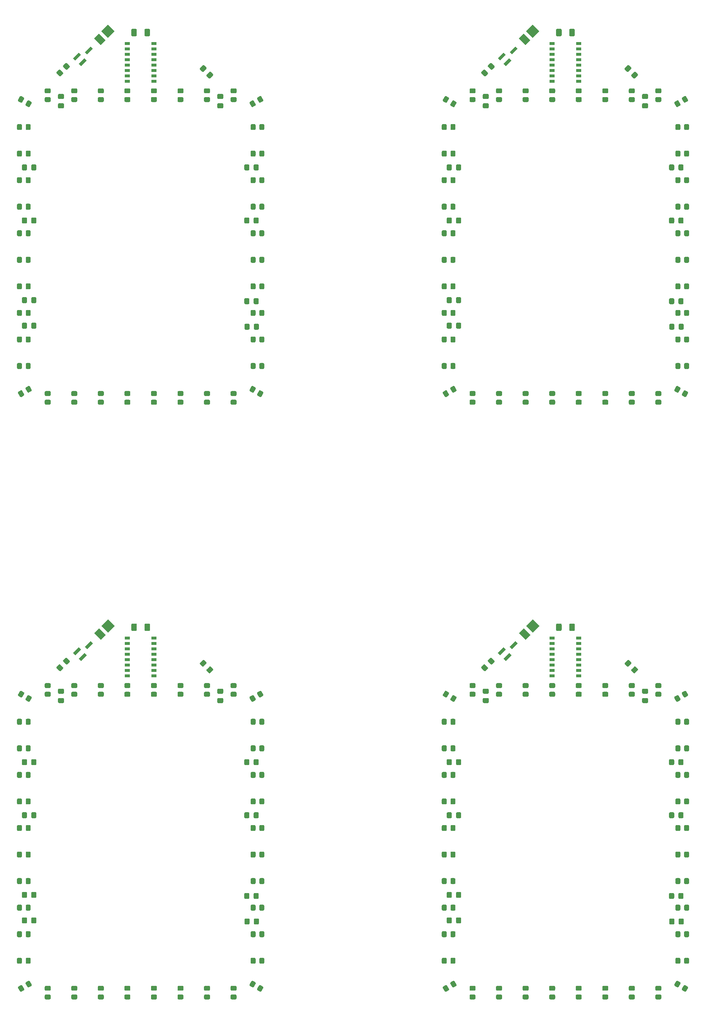
<source format=gbr>
%TF.GenerationSoftware,KiCad,Pcbnew,5.1.9+dfsg1-1+deb11u1*%
%TF.CreationDate,2023-08-15T12:20:42+02:00*%
%TF.ProjectId,label1,6c616265-6c31-42e6-9b69-6361645f7063,rev?*%
%TF.SameCoordinates,Original*%
%TF.FileFunction,Paste,Top*%
%TF.FilePolarity,Positive*%
%FSLAX46Y46*%
G04 Gerber Fmt 4.6, Leading zero omitted, Abs format (unit mm)*
G04 Created by KiCad (PCBNEW 5.1.9+dfsg1-1+deb11u1) date 2023-08-15 12:20:42*
%MOMM*%
%LPD*%
G01*
G04 APERTURE LIST*
%ADD10R,1.300000X0.800000*%
%ADD11C,0.100000*%
G04 APERTURE END LIST*
%TO.C,D6*%
G36*
G01*
X129100000Y-235799999D02*
X129100000Y-236700001D01*
G75*
G02*
X128850001Y-236950000I-249999J0D01*
G01*
X128199999Y-236950000D01*
G75*
G02*
X127950000Y-236700001I0J249999D01*
G01*
X127950000Y-235799999D01*
G75*
G02*
X128199999Y-235550000I249999J0D01*
G01*
X128850001Y-235550000D01*
G75*
G02*
X129100000Y-235799999I0J-249999D01*
G01*
G37*
G36*
G01*
X127050000Y-235799999D02*
X127050000Y-236700001D01*
G75*
G02*
X126800001Y-236950000I-249999J0D01*
G01*
X126149999Y-236950000D01*
G75*
G02*
X125900000Y-236700001I0J249999D01*
G01*
X125900000Y-235799999D01*
G75*
G02*
X126149999Y-235550000I249999J0D01*
G01*
X126800001Y-235550000D01*
G75*
G02*
X127050000Y-235799999I0J-249999D01*
G01*
G37*
%TD*%
%TO.C,D9*%
G36*
G01*
X176424999Y-260900000D02*
X177325001Y-260900000D01*
G75*
G02*
X177575000Y-261149999I0J-249999D01*
G01*
X177575000Y-261800001D01*
G75*
G02*
X177325001Y-262050000I-249999J0D01*
G01*
X176424999Y-262050000D01*
G75*
G02*
X176175000Y-261800001I0J249999D01*
G01*
X176175000Y-261149999D01*
G75*
G02*
X176424999Y-260900000I249999J0D01*
G01*
G37*
G36*
G01*
X176424999Y-262950000D02*
X177325001Y-262950000D01*
G75*
G02*
X177575000Y-263199999I0J-249999D01*
G01*
X177575000Y-263850001D01*
G75*
G02*
X177325001Y-264100000I-249999J0D01*
G01*
X176424999Y-264100000D01*
G75*
G02*
X176175000Y-263850001I0J249999D01*
G01*
X176175000Y-263199999D01*
G75*
G02*
X176424999Y-262950000I249999J0D01*
G01*
G37*
%TD*%
%TO.C,D31*%
G36*
G01*
X129100000Y-223299999D02*
X129100000Y-224200001D01*
G75*
G02*
X128850001Y-224450000I-249999J0D01*
G01*
X128199999Y-224450000D01*
G75*
G02*
X127950000Y-224200001I0J249999D01*
G01*
X127950000Y-223299999D01*
G75*
G02*
X128199999Y-223050000I249999J0D01*
G01*
X128850001Y-223050000D01*
G75*
G02*
X129100000Y-223299999I0J-249999D01*
G01*
G37*
G36*
G01*
X127050000Y-223299999D02*
X127050000Y-224200001D01*
G75*
G02*
X126800001Y-224450000I-249999J0D01*
G01*
X126149999Y-224450000D01*
G75*
G02*
X125900000Y-224200001I0J249999D01*
G01*
X125900000Y-223299999D01*
G75*
G02*
X126149999Y-223050000I249999J0D01*
G01*
X126800001Y-223050000D01*
G75*
G02*
X127050000Y-223299999I0J-249999D01*
G01*
G37*
%TD*%
%TO.C,D19*%
G36*
G01*
X180900000Y-205450001D02*
X180900000Y-204549999D01*
G75*
G02*
X181149999Y-204300000I249999J0D01*
G01*
X181800001Y-204300000D01*
G75*
G02*
X182050000Y-204549999I0J-249999D01*
G01*
X182050000Y-205450001D01*
G75*
G02*
X181800001Y-205700000I-249999J0D01*
G01*
X181149999Y-205700000D01*
G75*
G02*
X180900000Y-205450001I0J249999D01*
G01*
G37*
G36*
G01*
X182950000Y-205450001D02*
X182950000Y-204549999D01*
G75*
G02*
X183199999Y-204300000I249999J0D01*
G01*
X183850001Y-204300000D01*
G75*
G02*
X184100000Y-204549999I0J-249999D01*
G01*
X184100000Y-205450001D01*
G75*
G02*
X183850001Y-205700000I-249999J0D01*
G01*
X183199999Y-205700000D01*
G75*
G02*
X182950000Y-205450001I0J249999D01*
G01*
G37*
%TD*%
%TO.C,D38*%
G36*
G01*
X129360641Y-193160287D02*
X128910640Y-193939712D01*
G75*
G02*
X128569135Y-194031218I-216505J124999D01*
G01*
X128006216Y-193706217D01*
G75*
G02*
X127914711Y-193364713I125000J216505D01*
G01*
X128364712Y-192585288D01*
G75*
G02*
X128706217Y-192493782I216505J-124999D01*
G01*
X129269136Y-192818783D01*
G75*
G02*
X129360641Y-193160287I-125000J-216505D01*
G01*
G37*
G36*
G01*
X127585289Y-192135287D02*
X127135288Y-192914712D01*
G75*
G02*
X126793783Y-193006218I-216505J124999D01*
G01*
X126230864Y-192681217D01*
G75*
G02*
X126139359Y-192339713I125000J216505D01*
G01*
X126589360Y-191560288D01*
G75*
G02*
X126930865Y-191468782I216505J-124999D01*
G01*
X127493784Y-191793783D01*
G75*
G02*
X127585289Y-192135287I-125000J-216505D01*
G01*
G37*
%TD*%
%TO.C,D36*%
G36*
G01*
X180900000Y-211700001D02*
X180900000Y-210799999D01*
G75*
G02*
X181149999Y-210550000I249999J0D01*
G01*
X181800001Y-210550000D01*
G75*
G02*
X182050000Y-210799999I0J-249999D01*
G01*
X182050000Y-211700001D01*
G75*
G02*
X181800001Y-211950000I-249999J0D01*
G01*
X181149999Y-211950000D01*
G75*
G02*
X180900000Y-211700001I0J249999D01*
G01*
G37*
G36*
G01*
X182950000Y-211700001D02*
X182950000Y-210799999D01*
G75*
G02*
X183199999Y-210550000I249999J0D01*
G01*
X183850001Y-210550000D01*
G75*
G02*
X184100000Y-210799999I0J-249999D01*
G01*
X184100000Y-211700001D01*
G75*
G02*
X183850001Y-211950000I-249999J0D01*
G01*
X183199999Y-211950000D01*
G75*
G02*
X182950000Y-211700001I0J249999D01*
G01*
G37*
%TD*%
%TO.C,D21*%
G36*
G01*
X139825001Y-192850000D02*
X138924999Y-192850000D01*
G75*
G02*
X138675000Y-192600001I0J249999D01*
G01*
X138675000Y-191949999D01*
G75*
G02*
X138924999Y-191700000I249999J0D01*
G01*
X139825001Y-191700000D01*
G75*
G02*
X140075000Y-191949999I0J-249999D01*
G01*
X140075000Y-192600001D01*
G75*
G02*
X139825001Y-192850000I-249999J0D01*
G01*
G37*
G36*
G01*
X139825001Y-190800000D02*
X138924999Y-190800000D01*
G75*
G02*
X138675000Y-190550001I0J249999D01*
G01*
X138675000Y-189899999D01*
G75*
G02*
X138924999Y-189650000I249999J0D01*
G01*
X139825001Y-189650000D01*
G75*
G02*
X140075000Y-189899999I0J-249999D01*
G01*
X140075000Y-190550001D01*
G75*
G02*
X139825001Y-190800000I-249999J0D01*
G01*
G37*
%TD*%
%TO.C,R1*%
G36*
G01*
X179450000Y-246200400D02*
X179450000Y-245299600D01*
G75*
G02*
X179699600Y-245050000I249600J0D01*
G01*
X180400400Y-245050000D01*
G75*
G02*
X180650000Y-245299600I0J-249600D01*
G01*
X180650000Y-246200400D01*
G75*
G02*
X180400400Y-246450000I-249600J0D01*
G01*
X179699600Y-246450000D01*
G75*
G02*
X179450000Y-246200400I0J249600D01*
G01*
G37*
G36*
G01*
X181650000Y-246200400D02*
X181650000Y-245299600D01*
G75*
G02*
X181899600Y-245050000I249600J0D01*
G01*
X182600400Y-245050000D01*
G75*
G02*
X182850000Y-245299600I0J-249600D01*
G01*
X182850000Y-246200400D01*
G75*
G02*
X182600400Y-246450000I-249600J0D01*
G01*
X181899600Y-246450000D01*
G75*
G02*
X181650000Y-246200400I0J249600D01*
G01*
G37*
%TD*%
%TO.C,D37*%
G36*
G01*
X152325001Y-192850000D02*
X151424999Y-192850000D01*
G75*
G02*
X151175000Y-192600001I0J249999D01*
G01*
X151175000Y-191949999D01*
G75*
G02*
X151424999Y-191700000I249999J0D01*
G01*
X152325001Y-191700000D01*
G75*
G02*
X152575000Y-191949999I0J-249999D01*
G01*
X152575000Y-192600001D01*
G75*
G02*
X152325001Y-192850000I-249999J0D01*
G01*
G37*
G36*
G01*
X152325001Y-190800000D02*
X151424999Y-190800000D01*
G75*
G02*
X151175000Y-190550001I0J249999D01*
G01*
X151175000Y-189899999D01*
G75*
G02*
X151424999Y-189650000I249999J0D01*
G01*
X152325001Y-189650000D01*
G75*
G02*
X152575000Y-189899999I0J-249999D01*
G01*
X152575000Y-190550001D01*
G75*
G02*
X152325001Y-190800000I-249999J0D01*
G01*
G37*
%TD*%
%TO.C,R3*%
G36*
G01*
X179400000Y-221200400D02*
X179400000Y-220299600D01*
G75*
G02*
X179649600Y-220050000I249600J0D01*
G01*
X180350400Y-220050000D01*
G75*
G02*
X180600000Y-220299600I0J-249600D01*
G01*
X180600000Y-221200400D01*
G75*
G02*
X180350400Y-221450000I-249600J0D01*
G01*
X179649600Y-221450000D01*
G75*
G02*
X179400000Y-221200400I0J249600D01*
G01*
G37*
G36*
G01*
X181600000Y-221200400D02*
X181600000Y-220299600D01*
G75*
G02*
X181849600Y-220050000I249600J0D01*
G01*
X182550400Y-220050000D01*
G75*
G02*
X182800000Y-220299600I0J-249600D01*
G01*
X182800000Y-221200400D01*
G75*
G02*
X182550400Y-221450000I-249600J0D01*
G01*
X181849600Y-221450000D01*
G75*
G02*
X181600000Y-221200400I0J249600D01*
G01*
G37*
%TD*%
%TO.C,D39*%
G36*
G01*
X129100000Y-217049999D02*
X129100000Y-217950001D01*
G75*
G02*
X128850001Y-218200000I-249999J0D01*
G01*
X128199999Y-218200000D01*
G75*
G02*
X127950000Y-217950001I0J249999D01*
G01*
X127950000Y-217049999D01*
G75*
G02*
X128199999Y-216800000I249999J0D01*
G01*
X128850001Y-216800000D01*
G75*
G02*
X129100000Y-217049999I0J-249999D01*
G01*
G37*
G36*
G01*
X127050000Y-217049999D02*
X127050000Y-217950001D01*
G75*
G02*
X126800001Y-218200000I-249999J0D01*
G01*
X126149999Y-218200000D01*
G75*
G02*
X125900000Y-217950001I0J249999D01*
G01*
X125900000Y-217049999D01*
G75*
G02*
X126149999Y-216800000I249999J0D01*
G01*
X126800001Y-216800000D01*
G75*
G02*
X127050000Y-217049999I0J-249999D01*
G01*
G37*
%TD*%
%TO.C,R10*%
G36*
G01*
X130450000Y-245049600D02*
X130450000Y-245950400D01*
G75*
G02*
X130200400Y-246200000I-249600J0D01*
G01*
X129499600Y-246200000D01*
G75*
G02*
X129250000Y-245950400I0J249600D01*
G01*
X129250000Y-245049600D01*
G75*
G02*
X129499600Y-244800000I249600J0D01*
G01*
X130200400Y-244800000D01*
G75*
G02*
X130450000Y-245049600I0J-249600D01*
G01*
G37*
G36*
G01*
X128250000Y-245049600D02*
X128250000Y-245950400D01*
G75*
G02*
X128000400Y-246200000I-249600J0D01*
G01*
X127299600Y-246200000D01*
G75*
G02*
X127050000Y-245950400I0J249600D01*
G01*
X127050000Y-245049600D01*
G75*
G02*
X127299600Y-244800000I249600J0D01*
G01*
X128000400Y-244800000D01*
G75*
G02*
X128250000Y-245049600I0J-249600D01*
G01*
G37*
%TD*%
D10*
%TO.C,U1*%
X151850000Y-179050000D03*
X151850000Y-180330000D03*
X151850000Y-181590000D03*
X151850000Y-182860000D03*
X151850000Y-184140000D03*
X151850000Y-185410000D03*
X151850000Y-186670000D03*
X151850000Y-187950000D03*
X158150000Y-187950000D03*
X158150000Y-186670000D03*
X158150000Y-185410000D03*
X158150000Y-184140000D03*
X158150000Y-182860000D03*
X158150000Y-181590000D03*
X158150000Y-180330000D03*
X158150000Y-179050000D03*
%TD*%
%TO.C,R5*%
G36*
G01*
X173299600Y-190950000D02*
X174200400Y-190950000D01*
G75*
G02*
X174450000Y-191199600I0J-249600D01*
G01*
X174450000Y-191900400D01*
G75*
G02*
X174200400Y-192150000I-249600J0D01*
G01*
X173299600Y-192150000D01*
G75*
G02*
X173050000Y-191900400I0J249600D01*
G01*
X173050000Y-191199600D01*
G75*
G02*
X173299600Y-190950000I249600J0D01*
G01*
G37*
G36*
G01*
X173299600Y-193150000D02*
X174200400Y-193150000D01*
G75*
G02*
X174450000Y-193399600I0J-249600D01*
G01*
X174450000Y-194100400D01*
G75*
G02*
X174200400Y-194350000I-249600J0D01*
G01*
X173299600Y-194350000D01*
G75*
G02*
X173050000Y-194100400I0J249600D01*
G01*
X173050000Y-193399600D01*
G75*
G02*
X173299600Y-193150000I249600J0D01*
G01*
G37*
%TD*%
%TO.C,R4*%
G36*
G01*
X179400000Y-208700400D02*
X179400000Y-207799600D01*
G75*
G02*
X179649600Y-207550000I249600J0D01*
G01*
X180350400Y-207550000D01*
G75*
G02*
X180600000Y-207799600I0J-249600D01*
G01*
X180600000Y-208700400D01*
G75*
G02*
X180350400Y-208950000I-249600J0D01*
G01*
X179649600Y-208950000D01*
G75*
G02*
X179400000Y-208700400I0J249600D01*
G01*
G37*
G36*
G01*
X181600000Y-208700400D02*
X181600000Y-207799600D01*
G75*
G02*
X181849600Y-207550000I249600J0D01*
G01*
X182550400Y-207550000D01*
G75*
G02*
X182800000Y-207799600I0J-249600D01*
G01*
X182800000Y-208700400D01*
G75*
G02*
X182550400Y-208950000I-249600J0D01*
G01*
X181849600Y-208950000D01*
G75*
G02*
X181600000Y-208700400I0J249600D01*
G01*
G37*
%TD*%
D11*
%TO.C,Q1*%
G36*
X139628679Y-183093503D02*
G01*
X139062994Y-182527818D01*
X140406497Y-181184315D01*
X140972182Y-181750000D01*
X139628679Y-183093503D01*
G37*
G36*
X140972182Y-184437006D02*
G01*
X140406497Y-183871321D01*
X141750000Y-182527818D01*
X142315685Y-183093503D01*
X140972182Y-184437006D01*
G37*
G36*
X142421751Y-181643934D02*
G01*
X141856066Y-181078249D01*
X143199569Y-179734746D01*
X143765254Y-180300431D01*
X142421751Y-181643934D01*
G37*
%TD*%
%TO.C,D18*%
G36*
G01*
X180900000Y-249200001D02*
X180900000Y-248299999D01*
G75*
G02*
X181149999Y-248050000I249999J0D01*
G01*
X181800001Y-248050000D01*
G75*
G02*
X182050000Y-248299999I0J-249999D01*
G01*
X182050000Y-249200001D01*
G75*
G02*
X181800001Y-249450000I-249999J0D01*
G01*
X181149999Y-249450000D01*
G75*
G02*
X180900000Y-249200001I0J249999D01*
G01*
G37*
G36*
G01*
X182950000Y-249200001D02*
X182950000Y-248299999D01*
G75*
G02*
X183199999Y-248050000I249999J0D01*
G01*
X183850001Y-248050000D01*
G75*
G02*
X184100000Y-248299999I0J-249999D01*
G01*
X184100000Y-249200001D01*
G75*
G02*
X183850001Y-249450000I-249999J0D01*
G01*
X183199999Y-249450000D01*
G75*
G02*
X182950000Y-249200001I0J249999D01*
G01*
G37*
%TD*%
%TO.C,D26*%
G36*
G01*
X180900000Y-255450001D02*
X180900000Y-254549999D01*
G75*
G02*
X181149999Y-254300000I249999J0D01*
G01*
X181800001Y-254300000D01*
G75*
G02*
X182050000Y-254549999I0J-249999D01*
G01*
X182050000Y-255450001D01*
G75*
G02*
X181800001Y-255700000I-249999J0D01*
G01*
X181149999Y-255700000D01*
G75*
G02*
X180900000Y-255450001I0J249999D01*
G01*
G37*
G36*
G01*
X182950000Y-255450001D02*
X182950000Y-254549999D01*
G75*
G02*
X183199999Y-254300000I249999J0D01*
G01*
X183850001Y-254300000D01*
G75*
G02*
X184100000Y-254549999I0J-249999D01*
G01*
X184100000Y-255450001D01*
G75*
G02*
X183850001Y-255700000I-249999J0D01*
G01*
X183199999Y-255700000D01*
G75*
G02*
X182950000Y-255450001I0J249999D01*
G01*
G37*
%TD*%
%TO.C,D33*%
G36*
G01*
X157674999Y-260900000D02*
X158575001Y-260900000D01*
G75*
G02*
X158825000Y-261149999I0J-249999D01*
G01*
X158825000Y-261800001D01*
G75*
G02*
X158575001Y-262050000I-249999J0D01*
G01*
X157674999Y-262050000D01*
G75*
G02*
X157425000Y-261800001I0J249999D01*
G01*
X157425000Y-261149999D01*
G75*
G02*
X157674999Y-260900000I249999J0D01*
G01*
G37*
G36*
G01*
X157674999Y-262950000D02*
X158575001Y-262950000D01*
G75*
G02*
X158825000Y-263199999I0J-249999D01*
G01*
X158825000Y-263850001D01*
G75*
G02*
X158575001Y-264100000I-249999J0D01*
G01*
X157674999Y-264100000D01*
G75*
G02*
X157425000Y-263850001I0J249999D01*
G01*
X157425000Y-263199999D01*
G75*
G02*
X157674999Y-262950000I249999J0D01*
G01*
G37*
%TD*%
%TO.C,D13*%
G36*
G01*
X133575001Y-192850000D02*
X132674999Y-192850000D01*
G75*
G02*
X132425000Y-192600001I0J249999D01*
G01*
X132425000Y-191949999D01*
G75*
G02*
X132674999Y-191700000I249999J0D01*
G01*
X133575001Y-191700000D01*
G75*
G02*
X133825000Y-191949999I0J-249999D01*
G01*
X133825000Y-192600001D01*
G75*
G02*
X133575001Y-192850000I-249999J0D01*
G01*
G37*
G36*
G01*
X133575001Y-190800000D02*
X132674999Y-190800000D01*
G75*
G02*
X132425000Y-190550001I0J249999D01*
G01*
X132425000Y-189899999D01*
G75*
G02*
X132674999Y-189650000I249999J0D01*
G01*
X133575001Y-189650000D01*
G75*
G02*
X133825000Y-189899999I0J-249999D01*
G01*
X133825000Y-190550001D01*
G75*
G02*
X133575001Y-190800000I-249999J0D01*
G01*
G37*
%TD*%
%TO.C,D25*%
G36*
G01*
X163924999Y-260900000D02*
X164825001Y-260900000D01*
G75*
G02*
X165075000Y-261149999I0J-249999D01*
G01*
X165075000Y-261800001D01*
G75*
G02*
X164825001Y-262050000I-249999J0D01*
G01*
X163924999Y-262050000D01*
G75*
G02*
X163675000Y-261800001I0J249999D01*
G01*
X163675000Y-261149999D01*
G75*
G02*
X163924999Y-260900000I249999J0D01*
G01*
G37*
G36*
G01*
X163924999Y-262950000D02*
X164825001Y-262950000D01*
G75*
G02*
X165075000Y-263199999I0J-249999D01*
G01*
X165075000Y-263850001D01*
G75*
G02*
X164825001Y-264100000I-249999J0D01*
G01*
X163924999Y-264100000D01*
G75*
G02*
X163675000Y-263850001I0J249999D01*
G01*
X163675000Y-263199999D01*
G75*
G02*
X163924999Y-262950000I249999J0D01*
G01*
G37*
%TD*%
%TO.C,D28*%
G36*
G01*
X177325001Y-192850000D02*
X176424999Y-192850000D01*
G75*
G02*
X176175000Y-192600001I0J249999D01*
G01*
X176175000Y-191949999D01*
G75*
G02*
X176424999Y-191700000I249999J0D01*
G01*
X177325001Y-191700000D01*
G75*
G02*
X177575000Y-191949999I0J-249999D01*
G01*
X177575000Y-192600001D01*
G75*
G02*
X177325001Y-192850000I-249999J0D01*
G01*
G37*
G36*
G01*
X177325001Y-190800000D02*
X176424999Y-190800000D01*
G75*
G02*
X176175000Y-190550001I0J249999D01*
G01*
X176175000Y-189899999D01*
G75*
G02*
X176424999Y-189650000I249999J0D01*
G01*
X177325001Y-189650000D01*
G75*
G02*
X177575000Y-189899999I0J-249999D01*
G01*
X177575000Y-190550001D01*
G75*
G02*
X177325001Y-190800000I-249999J0D01*
G01*
G37*
%TD*%
%TO.C,D4*%
G36*
G01*
X158575001Y-192850000D02*
X157674999Y-192850000D01*
G75*
G02*
X157425000Y-192600001I0J249999D01*
G01*
X157425000Y-191949999D01*
G75*
G02*
X157674999Y-191700000I249999J0D01*
G01*
X158575001Y-191700000D01*
G75*
G02*
X158825000Y-191949999I0J-249999D01*
G01*
X158825000Y-192600001D01*
G75*
G02*
X158575001Y-192850000I-249999J0D01*
G01*
G37*
G36*
G01*
X158575001Y-190800000D02*
X157674999Y-190800000D01*
G75*
G02*
X157425000Y-190550001I0J249999D01*
G01*
X157425000Y-189899999D01*
G75*
G02*
X157674999Y-189650000I249999J0D01*
G01*
X158575001Y-189650000D01*
G75*
G02*
X158825000Y-189899999I0J-249999D01*
G01*
X158825000Y-190550001D01*
G75*
G02*
X158575001Y-190800000I-249999J0D01*
G01*
G37*
%TD*%
%TO.C,D12*%
G36*
G01*
X164825001Y-192850000D02*
X163924999Y-192850000D01*
G75*
G02*
X163675000Y-192600001I0J249999D01*
G01*
X163675000Y-191949999D01*
G75*
G02*
X163924999Y-191700000I249999J0D01*
G01*
X164825001Y-191700000D01*
G75*
G02*
X165075000Y-191949999I0J-249999D01*
G01*
X165075000Y-192600001D01*
G75*
G02*
X164825001Y-192850000I-249999J0D01*
G01*
G37*
G36*
G01*
X164825001Y-190800000D02*
X163924999Y-190800000D01*
G75*
G02*
X163675000Y-190550001I0J249999D01*
G01*
X163675000Y-189899999D01*
G75*
G02*
X163924999Y-189650000I249999J0D01*
G01*
X164825001Y-189650000D01*
G75*
G02*
X165075000Y-189899999I0J-249999D01*
G01*
X165075000Y-190550001D01*
G75*
G02*
X164825001Y-190800000I-249999J0D01*
G01*
G37*
%TD*%
%TO.C,D5*%
G36*
G01*
X129100000Y-210799999D02*
X129100000Y-211700001D01*
G75*
G02*
X128850001Y-211950000I-249999J0D01*
G01*
X128199999Y-211950000D01*
G75*
G02*
X127950000Y-211700001I0J249999D01*
G01*
X127950000Y-210799999D01*
G75*
G02*
X128199999Y-210550000I249999J0D01*
G01*
X128850001Y-210550000D01*
G75*
G02*
X129100000Y-210799999I0J-249999D01*
G01*
G37*
G36*
G01*
X127050000Y-210799999D02*
X127050000Y-211700001D01*
G75*
G02*
X126800001Y-211950000I-249999J0D01*
G01*
X126149999Y-211950000D01*
G75*
G02*
X125900000Y-211700001I0J249999D01*
G01*
X125900000Y-210799999D01*
G75*
G02*
X126149999Y-210550000I249999J0D01*
G01*
X126800001Y-210550000D01*
G75*
G02*
X127050000Y-210799999I0J-249999D01*
G01*
G37*
%TD*%
%TO.C,D7*%
G36*
G01*
X128910640Y-259810288D02*
X129360641Y-260589712D01*
G75*
G02*
X129269136Y-260931217I-216505J-125000D01*
G01*
X128706217Y-261256218D01*
G75*
G02*
X128364712Y-261164712I-125000J216505D01*
G01*
X127914711Y-260385287D01*
G75*
G02*
X128006217Y-260043783I216505J124999D01*
G01*
X128569136Y-259718782D01*
G75*
G02*
X128910640Y-259810288I124999J-216505D01*
G01*
G37*
G36*
G01*
X127135288Y-260835288D02*
X127585289Y-261614712D01*
G75*
G02*
X127493784Y-261956217I-216505J-125000D01*
G01*
X126930865Y-262281218D01*
G75*
G02*
X126589360Y-262189712I-125000J216505D01*
G01*
X126139359Y-261410287D01*
G75*
G02*
X126230865Y-261068783I216505J124999D01*
G01*
X126793784Y-260743782D01*
G75*
G02*
X127135288Y-260835288I124999J-216505D01*
G01*
G37*
%TD*%
%TO.C,R8*%
G36*
G01*
X130450000Y-220299600D02*
X130450000Y-221200400D01*
G75*
G02*
X130200400Y-221450000I-249600J0D01*
G01*
X129499600Y-221450000D01*
G75*
G02*
X129250000Y-221200400I0J249600D01*
G01*
X129250000Y-220299600D01*
G75*
G02*
X129499600Y-220050000I249600J0D01*
G01*
X130200400Y-220050000D01*
G75*
G02*
X130450000Y-220299600I0J-249600D01*
G01*
G37*
G36*
G01*
X128250000Y-220299600D02*
X128250000Y-221200400D01*
G75*
G02*
X128000400Y-221450000I-249600J0D01*
G01*
X127299600Y-221450000D01*
G75*
G02*
X127050000Y-221200400I0J249600D01*
G01*
X127050000Y-220299600D01*
G75*
G02*
X127299600Y-220050000I249600J0D01*
G01*
X128000400Y-220050000D01*
G75*
G02*
X128250000Y-220299600I0J-249600D01*
G01*
G37*
%TD*%
%TO.C,R6*%
G36*
G01*
X135799600Y-190950000D02*
X136700400Y-190950000D01*
G75*
G02*
X136950000Y-191199600I0J-249600D01*
G01*
X136950000Y-191900400D01*
G75*
G02*
X136700400Y-192150000I-249600J0D01*
G01*
X135799600Y-192150000D01*
G75*
G02*
X135550000Y-191900400I0J249600D01*
G01*
X135550000Y-191199600D01*
G75*
G02*
X135799600Y-190950000I249600J0D01*
G01*
G37*
G36*
G01*
X135799600Y-193150000D02*
X136700400Y-193150000D01*
G75*
G02*
X136950000Y-193399600I0J-249600D01*
G01*
X136950000Y-194100400D01*
G75*
G02*
X136700400Y-194350000I-249600J0D01*
G01*
X135799600Y-194350000D01*
G75*
G02*
X135550000Y-194100400I0J249600D01*
G01*
X135550000Y-193399600D01*
G75*
G02*
X135799600Y-193150000I249600J0D01*
G01*
G37*
%TD*%
%TO.C,D16*%
G36*
G01*
X145174999Y-260900000D02*
X146075001Y-260900000D01*
G75*
G02*
X146325000Y-261149999I0J-249999D01*
G01*
X146325000Y-261800001D01*
G75*
G02*
X146075001Y-262050000I-249999J0D01*
G01*
X145174999Y-262050000D01*
G75*
G02*
X144925000Y-261800001I0J249999D01*
G01*
X144925000Y-261149999D01*
G75*
G02*
X145174999Y-260900000I249999J0D01*
G01*
G37*
G36*
G01*
X145174999Y-262950000D02*
X146075001Y-262950000D01*
G75*
G02*
X146325000Y-263199999I0J-249999D01*
G01*
X146325000Y-263850001D01*
G75*
G02*
X146075001Y-264100000I-249999J0D01*
G01*
X145174999Y-264100000D01*
G75*
G02*
X144925000Y-263850001I0J249999D01*
G01*
X144925000Y-263199999D01*
G75*
G02*
X145174999Y-262950000I249999J0D01*
G01*
G37*
%TD*%
%TO.C,D24*%
G36*
G01*
X138924999Y-260900000D02*
X139825001Y-260900000D01*
G75*
G02*
X140075000Y-261149999I0J-249999D01*
G01*
X140075000Y-261800001D01*
G75*
G02*
X139825001Y-262050000I-249999J0D01*
G01*
X138924999Y-262050000D01*
G75*
G02*
X138675000Y-261800001I0J249999D01*
G01*
X138675000Y-261149999D01*
G75*
G02*
X138924999Y-260900000I249999J0D01*
G01*
G37*
G36*
G01*
X138924999Y-262950000D02*
X139825001Y-262950000D01*
G75*
G02*
X140075000Y-263199999I0J-249999D01*
G01*
X140075000Y-263850001D01*
G75*
G02*
X139825001Y-264100000I-249999J0D01*
G01*
X138924999Y-264100000D01*
G75*
G02*
X138675000Y-263850001I0J249999D01*
G01*
X138675000Y-263199999D01*
G75*
G02*
X138924999Y-262950000I249999J0D01*
G01*
G37*
%TD*%
%TO.C,D30*%
G36*
G01*
X129100000Y-198299999D02*
X129100000Y-199200001D01*
G75*
G02*
X128850001Y-199450000I-249999J0D01*
G01*
X128199999Y-199450000D01*
G75*
G02*
X127950000Y-199200001I0J249999D01*
G01*
X127950000Y-198299999D01*
G75*
G02*
X128199999Y-198050000I249999J0D01*
G01*
X128850001Y-198050000D01*
G75*
G02*
X129100000Y-198299999I0J-249999D01*
G01*
G37*
G36*
G01*
X127050000Y-198299999D02*
X127050000Y-199200001D01*
G75*
G02*
X126800001Y-199450000I-249999J0D01*
G01*
X126149999Y-199450000D01*
G75*
G02*
X125900000Y-199200001I0J249999D01*
G01*
X125900000Y-198299999D01*
G75*
G02*
X126149999Y-198050000I249999J0D01*
G01*
X126800001Y-198050000D01*
G75*
G02*
X127050000Y-198299999I0J-249999D01*
G01*
G37*
%TD*%
%TO.C,D11*%
G36*
G01*
X180900000Y-199200001D02*
X180900000Y-198299999D01*
G75*
G02*
X181149999Y-198050000I249999J0D01*
G01*
X181800001Y-198050000D01*
G75*
G02*
X182050000Y-198299999I0J-249999D01*
G01*
X182050000Y-199200001D01*
G75*
G02*
X181800001Y-199450000I-249999J0D01*
G01*
X181149999Y-199450000D01*
G75*
G02*
X180900000Y-199200001I0J249999D01*
G01*
G37*
G36*
G01*
X182950000Y-199200001D02*
X182950000Y-198299999D01*
G75*
G02*
X183199999Y-198050000I249999J0D01*
G01*
X183850001Y-198050000D01*
G75*
G02*
X184100000Y-198299999I0J-249999D01*
G01*
X184100000Y-199200001D01*
G75*
G02*
X183850001Y-199450000I-249999J0D01*
G01*
X183199999Y-199450000D01*
G75*
G02*
X182950000Y-199200001I0J249999D01*
G01*
G37*
%TD*%
%TO.C,R7*%
G36*
G01*
X130450000Y-207799600D02*
X130450000Y-208700400D01*
G75*
G02*
X130200400Y-208950000I-249600J0D01*
G01*
X129499600Y-208950000D01*
G75*
G02*
X129250000Y-208700400I0J249600D01*
G01*
X129250000Y-207799600D01*
G75*
G02*
X129499600Y-207550000I249600J0D01*
G01*
X130200400Y-207550000D01*
G75*
G02*
X130450000Y-207799600I0J-249600D01*
G01*
G37*
G36*
G01*
X128250000Y-207799600D02*
X128250000Y-208700400D01*
G75*
G02*
X128000400Y-208950000I-249600J0D01*
G01*
X127299600Y-208950000D01*
G75*
G02*
X127050000Y-208700400I0J249600D01*
G01*
X127050000Y-207799600D01*
G75*
G02*
X127299600Y-207550000I249600J0D01*
G01*
X128000400Y-207550000D01*
G75*
G02*
X128250000Y-207799600I0J-249600D01*
G01*
G37*
%TD*%
%TO.C,D3*%
G36*
G01*
X181089360Y-193939712D02*
X180639359Y-193160287D01*
G75*
G02*
X180730865Y-192818783I216505J124999D01*
G01*
X181293784Y-192493782D01*
G75*
G02*
X181635288Y-192585288I124999J-216505D01*
G01*
X182085289Y-193364713D01*
G75*
G02*
X181993784Y-193706217I-216505J-124999D01*
G01*
X181430865Y-194031218D01*
G75*
G02*
X181089360Y-193939712I-125000J216505D01*
G01*
G37*
G36*
G01*
X182864712Y-192914712D02*
X182414711Y-192135287D01*
G75*
G02*
X182506217Y-191793783I216505J124999D01*
G01*
X183069136Y-191468782D01*
G75*
G02*
X183410640Y-191560288I124999J-216505D01*
G01*
X183860641Y-192339713D01*
G75*
G02*
X183769136Y-192681217I-216505J-124999D01*
G01*
X183206217Y-193006218D01*
G75*
G02*
X182864712Y-192914712I-125000J216505D01*
G01*
G37*
%TD*%
%TO.C,D23*%
G36*
G01*
X129100000Y-248299999D02*
X129100000Y-249200001D01*
G75*
G02*
X128850001Y-249450000I-249999J0D01*
G01*
X128199999Y-249450000D01*
G75*
G02*
X127950000Y-249200001I0J249999D01*
G01*
X127950000Y-248299999D01*
G75*
G02*
X128199999Y-248050000I249999J0D01*
G01*
X128850001Y-248050000D01*
G75*
G02*
X129100000Y-248299999I0J-249999D01*
G01*
G37*
G36*
G01*
X127050000Y-248299999D02*
X127050000Y-249200001D01*
G75*
G02*
X126800001Y-249450000I-249999J0D01*
G01*
X126149999Y-249450000D01*
G75*
G02*
X125900000Y-249200001I0J249999D01*
G01*
X125900000Y-248299999D01*
G75*
G02*
X126149999Y-248050000I249999J0D01*
G01*
X126800001Y-248050000D01*
G75*
G02*
X127050000Y-248299999I0J-249999D01*
G01*
G37*
%TD*%
%TO.C,D35*%
G36*
G01*
X180900000Y-236700001D02*
X180900000Y-235799999D01*
G75*
G02*
X181149999Y-235550000I249999J0D01*
G01*
X181800001Y-235550000D01*
G75*
G02*
X182050000Y-235799999I0J-249999D01*
G01*
X182050000Y-236700001D01*
G75*
G02*
X181800001Y-236950000I-249999J0D01*
G01*
X181149999Y-236950000D01*
G75*
G02*
X180900000Y-236700001I0J249999D01*
G01*
G37*
G36*
G01*
X182950000Y-236700001D02*
X182950000Y-235799999D01*
G75*
G02*
X183199999Y-235550000I249999J0D01*
G01*
X183850001Y-235550000D01*
G75*
G02*
X184100000Y-235799999I0J-249999D01*
G01*
X184100000Y-236700001D01*
G75*
G02*
X183850001Y-236950000I-249999J0D01*
G01*
X183199999Y-236950000D01*
G75*
G02*
X182950000Y-236700001I0J249999D01*
G01*
G37*
%TD*%
%TO.C,D1*%
G36*
G01*
X180900000Y-242950001D02*
X180900000Y-242049999D01*
G75*
G02*
X181149999Y-241800000I249999J0D01*
G01*
X181800001Y-241800000D01*
G75*
G02*
X182050000Y-242049999I0J-249999D01*
G01*
X182050000Y-242950001D01*
G75*
G02*
X181800001Y-243200000I-249999J0D01*
G01*
X181149999Y-243200000D01*
G75*
G02*
X180900000Y-242950001I0J249999D01*
G01*
G37*
G36*
G01*
X182950000Y-242950001D02*
X182950000Y-242049999D01*
G75*
G02*
X183199999Y-241800000I249999J0D01*
G01*
X183850001Y-241800000D01*
G75*
G02*
X184100000Y-242049999I0J-249999D01*
G01*
X184100000Y-242950001D01*
G75*
G02*
X183850001Y-243200000I-249999J0D01*
G01*
X183199999Y-243200000D01*
G75*
G02*
X182950000Y-242950001I0J249999D01*
G01*
G37*
%TD*%
%TO.C,D10*%
G36*
G01*
X180900000Y-224200001D02*
X180900000Y-223299999D01*
G75*
G02*
X181149999Y-223050000I249999J0D01*
G01*
X181800001Y-223050000D01*
G75*
G02*
X182050000Y-223299999I0J-249999D01*
G01*
X182050000Y-224200001D01*
G75*
G02*
X181800001Y-224450000I-249999J0D01*
G01*
X181149999Y-224450000D01*
G75*
G02*
X180900000Y-224200001I0J249999D01*
G01*
G37*
G36*
G01*
X182950000Y-224200001D02*
X182950000Y-223299999D01*
G75*
G02*
X183199999Y-223050000I249999J0D01*
G01*
X183850001Y-223050000D01*
G75*
G02*
X184100000Y-223299999I0J-249999D01*
G01*
X184100000Y-224200001D01*
G75*
G02*
X183850001Y-224450000I-249999J0D01*
G01*
X183199999Y-224450000D01*
G75*
G02*
X182950000Y-224200001I0J249999D01*
G01*
G37*
%TD*%
%TO.C,D34*%
G36*
G01*
X180639359Y-260589713D02*
X181089360Y-259810288D01*
G75*
G02*
X181430865Y-259718782I216505J-124999D01*
G01*
X181993784Y-260043783D01*
G75*
G02*
X182085289Y-260385287I-125000J-216505D01*
G01*
X181635288Y-261164712D01*
G75*
G02*
X181293783Y-261256218I-216505J124999D01*
G01*
X180730864Y-260931217D01*
G75*
G02*
X180639359Y-260589713I125000J216505D01*
G01*
G37*
G36*
G01*
X182414711Y-261614713D02*
X182864712Y-260835288D01*
G75*
G02*
X183206217Y-260743782I216505J-124999D01*
G01*
X183769136Y-261068783D01*
G75*
G02*
X183860641Y-261410287I-125000J-216505D01*
G01*
X183410640Y-262189712D01*
G75*
G02*
X183069135Y-262281218I-216505J124999D01*
G01*
X182506216Y-261956217D01*
G75*
G02*
X182414711Y-261614713I125000J216505D01*
G01*
G37*
%TD*%
%TO.C,D32*%
G36*
G01*
X132674999Y-260900000D02*
X133575001Y-260900000D01*
G75*
G02*
X133825000Y-261149999I0J-249999D01*
G01*
X133825000Y-261800001D01*
G75*
G02*
X133575001Y-262050000I-249999J0D01*
G01*
X132674999Y-262050000D01*
G75*
G02*
X132425000Y-261800001I0J249999D01*
G01*
X132425000Y-261149999D01*
G75*
G02*
X132674999Y-260900000I249999J0D01*
G01*
G37*
G36*
G01*
X132674999Y-262950000D02*
X133575001Y-262950000D01*
G75*
G02*
X133825000Y-263199999I0J-249999D01*
G01*
X133825000Y-263850001D01*
G75*
G02*
X133575001Y-264100000I-249999J0D01*
G01*
X132674999Y-264100000D01*
G75*
G02*
X132425000Y-263850001I0J249999D01*
G01*
X132425000Y-263199999D01*
G75*
G02*
X132674999Y-262950000I249999J0D01*
G01*
G37*
%TD*%
%TO.C,R2*%
G36*
G01*
X179400000Y-240200400D02*
X179400000Y-239299600D01*
G75*
G02*
X179649600Y-239050000I249600J0D01*
G01*
X180350400Y-239050000D01*
G75*
G02*
X180600000Y-239299600I0J-249600D01*
G01*
X180600000Y-240200400D01*
G75*
G02*
X180350400Y-240450000I-249600J0D01*
G01*
X179649600Y-240450000D01*
G75*
G02*
X179400000Y-240200400I0J249600D01*
G01*
G37*
G36*
G01*
X181600000Y-240200400D02*
X181600000Y-239299600D01*
G75*
G02*
X181849600Y-239050000I249600J0D01*
G01*
X182550400Y-239050000D01*
G75*
G02*
X182800000Y-239299600I0J-249600D01*
G01*
X182800000Y-240200400D01*
G75*
G02*
X182550400Y-240450000I-249600J0D01*
G01*
X181849600Y-240450000D01*
G75*
G02*
X181600000Y-240200400I0J249600D01*
G01*
G37*
%TD*%
%TO.C,R9*%
G36*
G01*
X130450000Y-239049600D02*
X130450000Y-239950400D01*
G75*
G02*
X130200400Y-240200000I-249600J0D01*
G01*
X129499600Y-240200000D01*
G75*
G02*
X129250000Y-239950400I0J249600D01*
G01*
X129250000Y-239049600D01*
G75*
G02*
X129499600Y-238800000I249600J0D01*
G01*
X130200400Y-238800000D01*
G75*
G02*
X130450000Y-239049600I0J-249600D01*
G01*
G37*
G36*
G01*
X128250000Y-239049600D02*
X128250000Y-239950400D01*
G75*
G02*
X128000400Y-240200000I-249600J0D01*
G01*
X127299600Y-240200000D01*
G75*
G02*
X127050000Y-239950400I0J249600D01*
G01*
X127050000Y-239049600D01*
G75*
G02*
X127299600Y-238800000I249600J0D01*
G01*
X128000400Y-238800000D01*
G75*
G02*
X128250000Y-239049600I0J-249600D01*
G01*
G37*
%TD*%
%TO.C,D22*%
G36*
G01*
X129100000Y-204549999D02*
X129100000Y-205450001D01*
G75*
G02*
X128850001Y-205700000I-249999J0D01*
G01*
X128199999Y-205700000D01*
G75*
G02*
X127950000Y-205450001I0J249999D01*
G01*
X127950000Y-204549999D01*
G75*
G02*
X128199999Y-204300000I249999J0D01*
G01*
X128850001Y-204300000D01*
G75*
G02*
X129100000Y-204549999I0J-249999D01*
G01*
G37*
G36*
G01*
X127050000Y-204549999D02*
X127050000Y-205450001D01*
G75*
G02*
X126800001Y-205700000I-249999J0D01*
G01*
X126149999Y-205700000D01*
G75*
G02*
X125900000Y-205450001I0J249999D01*
G01*
X125900000Y-204549999D01*
G75*
G02*
X126149999Y-204300000I249999J0D01*
G01*
X126800001Y-204300000D01*
G75*
G02*
X127050000Y-204549999I0J-249999D01*
G01*
G37*
%TD*%
%TO.C,D20*%
G36*
G01*
X171075001Y-192850000D02*
X170174999Y-192850000D01*
G75*
G02*
X169925000Y-192600001I0J249999D01*
G01*
X169925000Y-191949999D01*
G75*
G02*
X170174999Y-191700000I249999J0D01*
G01*
X171075001Y-191700000D01*
G75*
G02*
X171325000Y-191949999I0J-249999D01*
G01*
X171325000Y-192600001D01*
G75*
G02*
X171075001Y-192850000I-249999J0D01*
G01*
G37*
G36*
G01*
X171075001Y-190800000D02*
X170174999Y-190800000D01*
G75*
G02*
X169925000Y-190550001I0J249999D01*
G01*
X169925000Y-189899999D01*
G75*
G02*
X170174999Y-189650000I249999J0D01*
G01*
X171075001Y-189650000D01*
G75*
G02*
X171325000Y-189899999I0J-249999D01*
G01*
X171325000Y-190550001D01*
G75*
G02*
X171075001Y-190800000I-249999J0D01*
G01*
G37*
%TD*%
%TO.C,D15*%
G36*
G01*
X129100000Y-254549999D02*
X129100000Y-255450001D01*
G75*
G02*
X128850001Y-255700000I-249999J0D01*
G01*
X128199999Y-255700000D01*
G75*
G02*
X127950000Y-255450001I0J249999D01*
G01*
X127950000Y-254549999D01*
G75*
G02*
X128199999Y-254300000I249999J0D01*
G01*
X128850001Y-254300000D01*
G75*
G02*
X129100000Y-254549999I0J-249999D01*
G01*
G37*
G36*
G01*
X127050000Y-254549999D02*
X127050000Y-255450001D01*
G75*
G02*
X126800001Y-255700000I-249999J0D01*
G01*
X126149999Y-255700000D01*
G75*
G02*
X125900000Y-255450001I0J249999D01*
G01*
X125900000Y-254549999D01*
G75*
G02*
X126149999Y-254300000I249999J0D01*
G01*
X126800001Y-254300000D01*
G75*
G02*
X127050000Y-254549999I0J-249999D01*
G01*
G37*
%TD*%
%TO.C,D8*%
G36*
G01*
X151424999Y-260900000D02*
X152325001Y-260900000D01*
G75*
G02*
X152575000Y-261149999I0J-249999D01*
G01*
X152575000Y-261800001D01*
G75*
G02*
X152325001Y-262050000I-249999J0D01*
G01*
X151424999Y-262050000D01*
G75*
G02*
X151175000Y-261800001I0J249999D01*
G01*
X151175000Y-261149999D01*
G75*
G02*
X151424999Y-260900000I249999J0D01*
G01*
G37*
G36*
G01*
X151424999Y-262950000D02*
X152325001Y-262950000D01*
G75*
G02*
X152575000Y-263199999I0J-249999D01*
G01*
X152575000Y-263850001D01*
G75*
G02*
X152325001Y-264100000I-249999J0D01*
G01*
X151424999Y-264100000D01*
G75*
G02*
X151175000Y-263850001I0J249999D01*
G01*
X151175000Y-263199999D01*
G75*
G02*
X151424999Y-262950000I249999J0D01*
G01*
G37*
%TD*%
%TO.C,D27*%
G36*
G01*
X180900000Y-230450001D02*
X180900000Y-229549999D01*
G75*
G02*
X181149999Y-229300000I249999J0D01*
G01*
X181800001Y-229300000D01*
G75*
G02*
X182050000Y-229549999I0J-249999D01*
G01*
X182050000Y-230450001D01*
G75*
G02*
X181800001Y-230700000I-249999J0D01*
G01*
X181149999Y-230700000D01*
G75*
G02*
X180900000Y-230450001I0J249999D01*
G01*
G37*
G36*
G01*
X182950000Y-230450001D02*
X182950000Y-229549999D01*
G75*
G02*
X183199999Y-229300000I249999J0D01*
G01*
X183850001Y-229300000D01*
G75*
G02*
X184100000Y-229549999I0J-249999D01*
G01*
X184100000Y-230450001D01*
G75*
G02*
X183850001Y-230700000I-249999J0D01*
G01*
X183199999Y-230700000D01*
G75*
G02*
X182950000Y-230450001I0J249999D01*
G01*
G37*
%TD*%
%TO.C,D17*%
G36*
G01*
X170174999Y-260900000D02*
X171075001Y-260900000D01*
G75*
G02*
X171325000Y-261149999I0J-249999D01*
G01*
X171325000Y-261800001D01*
G75*
G02*
X171075001Y-262050000I-249999J0D01*
G01*
X170174999Y-262050000D01*
G75*
G02*
X169925000Y-261800001I0J249999D01*
G01*
X169925000Y-261149999D01*
G75*
G02*
X170174999Y-260900000I249999J0D01*
G01*
G37*
G36*
G01*
X170174999Y-262950000D02*
X171075001Y-262950000D01*
G75*
G02*
X171325000Y-263199999I0J-249999D01*
G01*
X171325000Y-263850001D01*
G75*
G02*
X171075001Y-264100000I-249999J0D01*
G01*
X170174999Y-264100000D01*
G75*
G02*
X169925000Y-263850001I0J249999D01*
G01*
X169925000Y-263199999D01*
G75*
G02*
X170174999Y-262950000I249999J0D01*
G01*
G37*
%TD*%
%TO.C,D29*%
G36*
G01*
X146075001Y-192850000D02*
X145174999Y-192850000D01*
G75*
G02*
X144925000Y-192600001I0J249999D01*
G01*
X144925000Y-191949999D01*
G75*
G02*
X145174999Y-191700000I249999J0D01*
G01*
X146075001Y-191700000D01*
G75*
G02*
X146325000Y-191949999I0J-249999D01*
G01*
X146325000Y-192600001D01*
G75*
G02*
X146075001Y-192850000I-249999J0D01*
G01*
G37*
G36*
G01*
X146075001Y-190800000D02*
X145174999Y-190800000D01*
G75*
G02*
X144925000Y-190550001I0J249999D01*
G01*
X144925000Y-189899999D01*
G75*
G02*
X145174999Y-189650000I249999J0D01*
G01*
X146075001Y-189650000D01*
G75*
G02*
X146325000Y-189899999I0J-249999D01*
G01*
X146325000Y-190550001D01*
G75*
G02*
X146075001Y-190800000I-249999J0D01*
G01*
G37*
%TD*%
%TO.C,D14*%
G36*
G01*
X129100000Y-229549999D02*
X129100000Y-230450001D01*
G75*
G02*
X128850001Y-230700000I-249999J0D01*
G01*
X128199999Y-230700000D01*
G75*
G02*
X127950000Y-230450001I0J249999D01*
G01*
X127950000Y-229549999D01*
G75*
G02*
X128199999Y-229300000I249999J0D01*
G01*
X128850001Y-229300000D01*
G75*
G02*
X129100000Y-229549999I0J-249999D01*
G01*
G37*
G36*
G01*
X127050000Y-229549999D02*
X127050000Y-230450001D01*
G75*
G02*
X126800001Y-230700000I-249999J0D01*
G01*
X126149999Y-230700000D01*
G75*
G02*
X125900000Y-230450001I0J249999D01*
G01*
X125900000Y-229549999D01*
G75*
G02*
X126149999Y-229300000I249999J0D01*
G01*
X126800001Y-229300000D01*
G75*
G02*
X127050000Y-229549999I0J-249999D01*
G01*
G37*
%TD*%
%TO.C,D2*%
G36*
G01*
X180900000Y-217950001D02*
X180900000Y-217049999D01*
G75*
G02*
X181149999Y-216800000I249999J0D01*
G01*
X181800001Y-216800000D01*
G75*
G02*
X182050000Y-217049999I0J-249999D01*
G01*
X182050000Y-217950001D01*
G75*
G02*
X181800001Y-218200000I-249999J0D01*
G01*
X181149999Y-218200000D01*
G75*
G02*
X180900000Y-217950001I0J249999D01*
G01*
G37*
G36*
G01*
X182950000Y-217950001D02*
X182950000Y-217049999D01*
G75*
G02*
X183199999Y-216800000I249999J0D01*
G01*
X183850001Y-216800000D01*
G75*
G02*
X184100000Y-217049999I0J-249999D01*
G01*
X184100000Y-217950001D01*
G75*
G02*
X183850001Y-218200000I-249999J0D01*
G01*
X183199999Y-218200000D01*
G75*
G02*
X182950000Y-217950001I0J249999D01*
G01*
G37*
%TD*%
%TO.C,D40*%
G36*
G01*
X129100000Y-242049999D02*
X129100000Y-242950001D01*
G75*
G02*
X128850001Y-243200000I-249999J0D01*
G01*
X128199999Y-243200000D01*
G75*
G02*
X127950000Y-242950001I0J249999D01*
G01*
X127950000Y-242049999D01*
G75*
G02*
X128199999Y-241800000I249999J0D01*
G01*
X128850001Y-241800000D01*
G75*
G02*
X129100000Y-242049999I0J-249999D01*
G01*
G37*
G36*
G01*
X127050000Y-242049999D02*
X127050000Y-242950001D01*
G75*
G02*
X126800001Y-243200000I-249999J0D01*
G01*
X126149999Y-243200000D01*
G75*
G02*
X125900000Y-242950001I0J249999D01*
G01*
X125900000Y-242049999D01*
G75*
G02*
X126149999Y-241800000I249999J0D01*
G01*
X126800001Y-241800000D01*
G75*
G02*
X127050000Y-242049999I0J-249999D01*
G01*
G37*
%TD*%
%TO.C,R12*%
G36*
G01*
X135866400Y-186770562D02*
X135229438Y-186133600D01*
G75*
G02*
X135229438Y-185780612I176494J176494D01*
G01*
X135724978Y-185285072D01*
G75*
G02*
X136077966Y-185285072I176494J-176494D01*
G01*
X136714928Y-185922034D01*
G75*
G02*
X136714928Y-186275022I-176494J-176494D01*
G01*
X136219388Y-186770562D01*
G75*
G02*
X135866400Y-186770562I-176494J176494D01*
G01*
G37*
G36*
G01*
X137422034Y-185214928D02*
X136785072Y-184577966D01*
G75*
G02*
X136785072Y-184224978I176494J176494D01*
G01*
X137280612Y-183729438D01*
G75*
G02*
X137633600Y-183729438I176494J-176494D01*
G01*
X138270562Y-184366400D01*
G75*
G02*
X138270562Y-184719388I-176494J-176494D01*
G01*
X137775022Y-185214928D01*
G75*
G02*
X137422034Y-185214928I-176494J176494D01*
G01*
G37*
%TD*%
%TO.C,D41*%
G36*
X145613604Y-179442031D02*
G01*
X144057969Y-177886396D01*
X145189340Y-176755025D01*
X146744975Y-178310660D01*
X145613604Y-179442031D01*
G37*
G36*
X147310660Y-177744975D02*
G01*
X145755025Y-176189340D01*
X147310660Y-174633705D01*
X148866295Y-176189340D01*
X147310660Y-177744975D01*
G37*
%TD*%
%TO.C,C1*%
G36*
G01*
X168979438Y-184866400D02*
X169616400Y-184229438D01*
G75*
G02*
X169969388Y-184229438I176494J-176494D01*
G01*
X170464928Y-184724978D01*
G75*
G02*
X170464928Y-185077966I-176494J-176494D01*
G01*
X169827966Y-185714928D01*
G75*
G02*
X169474978Y-185714928I-176494J176494D01*
G01*
X168979438Y-185219388D01*
G75*
G02*
X168979438Y-184866400I176494J176494D01*
G01*
G37*
G36*
G01*
X170535072Y-186422034D02*
X171172034Y-185785072D01*
G75*
G02*
X171525022Y-185785072I176494J-176494D01*
G01*
X172020562Y-186280612D01*
G75*
G02*
X172020562Y-186633600I-176494J-176494D01*
G01*
X171383600Y-187270562D01*
G75*
G02*
X171030612Y-187270562I-176494J176494D01*
G01*
X170535072Y-186775022D01*
G75*
G02*
X170535072Y-186422034I176494J176494D01*
G01*
G37*
%TD*%
%TO.C,R13*%
G36*
G01*
X157200000Y-175874999D02*
X157200000Y-177125001D01*
G75*
G02*
X156950001Y-177375000I-249999J0D01*
G01*
X156149999Y-177375000D01*
G75*
G02*
X155900000Y-177125001I0J249999D01*
G01*
X155900000Y-175874999D01*
G75*
G02*
X156149999Y-175625000I249999J0D01*
G01*
X156950001Y-175625000D01*
G75*
G02*
X157200000Y-175874999I0J-249999D01*
G01*
G37*
G36*
G01*
X154100000Y-175874999D02*
X154100000Y-177125001D01*
G75*
G02*
X153850001Y-177375000I-249999J0D01*
G01*
X153049999Y-177375000D01*
G75*
G02*
X152800000Y-177125001I0J249999D01*
G01*
X152800000Y-175874999D01*
G75*
G02*
X153049999Y-175625000I249999J0D01*
G01*
X153850001Y-175625000D01*
G75*
G02*
X154100000Y-175874999I0J-249999D01*
G01*
G37*
%TD*%
%TO.C,D6*%
G36*
G01*
X29100000Y-235799999D02*
X29100000Y-236700001D01*
G75*
G02*
X28850001Y-236950000I-249999J0D01*
G01*
X28199999Y-236950000D01*
G75*
G02*
X27950000Y-236700001I0J249999D01*
G01*
X27950000Y-235799999D01*
G75*
G02*
X28199999Y-235550000I249999J0D01*
G01*
X28850001Y-235550000D01*
G75*
G02*
X29100000Y-235799999I0J-249999D01*
G01*
G37*
G36*
G01*
X27050000Y-235799999D02*
X27050000Y-236700001D01*
G75*
G02*
X26800001Y-236950000I-249999J0D01*
G01*
X26149999Y-236950000D01*
G75*
G02*
X25900000Y-236700001I0J249999D01*
G01*
X25900000Y-235799999D01*
G75*
G02*
X26149999Y-235550000I249999J0D01*
G01*
X26800001Y-235550000D01*
G75*
G02*
X27050000Y-235799999I0J-249999D01*
G01*
G37*
%TD*%
%TO.C,D9*%
G36*
G01*
X76424999Y-260900000D02*
X77325001Y-260900000D01*
G75*
G02*
X77575000Y-261149999I0J-249999D01*
G01*
X77575000Y-261800001D01*
G75*
G02*
X77325001Y-262050000I-249999J0D01*
G01*
X76424999Y-262050000D01*
G75*
G02*
X76175000Y-261800001I0J249999D01*
G01*
X76175000Y-261149999D01*
G75*
G02*
X76424999Y-260900000I249999J0D01*
G01*
G37*
G36*
G01*
X76424999Y-262950000D02*
X77325001Y-262950000D01*
G75*
G02*
X77575000Y-263199999I0J-249999D01*
G01*
X77575000Y-263850001D01*
G75*
G02*
X77325001Y-264100000I-249999J0D01*
G01*
X76424999Y-264100000D01*
G75*
G02*
X76175000Y-263850001I0J249999D01*
G01*
X76175000Y-263199999D01*
G75*
G02*
X76424999Y-262950000I249999J0D01*
G01*
G37*
%TD*%
%TO.C,D31*%
G36*
G01*
X29100000Y-223299999D02*
X29100000Y-224200001D01*
G75*
G02*
X28850001Y-224450000I-249999J0D01*
G01*
X28199999Y-224450000D01*
G75*
G02*
X27950000Y-224200001I0J249999D01*
G01*
X27950000Y-223299999D01*
G75*
G02*
X28199999Y-223050000I249999J0D01*
G01*
X28850001Y-223050000D01*
G75*
G02*
X29100000Y-223299999I0J-249999D01*
G01*
G37*
G36*
G01*
X27050000Y-223299999D02*
X27050000Y-224200001D01*
G75*
G02*
X26800001Y-224450000I-249999J0D01*
G01*
X26149999Y-224450000D01*
G75*
G02*
X25900000Y-224200001I0J249999D01*
G01*
X25900000Y-223299999D01*
G75*
G02*
X26149999Y-223050000I249999J0D01*
G01*
X26800001Y-223050000D01*
G75*
G02*
X27050000Y-223299999I0J-249999D01*
G01*
G37*
%TD*%
%TO.C,D19*%
G36*
G01*
X80900000Y-205450001D02*
X80900000Y-204549999D01*
G75*
G02*
X81149999Y-204300000I249999J0D01*
G01*
X81800001Y-204300000D01*
G75*
G02*
X82050000Y-204549999I0J-249999D01*
G01*
X82050000Y-205450001D01*
G75*
G02*
X81800001Y-205700000I-249999J0D01*
G01*
X81149999Y-205700000D01*
G75*
G02*
X80900000Y-205450001I0J249999D01*
G01*
G37*
G36*
G01*
X82950000Y-205450001D02*
X82950000Y-204549999D01*
G75*
G02*
X83199999Y-204300000I249999J0D01*
G01*
X83850001Y-204300000D01*
G75*
G02*
X84100000Y-204549999I0J-249999D01*
G01*
X84100000Y-205450001D01*
G75*
G02*
X83850001Y-205700000I-249999J0D01*
G01*
X83199999Y-205700000D01*
G75*
G02*
X82950000Y-205450001I0J249999D01*
G01*
G37*
%TD*%
%TO.C,D38*%
G36*
G01*
X29360641Y-193160287D02*
X28910640Y-193939712D01*
G75*
G02*
X28569135Y-194031218I-216505J124999D01*
G01*
X28006216Y-193706217D01*
G75*
G02*
X27914711Y-193364713I125000J216505D01*
G01*
X28364712Y-192585288D01*
G75*
G02*
X28706217Y-192493782I216505J-124999D01*
G01*
X29269136Y-192818783D01*
G75*
G02*
X29360641Y-193160287I-125000J-216505D01*
G01*
G37*
G36*
G01*
X27585289Y-192135287D02*
X27135288Y-192914712D01*
G75*
G02*
X26793783Y-193006218I-216505J124999D01*
G01*
X26230864Y-192681217D01*
G75*
G02*
X26139359Y-192339713I125000J216505D01*
G01*
X26589360Y-191560288D01*
G75*
G02*
X26930865Y-191468782I216505J-124999D01*
G01*
X27493784Y-191793783D01*
G75*
G02*
X27585289Y-192135287I-125000J-216505D01*
G01*
G37*
%TD*%
%TO.C,D36*%
G36*
G01*
X80900000Y-211700001D02*
X80900000Y-210799999D01*
G75*
G02*
X81149999Y-210550000I249999J0D01*
G01*
X81800001Y-210550000D01*
G75*
G02*
X82050000Y-210799999I0J-249999D01*
G01*
X82050000Y-211700001D01*
G75*
G02*
X81800001Y-211950000I-249999J0D01*
G01*
X81149999Y-211950000D01*
G75*
G02*
X80900000Y-211700001I0J249999D01*
G01*
G37*
G36*
G01*
X82950000Y-211700001D02*
X82950000Y-210799999D01*
G75*
G02*
X83199999Y-210550000I249999J0D01*
G01*
X83850001Y-210550000D01*
G75*
G02*
X84100000Y-210799999I0J-249999D01*
G01*
X84100000Y-211700001D01*
G75*
G02*
X83850001Y-211950000I-249999J0D01*
G01*
X83199999Y-211950000D01*
G75*
G02*
X82950000Y-211700001I0J249999D01*
G01*
G37*
%TD*%
%TO.C,D21*%
G36*
G01*
X39825001Y-192850000D02*
X38924999Y-192850000D01*
G75*
G02*
X38675000Y-192600001I0J249999D01*
G01*
X38675000Y-191949999D01*
G75*
G02*
X38924999Y-191700000I249999J0D01*
G01*
X39825001Y-191700000D01*
G75*
G02*
X40075000Y-191949999I0J-249999D01*
G01*
X40075000Y-192600001D01*
G75*
G02*
X39825001Y-192850000I-249999J0D01*
G01*
G37*
G36*
G01*
X39825001Y-190800000D02*
X38924999Y-190800000D01*
G75*
G02*
X38675000Y-190550001I0J249999D01*
G01*
X38675000Y-189899999D01*
G75*
G02*
X38924999Y-189650000I249999J0D01*
G01*
X39825001Y-189650000D01*
G75*
G02*
X40075000Y-189899999I0J-249999D01*
G01*
X40075000Y-190550001D01*
G75*
G02*
X39825001Y-190800000I-249999J0D01*
G01*
G37*
%TD*%
%TO.C,R1*%
G36*
G01*
X79450000Y-246200400D02*
X79450000Y-245299600D01*
G75*
G02*
X79699600Y-245050000I249600J0D01*
G01*
X80400400Y-245050000D01*
G75*
G02*
X80650000Y-245299600I0J-249600D01*
G01*
X80650000Y-246200400D01*
G75*
G02*
X80400400Y-246450000I-249600J0D01*
G01*
X79699600Y-246450000D01*
G75*
G02*
X79450000Y-246200400I0J249600D01*
G01*
G37*
G36*
G01*
X81650000Y-246200400D02*
X81650000Y-245299600D01*
G75*
G02*
X81899600Y-245050000I249600J0D01*
G01*
X82600400Y-245050000D01*
G75*
G02*
X82850000Y-245299600I0J-249600D01*
G01*
X82850000Y-246200400D01*
G75*
G02*
X82600400Y-246450000I-249600J0D01*
G01*
X81899600Y-246450000D01*
G75*
G02*
X81650000Y-246200400I0J249600D01*
G01*
G37*
%TD*%
%TO.C,D37*%
G36*
G01*
X52325001Y-192850000D02*
X51424999Y-192850000D01*
G75*
G02*
X51175000Y-192600001I0J249999D01*
G01*
X51175000Y-191949999D01*
G75*
G02*
X51424999Y-191700000I249999J0D01*
G01*
X52325001Y-191700000D01*
G75*
G02*
X52575000Y-191949999I0J-249999D01*
G01*
X52575000Y-192600001D01*
G75*
G02*
X52325001Y-192850000I-249999J0D01*
G01*
G37*
G36*
G01*
X52325001Y-190800000D02*
X51424999Y-190800000D01*
G75*
G02*
X51175000Y-190550001I0J249999D01*
G01*
X51175000Y-189899999D01*
G75*
G02*
X51424999Y-189650000I249999J0D01*
G01*
X52325001Y-189650000D01*
G75*
G02*
X52575000Y-189899999I0J-249999D01*
G01*
X52575000Y-190550001D01*
G75*
G02*
X52325001Y-190800000I-249999J0D01*
G01*
G37*
%TD*%
%TO.C,R3*%
G36*
G01*
X79400000Y-221200400D02*
X79400000Y-220299600D01*
G75*
G02*
X79649600Y-220050000I249600J0D01*
G01*
X80350400Y-220050000D01*
G75*
G02*
X80600000Y-220299600I0J-249600D01*
G01*
X80600000Y-221200400D01*
G75*
G02*
X80350400Y-221450000I-249600J0D01*
G01*
X79649600Y-221450000D01*
G75*
G02*
X79400000Y-221200400I0J249600D01*
G01*
G37*
G36*
G01*
X81600000Y-221200400D02*
X81600000Y-220299600D01*
G75*
G02*
X81849600Y-220050000I249600J0D01*
G01*
X82550400Y-220050000D01*
G75*
G02*
X82800000Y-220299600I0J-249600D01*
G01*
X82800000Y-221200400D01*
G75*
G02*
X82550400Y-221450000I-249600J0D01*
G01*
X81849600Y-221450000D01*
G75*
G02*
X81600000Y-221200400I0J249600D01*
G01*
G37*
%TD*%
%TO.C,D39*%
G36*
G01*
X29100000Y-217049999D02*
X29100000Y-217950001D01*
G75*
G02*
X28850001Y-218200000I-249999J0D01*
G01*
X28199999Y-218200000D01*
G75*
G02*
X27950000Y-217950001I0J249999D01*
G01*
X27950000Y-217049999D01*
G75*
G02*
X28199999Y-216800000I249999J0D01*
G01*
X28850001Y-216800000D01*
G75*
G02*
X29100000Y-217049999I0J-249999D01*
G01*
G37*
G36*
G01*
X27050000Y-217049999D02*
X27050000Y-217950001D01*
G75*
G02*
X26800001Y-218200000I-249999J0D01*
G01*
X26149999Y-218200000D01*
G75*
G02*
X25900000Y-217950001I0J249999D01*
G01*
X25900000Y-217049999D01*
G75*
G02*
X26149999Y-216800000I249999J0D01*
G01*
X26800001Y-216800000D01*
G75*
G02*
X27050000Y-217049999I0J-249999D01*
G01*
G37*
%TD*%
%TO.C,R10*%
G36*
G01*
X30450000Y-245049600D02*
X30450000Y-245950400D01*
G75*
G02*
X30200400Y-246200000I-249600J0D01*
G01*
X29499600Y-246200000D01*
G75*
G02*
X29250000Y-245950400I0J249600D01*
G01*
X29250000Y-245049600D01*
G75*
G02*
X29499600Y-244800000I249600J0D01*
G01*
X30200400Y-244800000D01*
G75*
G02*
X30450000Y-245049600I0J-249600D01*
G01*
G37*
G36*
G01*
X28250000Y-245049600D02*
X28250000Y-245950400D01*
G75*
G02*
X28000400Y-246200000I-249600J0D01*
G01*
X27299600Y-246200000D01*
G75*
G02*
X27050000Y-245950400I0J249600D01*
G01*
X27050000Y-245049600D01*
G75*
G02*
X27299600Y-244800000I249600J0D01*
G01*
X28000400Y-244800000D01*
G75*
G02*
X28250000Y-245049600I0J-249600D01*
G01*
G37*
%TD*%
D10*
%TO.C,U1*%
X51850000Y-179050000D03*
X51850000Y-180330000D03*
X51850000Y-181590000D03*
X51850000Y-182860000D03*
X51850000Y-184140000D03*
X51850000Y-185410000D03*
X51850000Y-186670000D03*
X51850000Y-187950000D03*
X58150000Y-187950000D03*
X58150000Y-186670000D03*
X58150000Y-185410000D03*
X58150000Y-184140000D03*
X58150000Y-182860000D03*
X58150000Y-181590000D03*
X58150000Y-180330000D03*
X58150000Y-179050000D03*
%TD*%
%TO.C,R5*%
G36*
G01*
X73299600Y-190950000D02*
X74200400Y-190950000D01*
G75*
G02*
X74450000Y-191199600I0J-249600D01*
G01*
X74450000Y-191900400D01*
G75*
G02*
X74200400Y-192150000I-249600J0D01*
G01*
X73299600Y-192150000D01*
G75*
G02*
X73050000Y-191900400I0J249600D01*
G01*
X73050000Y-191199600D01*
G75*
G02*
X73299600Y-190950000I249600J0D01*
G01*
G37*
G36*
G01*
X73299600Y-193150000D02*
X74200400Y-193150000D01*
G75*
G02*
X74450000Y-193399600I0J-249600D01*
G01*
X74450000Y-194100400D01*
G75*
G02*
X74200400Y-194350000I-249600J0D01*
G01*
X73299600Y-194350000D01*
G75*
G02*
X73050000Y-194100400I0J249600D01*
G01*
X73050000Y-193399600D01*
G75*
G02*
X73299600Y-193150000I249600J0D01*
G01*
G37*
%TD*%
%TO.C,R4*%
G36*
G01*
X79400000Y-208700400D02*
X79400000Y-207799600D01*
G75*
G02*
X79649600Y-207550000I249600J0D01*
G01*
X80350400Y-207550000D01*
G75*
G02*
X80600000Y-207799600I0J-249600D01*
G01*
X80600000Y-208700400D01*
G75*
G02*
X80350400Y-208950000I-249600J0D01*
G01*
X79649600Y-208950000D01*
G75*
G02*
X79400000Y-208700400I0J249600D01*
G01*
G37*
G36*
G01*
X81600000Y-208700400D02*
X81600000Y-207799600D01*
G75*
G02*
X81849600Y-207550000I249600J0D01*
G01*
X82550400Y-207550000D01*
G75*
G02*
X82800000Y-207799600I0J-249600D01*
G01*
X82800000Y-208700400D01*
G75*
G02*
X82550400Y-208950000I-249600J0D01*
G01*
X81849600Y-208950000D01*
G75*
G02*
X81600000Y-208700400I0J249600D01*
G01*
G37*
%TD*%
D11*
%TO.C,Q1*%
G36*
X39628679Y-183093503D02*
G01*
X39062994Y-182527818D01*
X40406497Y-181184315D01*
X40972182Y-181750000D01*
X39628679Y-183093503D01*
G37*
G36*
X40972182Y-184437006D02*
G01*
X40406497Y-183871321D01*
X41750000Y-182527818D01*
X42315685Y-183093503D01*
X40972182Y-184437006D01*
G37*
G36*
X42421751Y-181643934D02*
G01*
X41856066Y-181078249D01*
X43199569Y-179734746D01*
X43765254Y-180300431D01*
X42421751Y-181643934D01*
G37*
%TD*%
%TO.C,D18*%
G36*
G01*
X80900000Y-249200001D02*
X80900000Y-248299999D01*
G75*
G02*
X81149999Y-248050000I249999J0D01*
G01*
X81800001Y-248050000D01*
G75*
G02*
X82050000Y-248299999I0J-249999D01*
G01*
X82050000Y-249200001D01*
G75*
G02*
X81800001Y-249450000I-249999J0D01*
G01*
X81149999Y-249450000D01*
G75*
G02*
X80900000Y-249200001I0J249999D01*
G01*
G37*
G36*
G01*
X82950000Y-249200001D02*
X82950000Y-248299999D01*
G75*
G02*
X83199999Y-248050000I249999J0D01*
G01*
X83850001Y-248050000D01*
G75*
G02*
X84100000Y-248299999I0J-249999D01*
G01*
X84100000Y-249200001D01*
G75*
G02*
X83850001Y-249450000I-249999J0D01*
G01*
X83199999Y-249450000D01*
G75*
G02*
X82950000Y-249200001I0J249999D01*
G01*
G37*
%TD*%
%TO.C,D26*%
G36*
G01*
X80900000Y-255450001D02*
X80900000Y-254549999D01*
G75*
G02*
X81149999Y-254300000I249999J0D01*
G01*
X81800001Y-254300000D01*
G75*
G02*
X82050000Y-254549999I0J-249999D01*
G01*
X82050000Y-255450001D01*
G75*
G02*
X81800001Y-255700000I-249999J0D01*
G01*
X81149999Y-255700000D01*
G75*
G02*
X80900000Y-255450001I0J249999D01*
G01*
G37*
G36*
G01*
X82950000Y-255450001D02*
X82950000Y-254549999D01*
G75*
G02*
X83199999Y-254300000I249999J0D01*
G01*
X83850001Y-254300000D01*
G75*
G02*
X84100000Y-254549999I0J-249999D01*
G01*
X84100000Y-255450001D01*
G75*
G02*
X83850001Y-255700000I-249999J0D01*
G01*
X83199999Y-255700000D01*
G75*
G02*
X82950000Y-255450001I0J249999D01*
G01*
G37*
%TD*%
%TO.C,D33*%
G36*
G01*
X57674999Y-260900000D02*
X58575001Y-260900000D01*
G75*
G02*
X58825000Y-261149999I0J-249999D01*
G01*
X58825000Y-261800001D01*
G75*
G02*
X58575001Y-262050000I-249999J0D01*
G01*
X57674999Y-262050000D01*
G75*
G02*
X57425000Y-261800001I0J249999D01*
G01*
X57425000Y-261149999D01*
G75*
G02*
X57674999Y-260900000I249999J0D01*
G01*
G37*
G36*
G01*
X57674999Y-262950000D02*
X58575001Y-262950000D01*
G75*
G02*
X58825000Y-263199999I0J-249999D01*
G01*
X58825000Y-263850001D01*
G75*
G02*
X58575001Y-264100000I-249999J0D01*
G01*
X57674999Y-264100000D01*
G75*
G02*
X57425000Y-263850001I0J249999D01*
G01*
X57425000Y-263199999D01*
G75*
G02*
X57674999Y-262950000I249999J0D01*
G01*
G37*
%TD*%
%TO.C,D13*%
G36*
G01*
X33575001Y-192850000D02*
X32674999Y-192850000D01*
G75*
G02*
X32425000Y-192600001I0J249999D01*
G01*
X32425000Y-191949999D01*
G75*
G02*
X32674999Y-191700000I249999J0D01*
G01*
X33575001Y-191700000D01*
G75*
G02*
X33825000Y-191949999I0J-249999D01*
G01*
X33825000Y-192600001D01*
G75*
G02*
X33575001Y-192850000I-249999J0D01*
G01*
G37*
G36*
G01*
X33575001Y-190800000D02*
X32674999Y-190800000D01*
G75*
G02*
X32425000Y-190550001I0J249999D01*
G01*
X32425000Y-189899999D01*
G75*
G02*
X32674999Y-189650000I249999J0D01*
G01*
X33575001Y-189650000D01*
G75*
G02*
X33825000Y-189899999I0J-249999D01*
G01*
X33825000Y-190550001D01*
G75*
G02*
X33575001Y-190800000I-249999J0D01*
G01*
G37*
%TD*%
%TO.C,D25*%
G36*
G01*
X63924999Y-260900000D02*
X64825001Y-260900000D01*
G75*
G02*
X65075000Y-261149999I0J-249999D01*
G01*
X65075000Y-261800001D01*
G75*
G02*
X64825001Y-262050000I-249999J0D01*
G01*
X63924999Y-262050000D01*
G75*
G02*
X63675000Y-261800001I0J249999D01*
G01*
X63675000Y-261149999D01*
G75*
G02*
X63924999Y-260900000I249999J0D01*
G01*
G37*
G36*
G01*
X63924999Y-262950000D02*
X64825001Y-262950000D01*
G75*
G02*
X65075000Y-263199999I0J-249999D01*
G01*
X65075000Y-263850001D01*
G75*
G02*
X64825001Y-264100000I-249999J0D01*
G01*
X63924999Y-264100000D01*
G75*
G02*
X63675000Y-263850001I0J249999D01*
G01*
X63675000Y-263199999D01*
G75*
G02*
X63924999Y-262950000I249999J0D01*
G01*
G37*
%TD*%
%TO.C,D28*%
G36*
G01*
X77325001Y-192850000D02*
X76424999Y-192850000D01*
G75*
G02*
X76175000Y-192600001I0J249999D01*
G01*
X76175000Y-191949999D01*
G75*
G02*
X76424999Y-191700000I249999J0D01*
G01*
X77325001Y-191700000D01*
G75*
G02*
X77575000Y-191949999I0J-249999D01*
G01*
X77575000Y-192600001D01*
G75*
G02*
X77325001Y-192850000I-249999J0D01*
G01*
G37*
G36*
G01*
X77325001Y-190800000D02*
X76424999Y-190800000D01*
G75*
G02*
X76175000Y-190550001I0J249999D01*
G01*
X76175000Y-189899999D01*
G75*
G02*
X76424999Y-189650000I249999J0D01*
G01*
X77325001Y-189650000D01*
G75*
G02*
X77575000Y-189899999I0J-249999D01*
G01*
X77575000Y-190550001D01*
G75*
G02*
X77325001Y-190800000I-249999J0D01*
G01*
G37*
%TD*%
%TO.C,D4*%
G36*
G01*
X58575001Y-192850000D02*
X57674999Y-192850000D01*
G75*
G02*
X57425000Y-192600001I0J249999D01*
G01*
X57425000Y-191949999D01*
G75*
G02*
X57674999Y-191700000I249999J0D01*
G01*
X58575001Y-191700000D01*
G75*
G02*
X58825000Y-191949999I0J-249999D01*
G01*
X58825000Y-192600001D01*
G75*
G02*
X58575001Y-192850000I-249999J0D01*
G01*
G37*
G36*
G01*
X58575001Y-190800000D02*
X57674999Y-190800000D01*
G75*
G02*
X57425000Y-190550001I0J249999D01*
G01*
X57425000Y-189899999D01*
G75*
G02*
X57674999Y-189650000I249999J0D01*
G01*
X58575001Y-189650000D01*
G75*
G02*
X58825000Y-189899999I0J-249999D01*
G01*
X58825000Y-190550001D01*
G75*
G02*
X58575001Y-190800000I-249999J0D01*
G01*
G37*
%TD*%
%TO.C,D12*%
G36*
G01*
X64825001Y-192850000D02*
X63924999Y-192850000D01*
G75*
G02*
X63675000Y-192600001I0J249999D01*
G01*
X63675000Y-191949999D01*
G75*
G02*
X63924999Y-191700000I249999J0D01*
G01*
X64825001Y-191700000D01*
G75*
G02*
X65075000Y-191949999I0J-249999D01*
G01*
X65075000Y-192600001D01*
G75*
G02*
X64825001Y-192850000I-249999J0D01*
G01*
G37*
G36*
G01*
X64825001Y-190800000D02*
X63924999Y-190800000D01*
G75*
G02*
X63675000Y-190550001I0J249999D01*
G01*
X63675000Y-189899999D01*
G75*
G02*
X63924999Y-189650000I249999J0D01*
G01*
X64825001Y-189650000D01*
G75*
G02*
X65075000Y-189899999I0J-249999D01*
G01*
X65075000Y-190550001D01*
G75*
G02*
X64825001Y-190800000I-249999J0D01*
G01*
G37*
%TD*%
%TO.C,D5*%
G36*
G01*
X29100000Y-210799999D02*
X29100000Y-211700001D01*
G75*
G02*
X28850001Y-211950000I-249999J0D01*
G01*
X28199999Y-211950000D01*
G75*
G02*
X27950000Y-211700001I0J249999D01*
G01*
X27950000Y-210799999D01*
G75*
G02*
X28199999Y-210550000I249999J0D01*
G01*
X28850001Y-210550000D01*
G75*
G02*
X29100000Y-210799999I0J-249999D01*
G01*
G37*
G36*
G01*
X27050000Y-210799999D02*
X27050000Y-211700001D01*
G75*
G02*
X26800001Y-211950000I-249999J0D01*
G01*
X26149999Y-211950000D01*
G75*
G02*
X25900000Y-211700001I0J249999D01*
G01*
X25900000Y-210799999D01*
G75*
G02*
X26149999Y-210550000I249999J0D01*
G01*
X26800001Y-210550000D01*
G75*
G02*
X27050000Y-210799999I0J-249999D01*
G01*
G37*
%TD*%
%TO.C,D7*%
G36*
G01*
X28910640Y-259810288D02*
X29360641Y-260589712D01*
G75*
G02*
X29269136Y-260931217I-216505J-125000D01*
G01*
X28706217Y-261256218D01*
G75*
G02*
X28364712Y-261164712I-125000J216505D01*
G01*
X27914711Y-260385287D01*
G75*
G02*
X28006217Y-260043783I216505J124999D01*
G01*
X28569136Y-259718782D01*
G75*
G02*
X28910640Y-259810288I124999J-216505D01*
G01*
G37*
G36*
G01*
X27135288Y-260835288D02*
X27585289Y-261614712D01*
G75*
G02*
X27493784Y-261956217I-216505J-125000D01*
G01*
X26930865Y-262281218D01*
G75*
G02*
X26589360Y-262189712I-125000J216505D01*
G01*
X26139359Y-261410287D01*
G75*
G02*
X26230865Y-261068783I216505J124999D01*
G01*
X26793784Y-260743782D01*
G75*
G02*
X27135288Y-260835288I124999J-216505D01*
G01*
G37*
%TD*%
%TO.C,R8*%
G36*
G01*
X30450000Y-220299600D02*
X30450000Y-221200400D01*
G75*
G02*
X30200400Y-221450000I-249600J0D01*
G01*
X29499600Y-221450000D01*
G75*
G02*
X29250000Y-221200400I0J249600D01*
G01*
X29250000Y-220299600D01*
G75*
G02*
X29499600Y-220050000I249600J0D01*
G01*
X30200400Y-220050000D01*
G75*
G02*
X30450000Y-220299600I0J-249600D01*
G01*
G37*
G36*
G01*
X28250000Y-220299600D02*
X28250000Y-221200400D01*
G75*
G02*
X28000400Y-221450000I-249600J0D01*
G01*
X27299600Y-221450000D01*
G75*
G02*
X27050000Y-221200400I0J249600D01*
G01*
X27050000Y-220299600D01*
G75*
G02*
X27299600Y-220050000I249600J0D01*
G01*
X28000400Y-220050000D01*
G75*
G02*
X28250000Y-220299600I0J-249600D01*
G01*
G37*
%TD*%
%TO.C,R6*%
G36*
G01*
X35799600Y-190950000D02*
X36700400Y-190950000D01*
G75*
G02*
X36950000Y-191199600I0J-249600D01*
G01*
X36950000Y-191900400D01*
G75*
G02*
X36700400Y-192150000I-249600J0D01*
G01*
X35799600Y-192150000D01*
G75*
G02*
X35550000Y-191900400I0J249600D01*
G01*
X35550000Y-191199600D01*
G75*
G02*
X35799600Y-190950000I249600J0D01*
G01*
G37*
G36*
G01*
X35799600Y-193150000D02*
X36700400Y-193150000D01*
G75*
G02*
X36950000Y-193399600I0J-249600D01*
G01*
X36950000Y-194100400D01*
G75*
G02*
X36700400Y-194350000I-249600J0D01*
G01*
X35799600Y-194350000D01*
G75*
G02*
X35550000Y-194100400I0J249600D01*
G01*
X35550000Y-193399600D01*
G75*
G02*
X35799600Y-193150000I249600J0D01*
G01*
G37*
%TD*%
%TO.C,D16*%
G36*
G01*
X45174999Y-260900000D02*
X46075001Y-260900000D01*
G75*
G02*
X46325000Y-261149999I0J-249999D01*
G01*
X46325000Y-261800001D01*
G75*
G02*
X46075001Y-262050000I-249999J0D01*
G01*
X45174999Y-262050000D01*
G75*
G02*
X44925000Y-261800001I0J249999D01*
G01*
X44925000Y-261149999D01*
G75*
G02*
X45174999Y-260900000I249999J0D01*
G01*
G37*
G36*
G01*
X45174999Y-262950000D02*
X46075001Y-262950000D01*
G75*
G02*
X46325000Y-263199999I0J-249999D01*
G01*
X46325000Y-263850001D01*
G75*
G02*
X46075001Y-264100000I-249999J0D01*
G01*
X45174999Y-264100000D01*
G75*
G02*
X44925000Y-263850001I0J249999D01*
G01*
X44925000Y-263199999D01*
G75*
G02*
X45174999Y-262950000I249999J0D01*
G01*
G37*
%TD*%
%TO.C,D24*%
G36*
G01*
X38924999Y-260900000D02*
X39825001Y-260900000D01*
G75*
G02*
X40075000Y-261149999I0J-249999D01*
G01*
X40075000Y-261800001D01*
G75*
G02*
X39825001Y-262050000I-249999J0D01*
G01*
X38924999Y-262050000D01*
G75*
G02*
X38675000Y-261800001I0J249999D01*
G01*
X38675000Y-261149999D01*
G75*
G02*
X38924999Y-260900000I249999J0D01*
G01*
G37*
G36*
G01*
X38924999Y-262950000D02*
X39825001Y-262950000D01*
G75*
G02*
X40075000Y-263199999I0J-249999D01*
G01*
X40075000Y-263850001D01*
G75*
G02*
X39825001Y-264100000I-249999J0D01*
G01*
X38924999Y-264100000D01*
G75*
G02*
X38675000Y-263850001I0J249999D01*
G01*
X38675000Y-263199999D01*
G75*
G02*
X38924999Y-262950000I249999J0D01*
G01*
G37*
%TD*%
%TO.C,D30*%
G36*
G01*
X29100000Y-198299999D02*
X29100000Y-199200001D01*
G75*
G02*
X28850001Y-199450000I-249999J0D01*
G01*
X28199999Y-199450000D01*
G75*
G02*
X27950000Y-199200001I0J249999D01*
G01*
X27950000Y-198299999D01*
G75*
G02*
X28199999Y-198050000I249999J0D01*
G01*
X28850001Y-198050000D01*
G75*
G02*
X29100000Y-198299999I0J-249999D01*
G01*
G37*
G36*
G01*
X27050000Y-198299999D02*
X27050000Y-199200001D01*
G75*
G02*
X26800001Y-199450000I-249999J0D01*
G01*
X26149999Y-199450000D01*
G75*
G02*
X25900000Y-199200001I0J249999D01*
G01*
X25900000Y-198299999D01*
G75*
G02*
X26149999Y-198050000I249999J0D01*
G01*
X26800001Y-198050000D01*
G75*
G02*
X27050000Y-198299999I0J-249999D01*
G01*
G37*
%TD*%
%TO.C,D11*%
G36*
G01*
X80900000Y-199200001D02*
X80900000Y-198299999D01*
G75*
G02*
X81149999Y-198050000I249999J0D01*
G01*
X81800001Y-198050000D01*
G75*
G02*
X82050000Y-198299999I0J-249999D01*
G01*
X82050000Y-199200001D01*
G75*
G02*
X81800001Y-199450000I-249999J0D01*
G01*
X81149999Y-199450000D01*
G75*
G02*
X80900000Y-199200001I0J249999D01*
G01*
G37*
G36*
G01*
X82950000Y-199200001D02*
X82950000Y-198299999D01*
G75*
G02*
X83199999Y-198050000I249999J0D01*
G01*
X83850001Y-198050000D01*
G75*
G02*
X84100000Y-198299999I0J-249999D01*
G01*
X84100000Y-199200001D01*
G75*
G02*
X83850001Y-199450000I-249999J0D01*
G01*
X83199999Y-199450000D01*
G75*
G02*
X82950000Y-199200001I0J249999D01*
G01*
G37*
%TD*%
%TO.C,R7*%
G36*
G01*
X30450000Y-207799600D02*
X30450000Y-208700400D01*
G75*
G02*
X30200400Y-208950000I-249600J0D01*
G01*
X29499600Y-208950000D01*
G75*
G02*
X29250000Y-208700400I0J249600D01*
G01*
X29250000Y-207799600D01*
G75*
G02*
X29499600Y-207550000I249600J0D01*
G01*
X30200400Y-207550000D01*
G75*
G02*
X30450000Y-207799600I0J-249600D01*
G01*
G37*
G36*
G01*
X28250000Y-207799600D02*
X28250000Y-208700400D01*
G75*
G02*
X28000400Y-208950000I-249600J0D01*
G01*
X27299600Y-208950000D01*
G75*
G02*
X27050000Y-208700400I0J249600D01*
G01*
X27050000Y-207799600D01*
G75*
G02*
X27299600Y-207550000I249600J0D01*
G01*
X28000400Y-207550000D01*
G75*
G02*
X28250000Y-207799600I0J-249600D01*
G01*
G37*
%TD*%
%TO.C,D3*%
G36*
G01*
X81089360Y-193939712D02*
X80639359Y-193160287D01*
G75*
G02*
X80730865Y-192818783I216505J124999D01*
G01*
X81293784Y-192493782D01*
G75*
G02*
X81635288Y-192585288I124999J-216505D01*
G01*
X82085289Y-193364713D01*
G75*
G02*
X81993784Y-193706217I-216505J-124999D01*
G01*
X81430865Y-194031218D01*
G75*
G02*
X81089360Y-193939712I-125000J216505D01*
G01*
G37*
G36*
G01*
X82864712Y-192914712D02*
X82414711Y-192135287D01*
G75*
G02*
X82506217Y-191793783I216505J124999D01*
G01*
X83069136Y-191468782D01*
G75*
G02*
X83410640Y-191560288I124999J-216505D01*
G01*
X83860641Y-192339713D01*
G75*
G02*
X83769136Y-192681217I-216505J-124999D01*
G01*
X83206217Y-193006218D01*
G75*
G02*
X82864712Y-192914712I-125000J216505D01*
G01*
G37*
%TD*%
%TO.C,D23*%
G36*
G01*
X29100000Y-248299999D02*
X29100000Y-249200001D01*
G75*
G02*
X28850001Y-249450000I-249999J0D01*
G01*
X28199999Y-249450000D01*
G75*
G02*
X27950000Y-249200001I0J249999D01*
G01*
X27950000Y-248299999D01*
G75*
G02*
X28199999Y-248050000I249999J0D01*
G01*
X28850001Y-248050000D01*
G75*
G02*
X29100000Y-248299999I0J-249999D01*
G01*
G37*
G36*
G01*
X27050000Y-248299999D02*
X27050000Y-249200001D01*
G75*
G02*
X26800001Y-249450000I-249999J0D01*
G01*
X26149999Y-249450000D01*
G75*
G02*
X25900000Y-249200001I0J249999D01*
G01*
X25900000Y-248299999D01*
G75*
G02*
X26149999Y-248050000I249999J0D01*
G01*
X26800001Y-248050000D01*
G75*
G02*
X27050000Y-248299999I0J-249999D01*
G01*
G37*
%TD*%
%TO.C,D35*%
G36*
G01*
X80900000Y-236700001D02*
X80900000Y-235799999D01*
G75*
G02*
X81149999Y-235550000I249999J0D01*
G01*
X81800001Y-235550000D01*
G75*
G02*
X82050000Y-235799999I0J-249999D01*
G01*
X82050000Y-236700001D01*
G75*
G02*
X81800001Y-236950000I-249999J0D01*
G01*
X81149999Y-236950000D01*
G75*
G02*
X80900000Y-236700001I0J249999D01*
G01*
G37*
G36*
G01*
X82950000Y-236700001D02*
X82950000Y-235799999D01*
G75*
G02*
X83199999Y-235550000I249999J0D01*
G01*
X83850001Y-235550000D01*
G75*
G02*
X84100000Y-235799999I0J-249999D01*
G01*
X84100000Y-236700001D01*
G75*
G02*
X83850001Y-236950000I-249999J0D01*
G01*
X83199999Y-236950000D01*
G75*
G02*
X82950000Y-236700001I0J249999D01*
G01*
G37*
%TD*%
%TO.C,D1*%
G36*
G01*
X80900000Y-242950001D02*
X80900000Y-242049999D01*
G75*
G02*
X81149999Y-241800000I249999J0D01*
G01*
X81800001Y-241800000D01*
G75*
G02*
X82050000Y-242049999I0J-249999D01*
G01*
X82050000Y-242950001D01*
G75*
G02*
X81800001Y-243200000I-249999J0D01*
G01*
X81149999Y-243200000D01*
G75*
G02*
X80900000Y-242950001I0J249999D01*
G01*
G37*
G36*
G01*
X82950000Y-242950001D02*
X82950000Y-242049999D01*
G75*
G02*
X83199999Y-241800000I249999J0D01*
G01*
X83850001Y-241800000D01*
G75*
G02*
X84100000Y-242049999I0J-249999D01*
G01*
X84100000Y-242950001D01*
G75*
G02*
X83850001Y-243200000I-249999J0D01*
G01*
X83199999Y-243200000D01*
G75*
G02*
X82950000Y-242950001I0J249999D01*
G01*
G37*
%TD*%
%TO.C,D10*%
G36*
G01*
X80900000Y-224200001D02*
X80900000Y-223299999D01*
G75*
G02*
X81149999Y-223050000I249999J0D01*
G01*
X81800001Y-223050000D01*
G75*
G02*
X82050000Y-223299999I0J-249999D01*
G01*
X82050000Y-224200001D01*
G75*
G02*
X81800001Y-224450000I-249999J0D01*
G01*
X81149999Y-224450000D01*
G75*
G02*
X80900000Y-224200001I0J249999D01*
G01*
G37*
G36*
G01*
X82950000Y-224200001D02*
X82950000Y-223299999D01*
G75*
G02*
X83199999Y-223050000I249999J0D01*
G01*
X83850001Y-223050000D01*
G75*
G02*
X84100000Y-223299999I0J-249999D01*
G01*
X84100000Y-224200001D01*
G75*
G02*
X83850001Y-224450000I-249999J0D01*
G01*
X83199999Y-224450000D01*
G75*
G02*
X82950000Y-224200001I0J249999D01*
G01*
G37*
%TD*%
%TO.C,D34*%
G36*
G01*
X80639359Y-260589713D02*
X81089360Y-259810288D01*
G75*
G02*
X81430865Y-259718782I216505J-124999D01*
G01*
X81993784Y-260043783D01*
G75*
G02*
X82085289Y-260385287I-125000J-216505D01*
G01*
X81635288Y-261164712D01*
G75*
G02*
X81293783Y-261256218I-216505J124999D01*
G01*
X80730864Y-260931217D01*
G75*
G02*
X80639359Y-260589713I125000J216505D01*
G01*
G37*
G36*
G01*
X82414711Y-261614713D02*
X82864712Y-260835288D01*
G75*
G02*
X83206217Y-260743782I216505J-124999D01*
G01*
X83769136Y-261068783D01*
G75*
G02*
X83860641Y-261410287I-125000J-216505D01*
G01*
X83410640Y-262189712D01*
G75*
G02*
X83069135Y-262281218I-216505J124999D01*
G01*
X82506216Y-261956217D01*
G75*
G02*
X82414711Y-261614713I125000J216505D01*
G01*
G37*
%TD*%
%TO.C,D32*%
G36*
G01*
X32674999Y-260900000D02*
X33575001Y-260900000D01*
G75*
G02*
X33825000Y-261149999I0J-249999D01*
G01*
X33825000Y-261800001D01*
G75*
G02*
X33575001Y-262050000I-249999J0D01*
G01*
X32674999Y-262050000D01*
G75*
G02*
X32425000Y-261800001I0J249999D01*
G01*
X32425000Y-261149999D01*
G75*
G02*
X32674999Y-260900000I249999J0D01*
G01*
G37*
G36*
G01*
X32674999Y-262950000D02*
X33575001Y-262950000D01*
G75*
G02*
X33825000Y-263199999I0J-249999D01*
G01*
X33825000Y-263850001D01*
G75*
G02*
X33575001Y-264100000I-249999J0D01*
G01*
X32674999Y-264100000D01*
G75*
G02*
X32425000Y-263850001I0J249999D01*
G01*
X32425000Y-263199999D01*
G75*
G02*
X32674999Y-262950000I249999J0D01*
G01*
G37*
%TD*%
%TO.C,R2*%
G36*
G01*
X79400000Y-240200400D02*
X79400000Y-239299600D01*
G75*
G02*
X79649600Y-239050000I249600J0D01*
G01*
X80350400Y-239050000D01*
G75*
G02*
X80600000Y-239299600I0J-249600D01*
G01*
X80600000Y-240200400D01*
G75*
G02*
X80350400Y-240450000I-249600J0D01*
G01*
X79649600Y-240450000D01*
G75*
G02*
X79400000Y-240200400I0J249600D01*
G01*
G37*
G36*
G01*
X81600000Y-240200400D02*
X81600000Y-239299600D01*
G75*
G02*
X81849600Y-239050000I249600J0D01*
G01*
X82550400Y-239050000D01*
G75*
G02*
X82800000Y-239299600I0J-249600D01*
G01*
X82800000Y-240200400D01*
G75*
G02*
X82550400Y-240450000I-249600J0D01*
G01*
X81849600Y-240450000D01*
G75*
G02*
X81600000Y-240200400I0J249600D01*
G01*
G37*
%TD*%
%TO.C,R9*%
G36*
G01*
X30450000Y-239049600D02*
X30450000Y-239950400D01*
G75*
G02*
X30200400Y-240200000I-249600J0D01*
G01*
X29499600Y-240200000D01*
G75*
G02*
X29250000Y-239950400I0J249600D01*
G01*
X29250000Y-239049600D01*
G75*
G02*
X29499600Y-238800000I249600J0D01*
G01*
X30200400Y-238800000D01*
G75*
G02*
X30450000Y-239049600I0J-249600D01*
G01*
G37*
G36*
G01*
X28250000Y-239049600D02*
X28250000Y-239950400D01*
G75*
G02*
X28000400Y-240200000I-249600J0D01*
G01*
X27299600Y-240200000D01*
G75*
G02*
X27050000Y-239950400I0J249600D01*
G01*
X27050000Y-239049600D01*
G75*
G02*
X27299600Y-238800000I249600J0D01*
G01*
X28000400Y-238800000D01*
G75*
G02*
X28250000Y-239049600I0J-249600D01*
G01*
G37*
%TD*%
%TO.C,D22*%
G36*
G01*
X29100000Y-204549999D02*
X29100000Y-205450001D01*
G75*
G02*
X28850001Y-205700000I-249999J0D01*
G01*
X28199999Y-205700000D01*
G75*
G02*
X27950000Y-205450001I0J249999D01*
G01*
X27950000Y-204549999D01*
G75*
G02*
X28199999Y-204300000I249999J0D01*
G01*
X28850001Y-204300000D01*
G75*
G02*
X29100000Y-204549999I0J-249999D01*
G01*
G37*
G36*
G01*
X27050000Y-204549999D02*
X27050000Y-205450001D01*
G75*
G02*
X26800001Y-205700000I-249999J0D01*
G01*
X26149999Y-205700000D01*
G75*
G02*
X25900000Y-205450001I0J249999D01*
G01*
X25900000Y-204549999D01*
G75*
G02*
X26149999Y-204300000I249999J0D01*
G01*
X26800001Y-204300000D01*
G75*
G02*
X27050000Y-204549999I0J-249999D01*
G01*
G37*
%TD*%
%TO.C,D20*%
G36*
G01*
X71075001Y-192850000D02*
X70174999Y-192850000D01*
G75*
G02*
X69925000Y-192600001I0J249999D01*
G01*
X69925000Y-191949999D01*
G75*
G02*
X70174999Y-191700000I249999J0D01*
G01*
X71075001Y-191700000D01*
G75*
G02*
X71325000Y-191949999I0J-249999D01*
G01*
X71325000Y-192600001D01*
G75*
G02*
X71075001Y-192850000I-249999J0D01*
G01*
G37*
G36*
G01*
X71075001Y-190800000D02*
X70174999Y-190800000D01*
G75*
G02*
X69925000Y-190550001I0J249999D01*
G01*
X69925000Y-189899999D01*
G75*
G02*
X70174999Y-189650000I249999J0D01*
G01*
X71075001Y-189650000D01*
G75*
G02*
X71325000Y-189899999I0J-249999D01*
G01*
X71325000Y-190550001D01*
G75*
G02*
X71075001Y-190800000I-249999J0D01*
G01*
G37*
%TD*%
%TO.C,D15*%
G36*
G01*
X29100000Y-254549999D02*
X29100000Y-255450001D01*
G75*
G02*
X28850001Y-255700000I-249999J0D01*
G01*
X28199999Y-255700000D01*
G75*
G02*
X27950000Y-255450001I0J249999D01*
G01*
X27950000Y-254549999D01*
G75*
G02*
X28199999Y-254300000I249999J0D01*
G01*
X28850001Y-254300000D01*
G75*
G02*
X29100000Y-254549999I0J-249999D01*
G01*
G37*
G36*
G01*
X27050000Y-254549999D02*
X27050000Y-255450001D01*
G75*
G02*
X26800001Y-255700000I-249999J0D01*
G01*
X26149999Y-255700000D01*
G75*
G02*
X25900000Y-255450001I0J249999D01*
G01*
X25900000Y-254549999D01*
G75*
G02*
X26149999Y-254300000I249999J0D01*
G01*
X26800001Y-254300000D01*
G75*
G02*
X27050000Y-254549999I0J-249999D01*
G01*
G37*
%TD*%
%TO.C,D8*%
G36*
G01*
X51424999Y-260900000D02*
X52325001Y-260900000D01*
G75*
G02*
X52575000Y-261149999I0J-249999D01*
G01*
X52575000Y-261800001D01*
G75*
G02*
X52325001Y-262050000I-249999J0D01*
G01*
X51424999Y-262050000D01*
G75*
G02*
X51175000Y-261800001I0J249999D01*
G01*
X51175000Y-261149999D01*
G75*
G02*
X51424999Y-260900000I249999J0D01*
G01*
G37*
G36*
G01*
X51424999Y-262950000D02*
X52325001Y-262950000D01*
G75*
G02*
X52575000Y-263199999I0J-249999D01*
G01*
X52575000Y-263850001D01*
G75*
G02*
X52325001Y-264100000I-249999J0D01*
G01*
X51424999Y-264100000D01*
G75*
G02*
X51175000Y-263850001I0J249999D01*
G01*
X51175000Y-263199999D01*
G75*
G02*
X51424999Y-262950000I249999J0D01*
G01*
G37*
%TD*%
%TO.C,D27*%
G36*
G01*
X80900000Y-230450001D02*
X80900000Y-229549999D01*
G75*
G02*
X81149999Y-229300000I249999J0D01*
G01*
X81800001Y-229300000D01*
G75*
G02*
X82050000Y-229549999I0J-249999D01*
G01*
X82050000Y-230450001D01*
G75*
G02*
X81800001Y-230700000I-249999J0D01*
G01*
X81149999Y-230700000D01*
G75*
G02*
X80900000Y-230450001I0J249999D01*
G01*
G37*
G36*
G01*
X82950000Y-230450001D02*
X82950000Y-229549999D01*
G75*
G02*
X83199999Y-229300000I249999J0D01*
G01*
X83850001Y-229300000D01*
G75*
G02*
X84100000Y-229549999I0J-249999D01*
G01*
X84100000Y-230450001D01*
G75*
G02*
X83850001Y-230700000I-249999J0D01*
G01*
X83199999Y-230700000D01*
G75*
G02*
X82950000Y-230450001I0J249999D01*
G01*
G37*
%TD*%
%TO.C,D17*%
G36*
G01*
X70174999Y-260900000D02*
X71075001Y-260900000D01*
G75*
G02*
X71325000Y-261149999I0J-249999D01*
G01*
X71325000Y-261800001D01*
G75*
G02*
X71075001Y-262050000I-249999J0D01*
G01*
X70174999Y-262050000D01*
G75*
G02*
X69925000Y-261800001I0J249999D01*
G01*
X69925000Y-261149999D01*
G75*
G02*
X70174999Y-260900000I249999J0D01*
G01*
G37*
G36*
G01*
X70174999Y-262950000D02*
X71075001Y-262950000D01*
G75*
G02*
X71325000Y-263199999I0J-249999D01*
G01*
X71325000Y-263850001D01*
G75*
G02*
X71075001Y-264100000I-249999J0D01*
G01*
X70174999Y-264100000D01*
G75*
G02*
X69925000Y-263850001I0J249999D01*
G01*
X69925000Y-263199999D01*
G75*
G02*
X70174999Y-262950000I249999J0D01*
G01*
G37*
%TD*%
%TO.C,D29*%
G36*
G01*
X46075001Y-192850000D02*
X45174999Y-192850000D01*
G75*
G02*
X44925000Y-192600001I0J249999D01*
G01*
X44925000Y-191949999D01*
G75*
G02*
X45174999Y-191700000I249999J0D01*
G01*
X46075001Y-191700000D01*
G75*
G02*
X46325000Y-191949999I0J-249999D01*
G01*
X46325000Y-192600001D01*
G75*
G02*
X46075001Y-192850000I-249999J0D01*
G01*
G37*
G36*
G01*
X46075001Y-190800000D02*
X45174999Y-190800000D01*
G75*
G02*
X44925000Y-190550001I0J249999D01*
G01*
X44925000Y-189899999D01*
G75*
G02*
X45174999Y-189650000I249999J0D01*
G01*
X46075001Y-189650000D01*
G75*
G02*
X46325000Y-189899999I0J-249999D01*
G01*
X46325000Y-190550001D01*
G75*
G02*
X46075001Y-190800000I-249999J0D01*
G01*
G37*
%TD*%
%TO.C,D14*%
G36*
G01*
X29100000Y-229549999D02*
X29100000Y-230450001D01*
G75*
G02*
X28850001Y-230700000I-249999J0D01*
G01*
X28199999Y-230700000D01*
G75*
G02*
X27950000Y-230450001I0J249999D01*
G01*
X27950000Y-229549999D01*
G75*
G02*
X28199999Y-229300000I249999J0D01*
G01*
X28850001Y-229300000D01*
G75*
G02*
X29100000Y-229549999I0J-249999D01*
G01*
G37*
G36*
G01*
X27050000Y-229549999D02*
X27050000Y-230450001D01*
G75*
G02*
X26800001Y-230700000I-249999J0D01*
G01*
X26149999Y-230700000D01*
G75*
G02*
X25900000Y-230450001I0J249999D01*
G01*
X25900000Y-229549999D01*
G75*
G02*
X26149999Y-229300000I249999J0D01*
G01*
X26800001Y-229300000D01*
G75*
G02*
X27050000Y-229549999I0J-249999D01*
G01*
G37*
%TD*%
%TO.C,D2*%
G36*
G01*
X80900000Y-217950001D02*
X80900000Y-217049999D01*
G75*
G02*
X81149999Y-216800000I249999J0D01*
G01*
X81800001Y-216800000D01*
G75*
G02*
X82050000Y-217049999I0J-249999D01*
G01*
X82050000Y-217950001D01*
G75*
G02*
X81800001Y-218200000I-249999J0D01*
G01*
X81149999Y-218200000D01*
G75*
G02*
X80900000Y-217950001I0J249999D01*
G01*
G37*
G36*
G01*
X82950000Y-217950001D02*
X82950000Y-217049999D01*
G75*
G02*
X83199999Y-216800000I249999J0D01*
G01*
X83850001Y-216800000D01*
G75*
G02*
X84100000Y-217049999I0J-249999D01*
G01*
X84100000Y-217950001D01*
G75*
G02*
X83850001Y-218200000I-249999J0D01*
G01*
X83199999Y-218200000D01*
G75*
G02*
X82950000Y-217950001I0J249999D01*
G01*
G37*
%TD*%
%TO.C,D40*%
G36*
G01*
X29100000Y-242049999D02*
X29100000Y-242950001D01*
G75*
G02*
X28850001Y-243200000I-249999J0D01*
G01*
X28199999Y-243200000D01*
G75*
G02*
X27950000Y-242950001I0J249999D01*
G01*
X27950000Y-242049999D01*
G75*
G02*
X28199999Y-241800000I249999J0D01*
G01*
X28850001Y-241800000D01*
G75*
G02*
X29100000Y-242049999I0J-249999D01*
G01*
G37*
G36*
G01*
X27050000Y-242049999D02*
X27050000Y-242950001D01*
G75*
G02*
X26800001Y-243200000I-249999J0D01*
G01*
X26149999Y-243200000D01*
G75*
G02*
X25900000Y-242950001I0J249999D01*
G01*
X25900000Y-242049999D01*
G75*
G02*
X26149999Y-241800000I249999J0D01*
G01*
X26800001Y-241800000D01*
G75*
G02*
X27050000Y-242049999I0J-249999D01*
G01*
G37*
%TD*%
%TO.C,R12*%
G36*
G01*
X35866400Y-186770562D02*
X35229438Y-186133600D01*
G75*
G02*
X35229438Y-185780612I176494J176494D01*
G01*
X35724978Y-185285072D01*
G75*
G02*
X36077966Y-185285072I176494J-176494D01*
G01*
X36714928Y-185922034D01*
G75*
G02*
X36714928Y-186275022I-176494J-176494D01*
G01*
X36219388Y-186770562D01*
G75*
G02*
X35866400Y-186770562I-176494J176494D01*
G01*
G37*
G36*
G01*
X37422034Y-185214928D02*
X36785072Y-184577966D01*
G75*
G02*
X36785072Y-184224978I176494J176494D01*
G01*
X37280612Y-183729438D01*
G75*
G02*
X37633600Y-183729438I176494J-176494D01*
G01*
X38270562Y-184366400D01*
G75*
G02*
X38270562Y-184719388I-176494J-176494D01*
G01*
X37775022Y-185214928D01*
G75*
G02*
X37422034Y-185214928I-176494J176494D01*
G01*
G37*
%TD*%
%TO.C,D41*%
G36*
X45613604Y-179442031D02*
G01*
X44057969Y-177886396D01*
X45189340Y-176755025D01*
X46744975Y-178310660D01*
X45613604Y-179442031D01*
G37*
G36*
X47310660Y-177744975D02*
G01*
X45755025Y-176189340D01*
X47310660Y-174633705D01*
X48866295Y-176189340D01*
X47310660Y-177744975D01*
G37*
%TD*%
%TO.C,C1*%
G36*
G01*
X68979438Y-184866400D02*
X69616400Y-184229438D01*
G75*
G02*
X69969388Y-184229438I176494J-176494D01*
G01*
X70464928Y-184724978D01*
G75*
G02*
X70464928Y-185077966I-176494J-176494D01*
G01*
X69827966Y-185714928D01*
G75*
G02*
X69474978Y-185714928I-176494J176494D01*
G01*
X68979438Y-185219388D01*
G75*
G02*
X68979438Y-184866400I176494J176494D01*
G01*
G37*
G36*
G01*
X70535072Y-186422034D02*
X71172034Y-185785072D01*
G75*
G02*
X71525022Y-185785072I176494J-176494D01*
G01*
X72020562Y-186280612D01*
G75*
G02*
X72020562Y-186633600I-176494J-176494D01*
G01*
X71383600Y-187270562D01*
G75*
G02*
X71030612Y-187270562I-176494J176494D01*
G01*
X70535072Y-186775022D01*
G75*
G02*
X70535072Y-186422034I176494J176494D01*
G01*
G37*
%TD*%
%TO.C,R13*%
G36*
G01*
X57200000Y-175874999D02*
X57200000Y-177125001D01*
G75*
G02*
X56950001Y-177375000I-249999J0D01*
G01*
X56149999Y-177375000D01*
G75*
G02*
X55900000Y-177125001I0J249999D01*
G01*
X55900000Y-175874999D01*
G75*
G02*
X56149999Y-175625000I249999J0D01*
G01*
X56950001Y-175625000D01*
G75*
G02*
X57200000Y-175874999I0J-249999D01*
G01*
G37*
G36*
G01*
X54100000Y-175874999D02*
X54100000Y-177125001D01*
G75*
G02*
X53850001Y-177375000I-249999J0D01*
G01*
X53049999Y-177375000D01*
G75*
G02*
X52800000Y-177125001I0J249999D01*
G01*
X52800000Y-175874999D01*
G75*
G02*
X53049999Y-175625000I249999J0D01*
G01*
X53850001Y-175625000D01*
G75*
G02*
X54100000Y-175874999I0J-249999D01*
G01*
G37*
%TD*%
%TO.C,D6*%
G36*
G01*
X129100000Y-95799999D02*
X129100000Y-96700001D01*
G75*
G02*
X128850001Y-96950000I-249999J0D01*
G01*
X128199999Y-96950000D01*
G75*
G02*
X127950000Y-96700001I0J249999D01*
G01*
X127950000Y-95799999D01*
G75*
G02*
X128199999Y-95550000I249999J0D01*
G01*
X128850001Y-95550000D01*
G75*
G02*
X129100000Y-95799999I0J-249999D01*
G01*
G37*
G36*
G01*
X127050000Y-95799999D02*
X127050000Y-96700001D01*
G75*
G02*
X126800001Y-96950000I-249999J0D01*
G01*
X126149999Y-96950000D01*
G75*
G02*
X125900000Y-96700001I0J249999D01*
G01*
X125900000Y-95799999D01*
G75*
G02*
X126149999Y-95550000I249999J0D01*
G01*
X126800001Y-95550000D01*
G75*
G02*
X127050000Y-95799999I0J-249999D01*
G01*
G37*
%TD*%
%TO.C,D9*%
G36*
G01*
X176424999Y-120900000D02*
X177325001Y-120900000D01*
G75*
G02*
X177575000Y-121149999I0J-249999D01*
G01*
X177575000Y-121800001D01*
G75*
G02*
X177325001Y-122050000I-249999J0D01*
G01*
X176424999Y-122050000D01*
G75*
G02*
X176175000Y-121800001I0J249999D01*
G01*
X176175000Y-121149999D01*
G75*
G02*
X176424999Y-120900000I249999J0D01*
G01*
G37*
G36*
G01*
X176424999Y-122950000D02*
X177325001Y-122950000D01*
G75*
G02*
X177575000Y-123199999I0J-249999D01*
G01*
X177575000Y-123850001D01*
G75*
G02*
X177325001Y-124100000I-249999J0D01*
G01*
X176424999Y-124100000D01*
G75*
G02*
X176175000Y-123850001I0J249999D01*
G01*
X176175000Y-123199999D01*
G75*
G02*
X176424999Y-122950000I249999J0D01*
G01*
G37*
%TD*%
%TO.C,D31*%
G36*
G01*
X129100000Y-83299999D02*
X129100000Y-84200001D01*
G75*
G02*
X128850001Y-84450000I-249999J0D01*
G01*
X128199999Y-84450000D01*
G75*
G02*
X127950000Y-84200001I0J249999D01*
G01*
X127950000Y-83299999D01*
G75*
G02*
X128199999Y-83050000I249999J0D01*
G01*
X128850001Y-83050000D01*
G75*
G02*
X129100000Y-83299999I0J-249999D01*
G01*
G37*
G36*
G01*
X127050000Y-83299999D02*
X127050000Y-84200001D01*
G75*
G02*
X126800001Y-84450000I-249999J0D01*
G01*
X126149999Y-84450000D01*
G75*
G02*
X125900000Y-84200001I0J249999D01*
G01*
X125900000Y-83299999D01*
G75*
G02*
X126149999Y-83050000I249999J0D01*
G01*
X126800001Y-83050000D01*
G75*
G02*
X127050000Y-83299999I0J-249999D01*
G01*
G37*
%TD*%
%TO.C,D19*%
G36*
G01*
X180900000Y-65450001D02*
X180900000Y-64549999D01*
G75*
G02*
X181149999Y-64300000I249999J0D01*
G01*
X181800001Y-64300000D01*
G75*
G02*
X182050000Y-64549999I0J-249999D01*
G01*
X182050000Y-65450001D01*
G75*
G02*
X181800001Y-65700000I-249999J0D01*
G01*
X181149999Y-65700000D01*
G75*
G02*
X180900000Y-65450001I0J249999D01*
G01*
G37*
G36*
G01*
X182950000Y-65450001D02*
X182950000Y-64549999D01*
G75*
G02*
X183199999Y-64300000I249999J0D01*
G01*
X183850001Y-64300000D01*
G75*
G02*
X184100000Y-64549999I0J-249999D01*
G01*
X184100000Y-65450001D01*
G75*
G02*
X183850001Y-65700000I-249999J0D01*
G01*
X183199999Y-65700000D01*
G75*
G02*
X182950000Y-65450001I0J249999D01*
G01*
G37*
%TD*%
%TO.C,D38*%
G36*
G01*
X129360641Y-53160287D02*
X128910640Y-53939712D01*
G75*
G02*
X128569135Y-54031218I-216505J124999D01*
G01*
X128006216Y-53706217D01*
G75*
G02*
X127914711Y-53364713I125000J216505D01*
G01*
X128364712Y-52585288D01*
G75*
G02*
X128706217Y-52493782I216505J-124999D01*
G01*
X129269136Y-52818783D01*
G75*
G02*
X129360641Y-53160287I-125000J-216505D01*
G01*
G37*
G36*
G01*
X127585289Y-52135287D02*
X127135288Y-52914712D01*
G75*
G02*
X126793783Y-53006218I-216505J124999D01*
G01*
X126230864Y-52681217D01*
G75*
G02*
X126139359Y-52339713I125000J216505D01*
G01*
X126589360Y-51560288D01*
G75*
G02*
X126930865Y-51468782I216505J-124999D01*
G01*
X127493784Y-51793783D01*
G75*
G02*
X127585289Y-52135287I-125000J-216505D01*
G01*
G37*
%TD*%
%TO.C,D36*%
G36*
G01*
X180900000Y-71700001D02*
X180900000Y-70799999D01*
G75*
G02*
X181149999Y-70550000I249999J0D01*
G01*
X181800001Y-70550000D01*
G75*
G02*
X182050000Y-70799999I0J-249999D01*
G01*
X182050000Y-71700001D01*
G75*
G02*
X181800001Y-71950000I-249999J0D01*
G01*
X181149999Y-71950000D01*
G75*
G02*
X180900000Y-71700001I0J249999D01*
G01*
G37*
G36*
G01*
X182950000Y-71700001D02*
X182950000Y-70799999D01*
G75*
G02*
X183199999Y-70550000I249999J0D01*
G01*
X183850001Y-70550000D01*
G75*
G02*
X184100000Y-70799999I0J-249999D01*
G01*
X184100000Y-71700001D01*
G75*
G02*
X183850001Y-71950000I-249999J0D01*
G01*
X183199999Y-71950000D01*
G75*
G02*
X182950000Y-71700001I0J249999D01*
G01*
G37*
%TD*%
%TO.C,D21*%
G36*
G01*
X139825001Y-52850000D02*
X138924999Y-52850000D01*
G75*
G02*
X138675000Y-52600001I0J249999D01*
G01*
X138675000Y-51949999D01*
G75*
G02*
X138924999Y-51700000I249999J0D01*
G01*
X139825001Y-51700000D01*
G75*
G02*
X140075000Y-51949999I0J-249999D01*
G01*
X140075000Y-52600001D01*
G75*
G02*
X139825001Y-52850000I-249999J0D01*
G01*
G37*
G36*
G01*
X139825001Y-50800000D02*
X138924999Y-50800000D01*
G75*
G02*
X138675000Y-50550001I0J249999D01*
G01*
X138675000Y-49899999D01*
G75*
G02*
X138924999Y-49650000I249999J0D01*
G01*
X139825001Y-49650000D01*
G75*
G02*
X140075000Y-49899999I0J-249999D01*
G01*
X140075000Y-50550001D01*
G75*
G02*
X139825001Y-50800000I-249999J0D01*
G01*
G37*
%TD*%
%TO.C,R1*%
G36*
G01*
X179450000Y-106200400D02*
X179450000Y-105299600D01*
G75*
G02*
X179699600Y-105050000I249600J0D01*
G01*
X180400400Y-105050000D01*
G75*
G02*
X180650000Y-105299600I0J-249600D01*
G01*
X180650000Y-106200400D01*
G75*
G02*
X180400400Y-106450000I-249600J0D01*
G01*
X179699600Y-106450000D01*
G75*
G02*
X179450000Y-106200400I0J249600D01*
G01*
G37*
G36*
G01*
X181650000Y-106200400D02*
X181650000Y-105299600D01*
G75*
G02*
X181899600Y-105050000I249600J0D01*
G01*
X182600400Y-105050000D01*
G75*
G02*
X182850000Y-105299600I0J-249600D01*
G01*
X182850000Y-106200400D01*
G75*
G02*
X182600400Y-106450000I-249600J0D01*
G01*
X181899600Y-106450000D01*
G75*
G02*
X181650000Y-106200400I0J249600D01*
G01*
G37*
%TD*%
%TO.C,D37*%
G36*
G01*
X152325001Y-52850000D02*
X151424999Y-52850000D01*
G75*
G02*
X151175000Y-52600001I0J249999D01*
G01*
X151175000Y-51949999D01*
G75*
G02*
X151424999Y-51700000I249999J0D01*
G01*
X152325001Y-51700000D01*
G75*
G02*
X152575000Y-51949999I0J-249999D01*
G01*
X152575000Y-52600001D01*
G75*
G02*
X152325001Y-52850000I-249999J0D01*
G01*
G37*
G36*
G01*
X152325001Y-50800000D02*
X151424999Y-50800000D01*
G75*
G02*
X151175000Y-50550001I0J249999D01*
G01*
X151175000Y-49899999D01*
G75*
G02*
X151424999Y-49650000I249999J0D01*
G01*
X152325001Y-49650000D01*
G75*
G02*
X152575000Y-49899999I0J-249999D01*
G01*
X152575000Y-50550001D01*
G75*
G02*
X152325001Y-50800000I-249999J0D01*
G01*
G37*
%TD*%
%TO.C,R3*%
G36*
G01*
X179400000Y-81200400D02*
X179400000Y-80299600D01*
G75*
G02*
X179649600Y-80050000I249600J0D01*
G01*
X180350400Y-80050000D01*
G75*
G02*
X180600000Y-80299600I0J-249600D01*
G01*
X180600000Y-81200400D01*
G75*
G02*
X180350400Y-81450000I-249600J0D01*
G01*
X179649600Y-81450000D01*
G75*
G02*
X179400000Y-81200400I0J249600D01*
G01*
G37*
G36*
G01*
X181600000Y-81200400D02*
X181600000Y-80299600D01*
G75*
G02*
X181849600Y-80050000I249600J0D01*
G01*
X182550400Y-80050000D01*
G75*
G02*
X182800000Y-80299600I0J-249600D01*
G01*
X182800000Y-81200400D01*
G75*
G02*
X182550400Y-81450000I-249600J0D01*
G01*
X181849600Y-81450000D01*
G75*
G02*
X181600000Y-81200400I0J249600D01*
G01*
G37*
%TD*%
%TO.C,D39*%
G36*
G01*
X129100000Y-77049999D02*
X129100000Y-77950001D01*
G75*
G02*
X128850001Y-78200000I-249999J0D01*
G01*
X128199999Y-78200000D01*
G75*
G02*
X127950000Y-77950001I0J249999D01*
G01*
X127950000Y-77049999D01*
G75*
G02*
X128199999Y-76800000I249999J0D01*
G01*
X128850001Y-76800000D01*
G75*
G02*
X129100000Y-77049999I0J-249999D01*
G01*
G37*
G36*
G01*
X127050000Y-77049999D02*
X127050000Y-77950001D01*
G75*
G02*
X126800001Y-78200000I-249999J0D01*
G01*
X126149999Y-78200000D01*
G75*
G02*
X125900000Y-77950001I0J249999D01*
G01*
X125900000Y-77049999D01*
G75*
G02*
X126149999Y-76800000I249999J0D01*
G01*
X126800001Y-76800000D01*
G75*
G02*
X127050000Y-77049999I0J-249999D01*
G01*
G37*
%TD*%
%TO.C,R10*%
G36*
G01*
X130450000Y-105049600D02*
X130450000Y-105950400D01*
G75*
G02*
X130200400Y-106200000I-249600J0D01*
G01*
X129499600Y-106200000D01*
G75*
G02*
X129250000Y-105950400I0J249600D01*
G01*
X129250000Y-105049600D01*
G75*
G02*
X129499600Y-104800000I249600J0D01*
G01*
X130200400Y-104800000D01*
G75*
G02*
X130450000Y-105049600I0J-249600D01*
G01*
G37*
G36*
G01*
X128250000Y-105049600D02*
X128250000Y-105950400D01*
G75*
G02*
X128000400Y-106200000I-249600J0D01*
G01*
X127299600Y-106200000D01*
G75*
G02*
X127050000Y-105950400I0J249600D01*
G01*
X127050000Y-105049600D01*
G75*
G02*
X127299600Y-104800000I249600J0D01*
G01*
X128000400Y-104800000D01*
G75*
G02*
X128250000Y-105049600I0J-249600D01*
G01*
G37*
%TD*%
D10*
%TO.C,U1*%
X151850000Y-39050000D03*
X151850000Y-40330000D03*
X151850000Y-41590000D03*
X151850000Y-42860000D03*
X151850000Y-44140000D03*
X151850000Y-45410000D03*
X151850000Y-46670000D03*
X151850000Y-47950000D03*
X158150000Y-47950000D03*
X158150000Y-46670000D03*
X158150000Y-45410000D03*
X158150000Y-44140000D03*
X158150000Y-42860000D03*
X158150000Y-41590000D03*
X158150000Y-40330000D03*
X158150000Y-39050000D03*
%TD*%
%TO.C,R5*%
G36*
G01*
X173299600Y-50950000D02*
X174200400Y-50950000D01*
G75*
G02*
X174450000Y-51199600I0J-249600D01*
G01*
X174450000Y-51900400D01*
G75*
G02*
X174200400Y-52150000I-249600J0D01*
G01*
X173299600Y-52150000D01*
G75*
G02*
X173050000Y-51900400I0J249600D01*
G01*
X173050000Y-51199600D01*
G75*
G02*
X173299600Y-50950000I249600J0D01*
G01*
G37*
G36*
G01*
X173299600Y-53150000D02*
X174200400Y-53150000D01*
G75*
G02*
X174450000Y-53399600I0J-249600D01*
G01*
X174450000Y-54100400D01*
G75*
G02*
X174200400Y-54350000I-249600J0D01*
G01*
X173299600Y-54350000D01*
G75*
G02*
X173050000Y-54100400I0J249600D01*
G01*
X173050000Y-53399600D01*
G75*
G02*
X173299600Y-53150000I249600J0D01*
G01*
G37*
%TD*%
%TO.C,R4*%
G36*
G01*
X179400000Y-68700400D02*
X179400000Y-67799600D01*
G75*
G02*
X179649600Y-67550000I249600J0D01*
G01*
X180350400Y-67550000D01*
G75*
G02*
X180600000Y-67799600I0J-249600D01*
G01*
X180600000Y-68700400D01*
G75*
G02*
X180350400Y-68950000I-249600J0D01*
G01*
X179649600Y-68950000D01*
G75*
G02*
X179400000Y-68700400I0J249600D01*
G01*
G37*
G36*
G01*
X181600000Y-68700400D02*
X181600000Y-67799600D01*
G75*
G02*
X181849600Y-67550000I249600J0D01*
G01*
X182550400Y-67550000D01*
G75*
G02*
X182800000Y-67799600I0J-249600D01*
G01*
X182800000Y-68700400D01*
G75*
G02*
X182550400Y-68950000I-249600J0D01*
G01*
X181849600Y-68950000D01*
G75*
G02*
X181600000Y-68700400I0J249600D01*
G01*
G37*
%TD*%
D11*
%TO.C,Q1*%
G36*
X139628679Y-43093503D02*
G01*
X139062994Y-42527818D01*
X140406497Y-41184315D01*
X140972182Y-41750000D01*
X139628679Y-43093503D01*
G37*
G36*
X140972182Y-44437006D02*
G01*
X140406497Y-43871321D01*
X141750000Y-42527818D01*
X142315685Y-43093503D01*
X140972182Y-44437006D01*
G37*
G36*
X142421751Y-41643934D02*
G01*
X141856066Y-41078249D01*
X143199569Y-39734746D01*
X143765254Y-40300431D01*
X142421751Y-41643934D01*
G37*
%TD*%
%TO.C,D18*%
G36*
G01*
X180900000Y-109200001D02*
X180900000Y-108299999D01*
G75*
G02*
X181149999Y-108050000I249999J0D01*
G01*
X181800001Y-108050000D01*
G75*
G02*
X182050000Y-108299999I0J-249999D01*
G01*
X182050000Y-109200001D01*
G75*
G02*
X181800001Y-109450000I-249999J0D01*
G01*
X181149999Y-109450000D01*
G75*
G02*
X180900000Y-109200001I0J249999D01*
G01*
G37*
G36*
G01*
X182950000Y-109200001D02*
X182950000Y-108299999D01*
G75*
G02*
X183199999Y-108050000I249999J0D01*
G01*
X183850001Y-108050000D01*
G75*
G02*
X184100000Y-108299999I0J-249999D01*
G01*
X184100000Y-109200001D01*
G75*
G02*
X183850001Y-109450000I-249999J0D01*
G01*
X183199999Y-109450000D01*
G75*
G02*
X182950000Y-109200001I0J249999D01*
G01*
G37*
%TD*%
%TO.C,D26*%
G36*
G01*
X180900000Y-115450001D02*
X180900000Y-114549999D01*
G75*
G02*
X181149999Y-114300000I249999J0D01*
G01*
X181800001Y-114300000D01*
G75*
G02*
X182050000Y-114549999I0J-249999D01*
G01*
X182050000Y-115450001D01*
G75*
G02*
X181800001Y-115700000I-249999J0D01*
G01*
X181149999Y-115700000D01*
G75*
G02*
X180900000Y-115450001I0J249999D01*
G01*
G37*
G36*
G01*
X182950000Y-115450001D02*
X182950000Y-114549999D01*
G75*
G02*
X183199999Y-114300000I249999J0D01*
G01*
X183850001Y-114300000D01*
G75*
G02*
X184100000Y-114549999I0J-249999D01*
G01*
X184100000Y-115450001D01*
G75*
G02*
X183850001Y-115700000I-249999J0D01*
G01*
X183199999Y-115700000D01*
G75*
G02*
X182950000Y-115450001I0J249999D01*
G01*
G37*
%TD*%
%TO.C,D33*%
G36*
G01*
X157674999Y-120900000D02*
X158575001Y-120900000D01*
G75*
G02*
X158825000Y-121149999I0J-249999D01*
G01*
X158825000Y-121800001D01*
G75*
G02*
X158575001Y-122050000I-249999J0D01*
G01*
X157674999Y-122050000D01*
G75*
G02*
X157425000Y-121800001I0J249999D01*
G01*
X157425000Y-121149999D01*
G75*
G02*
X157674999Y-120900000I249999J0D01*
G01*
G37*
G36*
G01*
X157674999Y-122950000D02*
X158575001Y-122950000D01*
G75*
G02*
X158825000Y-123199999I0J-249999D01*
G01*
X158825000Y-123850001D01*
G75*
G02*
X158575001Y-124100000I-249999J0D01*
G01*
X157674999Y-124100000D01*
G75*
G02*
X157425000Y-123850001I0J249999D01*
G01*
X157425000Y-123199999D01*
G75*
G02*
X157674999Y-122950000I249999J0D01*
G01*
G37*
%TD*%
%TO.C,D13*%
G36*
G01*
X133575001Y-52850000D02*
X132674999Y-52850000D01*
G75*
G02*
X132425000Y-52600001I0J249999D01*
G01*
X132425000Y-51949999D01*
G75*
G02*
X132674999Y-51700000I249999J0D01*
G01*
X133575001Y-51700000D01*
G75*
G02*
X133825000Y-51949999I0J-249999D01*
G01*
X133825000Y-52600001D01*
G75*
G02*
X133575001Y-52850000I-249999J0D01*
G01*
G37*
G36*
G01*
X133575001Y-50800000D02*
X132674999Y-50800000D01*
G75*
G02*
X132425000Y-50550001I0J249999D01*
G01*
X132425000Y-49899999D01*
G75*
G02*
X132674999Y-49650000I249999J0D01*
G01*
X133575001Y-49650000D01*
G75*
G02*
X133825000Y-49899999I0J-249999D01*
G01*
X133825000Y-50550001D01*
G75*
G02*
X133575001Y-50800000I-249999J0D01*
G01*
G37*
%TD*%
%TO.C,D25*%
G36*
G01*
X163924999Y-120900000D02*
X164825001Y-120900000D01*
G75*
G02*
X165075000Y-121149999I0J-249999D01*
G01*
X165075000Y-121800001D01*
G75*
G02*
X164825001Y-122050000I-249999J0D01*
G01*
X163924999Y-122050000D01*
G75*
G02*
X163675000Y-121800001I0J249999D01*
G01*
X163675000Y-121149999D01*
G75*
G02*
X163924999Y-120900000I249999J0D01*
G01*
G37*
G36*
G01*
X163924999Y-122950000D02*
X164825001Y-122950000D01*
G75*
G02*
X165075000Y-123199999I0J-249999D01*
G01*
X165075000Y-123850001D01*
G75*
G02*
X164825001Y-124100000I-249999J0D01*
G01*
X163924999Y-124100000D01*
G75*
G02*
X163675000Y-123850001I0J249999D01*
G01*
X163675000Y-123199999D01*
G75*
G02*
X163924999Y-122950000I249999J0D01*
G01*
G37*
%TD*%
%TO.C,D28*%
G36*
G01*
X177325001Y-52850000D02*
X176424999Y-52850000D01*
G75*
G02*
X176175000Y-52600001I0J249999D01*
G01*
X176175000Y-51949999D01*
G75*
G02*
X176424999Y-51700000I249999J0D01*
G01*
X177325001Y-51700000D01*
G75*
G02*
X177575000Y-51949999I0J-249999D01*
G01*
X177575000Y-52600001D01*
G75*
G02*
X177325001Y-52850000I-249999J0D01*
G01*
G37*
G36*
G01*
X177325001Y-50800000D02*
X176424999Y-50800000D01*
G75*
G02*
X176175000Y-50550001I0J249999D01*
G01*
X176175000Y-49899999D01*
G75*
G02*
X176424999Y-49650000I249999J0D01*
G01*
X177325001Y-49650000D01*
G75*
G02*
X177575000Y-49899999I0J-249999D01*
G01*
X177575000Y-50550001D01*
G75*
G02*
X177325001Y-50800000I-249999J0D01*
G01*
G37*
%TD*%
%TO.C,D4*%
G36*
G01*
X158575001Y-52850000D02*
X157674999Y-52850000D01*
G75*
G02*
X157425000Y-52600001I0J249999D01*
G01*
X157425000Y-51949999D01*
G75*
G02*
X157674999Y-51700000I249999J0D01*
G01*
X158575001Y-51700000D01*
G75*
G02*
X158825000Y-51949999I0J-249999D01*
G01*
X158825000Y-52600001D01*
G75*
G02*
X158575001Y-52850000I-249999J0D01*
G01*
G37*
G36*
G01*
X158575001Y-50800000D02*
X157674999Y-50800000D01*
G75*
G02*
X157425000Y-50550001I0J249999D01*
G01*
X157425000Y-49899999D01*
G75*
G02*
X157674999Y-49650000I249999J0D01*
G01*
X158575001Y-49650000D01*
G75*
G02*
X158825000Y-49899999I0J-249999D01*
G01*
X158825000Y-50550001D01*
G75*
G02*
X158575001Y-50800000I-249999J0D01*
G01*
G37*
%TD*%
%TO.C,D12*%
G36*
G01*
X164825001Y-52850000D02*
X163924999Y-52850000D01*
G75*
G02*
X163675000Y-52600001I0J249999D01*
G01*
X163675000Y-51949999D01*
G75*
G02*
X163924999Y-51700000I249999J0D01*
G01*
X164825001Y-51700000D01*
G75*
G02*
X165075000Y-51949999I0J-249999D01*
G01*
X165075000Y-52600001D01*
G75*
G02*
X164825001Y-52850000I-249999J0D01*
G01*
G37*
G36*
G01*
X164825001Y-50800000D02*
X163924999Y-50800000D01*
G75*
G02*
X163675000Y-50550001I0J249999D01*
G01*
X163675000Y-49899999D01*
G75*
G02*
X163924999Y-49650000I249999J0D01*
G01*
X164825001Y-49650000D01*
G75*
G02*
X165075000Y-49899999I0J-249999D01*
G01*
X165075000Y-50550001D01*
G75*
G02*
X164825001Y-50800000I-249999J0D01*
G01*
G37*
%TD*%
%TO.C,D5*%
G36*
G01*
X129100000Y-70799999D02*
X129100000Y-71700001D01*
G75*
G02*
X128850001Y-71950000I-249999J0D01*
G01*
X128199999Y-71950000D01*
G75*
G02*
X127950000Y-71700001I0J249999D01*
G01*
X127950000Y-70799999D01*
G75*
G02*
X128199999Y-70550000I249999J0D01*
G01*
X128850001Y-70550000D01*
G75*
G02*
X129100000Y-70799999I0J-249999D01*
G01*
G37*
G36*
G01*
X127050000Y-70799999D02*
X127050000Y-71700001D01*
G75*
G02*
X126800001Y-71950000I-249999J0D01*
G01*
X126149999Y-71950000D01*
G75*
G02*
X125900000Y-71700001I0J249999D01*
G01*
X125900000Y-70799999D01*
G75*
G02*
X126149999Y-70550000I249999J0D01*
G01*
X126800001Y-70550000D01*
G75*
G02*
X127050000Y-70799999I0J-249999D01*
G01*
G37*
%TD*%
%TO.C,D7*%
G36*
G01*
X128910640Y-119810288D02*
X129360641Y-120589712D01*
G75*
G02*
X129269136Y-120931217I-216505J-125000D01*
G01*
X128706217Y-121256218D01*
G75*
G02*
X128364712Y-121164712I-125000J216505D01*
G01*
X127914711Y-120385287D01*
G75*
G02*
X128006217Y-120043783I216505J124999D01*
G01*
X128569136Y-119718782D01*
G75*
G02*
X128910640Y-119810288I124999J-216505D01*
G01*
G37*
G36*
G01*
X127135288Y-120835288D02*
X127585289Y-121614712D01*
G75*
G02*
X127493784Y-121956217I-216505J-125000D01*
G01*
X126930865Y-122281218D01*
G75*
G02*
X126589360Y-122189712I-125000J216505D01*
G01*
X126139359Y-121410287D01*
G75*
G02*
X126230865Y-121068783I216505J124999D01*
G01*
X126793784Y-120743782D01*
G75*
G02*
X127135288Y-120835288I124999J-216505D01*
G01*
G37*
%TD*%
%TO.C,R8*%
G36*
G01*
X130450000Y-80299600D02*
X130450000Y-81200400D01*
G75*
G02*
X130200400Y-81450000I-249600J0D01*
G01*
X129499600Y-81450000D01*
G75*
G02*
X129250000Y-81200400I0J249600D01*
G01*
X129250000Y-80299600D01*
G75*
G02*
X129499600Y-80050000I249600J0D01*
G01*
X130200400Y-80050000D01*
G75*
G02*
X130450000Y-80299600I0J-249600D01*
G01*
G37*
G36*
G01*
X128250000Y-80299600D02*
X128250000Y-81200400D01*
G75*
G02*
X128000400Y-81450000I-249600J0D01*
G01*
X127299600Y-81450000D01*
G75*
G02*
X127050000Y-81200400I0J249600D01*
G01*
X127050000Y-80299600D01*
G75*
G02*
X127299600Y-80050000I249600J0D01*
G01*
X128000400Y-80050000D01*
G75*
G02*
X128250000Y-80299600I0J-249600D01*
G01*
G37*
%TD*%
%TO.C,R6*%
G36*
G01*
X135799600Y-50950000D02*
X136700400Y-50950000D01*
G75*
G02*
X136950000Y-51199600I0J-249600D01*
G01*
X136950000Y-51900400D01*
G75*
G02*
X136700400Y-52150000I-249600J0D01*
G01*
X135799600Y-52150000D01*
G75*
G02*
X135550000Y-51900400I0J249600D01*
G01*
X135550000Y-51199600D01*
G75*
G02*
X135799600Y-50950000I249600J0D01*
G01*
G37*
G36*
G01*
X135799600Y-53150000D02*
X136700400Y-53150000D01*
G75*
G02*
X136950000Y-53399600I0J-249600D01*
G01*
X136950000Y-54100400D01*
G75*
G02*
X136700400Y-54350000I-249600J0D01*
G01*
X135799600Y-54350000D01*
G75*
G02*
X135550000Y-54100400I0J249600D01*
G01*
X135550000Y-53399600D01*
G75*
G02*
X135799600Y-53150000I249600J0D01*
G01*
G37*
%TD*%
%TO.C,D16*%
G36*
G01*
X145174999Y-120900000D02*
X146075001Y-120900000D01*
G75*
G02*
X146325000Y-121149999I0J-249999D01*
G01*
X146325000Y-121800001D01*
G75*
G02*
X146075001Y-122050000I-249999J0D01*
G01*
X145174999Y-122050000D01*
G75*
G02*
X144925000Y-121800001I0J249999D01*
G01*
X144925000Y-121149999D01*
G75*
G02*
X145174999Y-120900000I249999J0D01*
G01*
G37*
G36*
G01*
X145174999Y-122950000D02*
X146075001Y-122950000D01*
G75*
G02*
X146325000Y-123199999I0J-249999D01*
G01*
X146325000Y-123850001D01*
G75*
G02*
X146075001Y-124100000I-249999J0D01*
G01*
X145174999Y-124100000D01*
G75*
G02*
X144925000Y-123850001I0J249999D01*
G01*
X144925000Y-123199999D01*
G75*
G02*
X145174999Y-122950000I249999J0D01*
G01*
G37*
%TD*%
%TO.C,D24*%
G36*
G01*
X138924999Y-120900000D02*
X139825001Y-120900000D01*
G75*
G02*
X140075000Y-121149999I0J-249999D01*
G01*
X140075000Y-121800001D01*
G75*
G02*
X139825001Y-122050000I-249999J0D01*
G01*
X138924999Y-122050000D01*
G75*
G02*
X138675000Y-121800001I0J249999D01*
G01*
X138675000Y-121149999D01*
G75*
G02*
X138924999Y-120900000I249999J0D01*
G01*
G37*
G36*
G01*
X138924999Y-122950000D02*
X139825001Y-122950000D01*
G75*
G02*
X140075000Y-123199999I0J-249999D01*
G01*
X140075000Y-123850001D01*
G75*
G02*
X139825001Y-124100000I-249999J0D01*
G01*
X138924999Y-124100000D01*
G75*
G02*
X138675000Y-123850001I0J249999D01*
G01*
X138675000Y-123199999D01*
G75*
G02*
X138924999Y-122950000I249999J0D01*
G01*
G37*
%TD*%
%TO.C,D30*%
G36*
G01*
X129100000Y-58299999D02*
X129100000Y-59200001D01*
G75*
G02*
X128850001Y-59450000I-249999J0D01*
G01*
X128199999Y-59450000D01*
G75*
G02*
X127950000Y-59200001I0J249999D01*
G01*
X127950000Y-58299999D01*
G75*
G02*
X128199999Y-58050000I249999J0D01*
G01*
X128850001Y-58050000D01*
G75*
G02*
X129100000Y-58299999I0J-249999D01*
G01*
G37*
G36*
G01*
X127050000Y-58299999D02*
X127050000Y-59200001D01*
G75*
G02*
X126800001Y-59450000I-249999J0D01*
G01*
X126149999Y-59450000D01*
G75*
G02*
X125900000Y-59200001I0J249999D01*
G01*
X125900000Y-58299999D01*
G75*
G02*
X126149999Y-58050000I249999J0D01*
G01*
X126800001Y-58050000D01*
G75*
G02*
X127050000Y-58299999I0J-249999D01*
G01*
G37*
%TD*%
%TO.C,D11*%
G36*
G01*
X180900000Y-59200001D02*
X180900000Y-58299999D01*
G75*
G02*
X181149999Y-58050000I249999J0D01*
G01*
X181800001Y-58050000D01*
G75*
G02*
X182050000Y-58299999I0J-249999D01*
G01*
X182050000Y-59200001D01*
G75*
G02*
X181800001Y-59450000I-249999J0D01*
G01*
X181149999Y-59450000D01*
G75*
G02*
X180900000Y-59200001I0J249999D01*
G01*
G37*
G36*
G01*
X182950000Y-59200001D02*
X182950000Y-58299999D01*
G75*
G02*
X183199999Y-58050000I249999J0D01*
G01*
X183850001Y-58050000D01*
G75*
G02*
X184100000Y-58299999I0J-249999D01*
G01*
X184100000Y-59200001D01*
G75*
G02*
X183850001Y-59450000I-249999J0D01*
G01*
X183199999Y-59450000D01*
G75*
G02*
X182950000Y-59200001I0J249999D01*
G01*
G37*
%TD*%
%TO.C,R7*%
G36*
G01*
X130450000Y-67799600D02*
X130450000Y-68700400D01*
G75*
G02*
X130200400Y-68950000I-249600J0D01*
G01*
X129499600Y-68950000D01*
G75*
G02*
X129250000Y-68700400I0J249600D01*
G01*
X129250000Y-67799600D01*
G75*
G02*
X129499600Y-67550000I249600J0D01*
G01*
X130200400Y-67550000D01*
G75*
G02*
X130450000Y-67799600I0J-249600D01*
G01*
G37*
G36*
G01*
X128250000Y-67799600D02*
X128250000Y-68700400D01*
G75*
G02*
X128000400Y-68950000I-249600J0D01*
G01*
X127299600Y-68950000D01*
G75*
G02*
X127050000Y-68700400I0J249600D01*
G01*
X127050000Y-67799600D01*
G75*
G02*
X127299600Y-67550000I249600J0D01*
G01*
X128000400Y-67550000D01*
G75*
G02*
X128250000Y-67799600I0J-249600D01*
G01*
G37*
%TD*%
%TO.C,D3*%
G36*
G01*
X181089360Y-53939712D02*
X180639359Y-53160287D01*
G75*
G02*
X180730865Y-52818783I216505J124999D01*
G01*
X181293784Y-52493782D01*
G75*
G02*
X181635288Y-52585288I124999J-216505D01*
G01*
X182085289Y-53364713D01*
G75*
G02*
X181993784Y-53706217I-216505J-124999D01*
G01*
X181430865Y-54031218D01*
G75*
G02*
X181089360Y-53939712I-125000J216505D01*
G01*
G37*
G36*
G01*
X182864712Y-52914712D02*
X182414711Y-52135287D01*
G75*
G02*
X182506217Y-51793783I216505J124999D01*
G01*
X183069136Y-51468782D01*
G75*
G02*
X183410640Y-51560288I124999J-216505D01*
G01*
X183860641Y-52339713D01*
G75*
G02*
X183769136Y-52681217I-216505J-124999D01*
G01*
X183206217Y-53006218D01*
G75*
G02*
X182864712Y-52914712I-125000J216505D01*
G01*
G37*
%TD*%
%TO.C,D23*%
G36*
G01*
X129100000Y-108299999D02*
X129100000Y-109200001D01*
G75*
G02*
X128850001Y-109450000I-249999J0D01*
G01*
X128199999Y-109450000D01*
G75*
G02*
X127950000Y-109200001I0J249999D01*
G01*
X127950000Y-108299999D01*
G75*
G02*
X128199999Y-108050000I249999J0D01*
G01*
X128850001Y-108050000D01*
G75*
G02*
X129100000Y-108299999I0J-249999D01*
G01*
G37*
G36*
G01*
X127050000Y-108299999D02*
X127050000Y-109200001D01*
G75*
G02*
X126800001Y-109450000I-249999J0D01*
G01*
X126149999Y-109450000D01*
G75*
G02*
X125900000Y-109200001I0J249999D01*
G01*
X125900000Y-108299999D01*
G75*
G02*
X126149999Y-108050000I249999J0D01*
G01*
X126800001Y-108050000D01*
G75*
G02*
X127050000Y-108299999I0J-249999D01*
G01*
G37*
%TD*%
%TO.C,D35*%
G36*
G01*
X180900000Y-96700001D02*
X180900000Y-95799999D01*
G75*
G02*
X181149999Y-95550000I249999J0D01*
G01*
X181800001Y-95550000D01*
G75*
G02*
X182050000Y-95799999I0J-249999D01*
G01*
X182050000Y-96700001D01*
G75*
G02*
X181800001Y-96950000I-249999J0D01*
G01*
X181149999Y-96950000D01*
G75*
G02*
X180900000Y-96700001I0J249999D01*
G01*
G37*
G36*
G01*
X182950000Y-96700001D02*
X182950000Y-95799999D01*
G75*
G02*
X183199999Y-95550000I249999J0D01*
G01*
X183850001Y-95550000D01*
G75*
G02*
X184100000Y-95799999I0J-249999D01*
G01*
X184100000Y-96700001D01*
G75*
G02*
X183850001Y-96950000I-249999J0D01*
G01*
X183199999Y-96950000D01*
G75*
G02*
X182950000Y-96700001I0J249999D01*
G01*
G37*
%TD*%
%TO.C,D1*%
G36*
G01*
X180900000Y-102950001D02*
X180900000Y-102049999D01*
G75*
G02*
X181149999Y-101800000I249999J0D01*
G01*
X181800001Y-101800000D01*
G75*
G02*
X182050000Y-102049999I0J-249999D01*
G01*
X182050000Y-102950001D01*
G75*
G02*
X181800001Y-103200000I-249999J0D01*
G01*
X181149999Y-103200000D01*
G75*
G02*
X180900000Y-102950001I0J249999D01*
G01*
G37*
G36*
G01*
X182950000Y-102950001D02*
X182950000Y-102049999D01*
G75*
G02*
X183199999Y-101800000I249999J0D01*
G01*
X183850001Y-101800000D01*
G75*
G02*
X184100000Y-102049999I0J-249999D01*
G01*
X184100000Y-102950001D01*
G75*
G02*
X183850001Y-103200000I-249999J0D01*
G01*
X183199999Y-103200000D01*
G75*
G02*
X182950000Y-102950001I0J249999D01*
G01*
G37*
%TD*%
%TO.C,D10*%
G36*
G01*
X180900000Y-84200001D02*
X180900000Y-83299999D01*
G75*
G02*
X181149999Y-83050000I249999J0D01*
G01*
X181800001Y-83050000D01*
G75*
G02*
X182050000Y-83299999I0J-249999D01*
G01*
X182050000Y-84200001D01*
G75*
G02*
X181800001Y-84450000I-249999J0D01*
G01*
X181149999Y-84450000D01*
G75*
G02*
X180900000Y-84200001I0J249999D01*
G01*
G37*
G36*
G01*
X182950000Y-84200001D02*
X182950000Y-83299999D01*
G75*
G02*
X183199999Y-83050000I249999J0D01*
G01*
X183850001Y-83050000D01*
G75*
G02*
X184100000Y-83299999I0J-249999D01*
G01*
X184100000Y-84200001D01*
G75*
G02*
X183850001Y-84450000I-249999J0D01*
G01*
X183199999Y-84450000D01*
G75*
G02*
X182950000Y-84200001I0J249999D01*
G01*
G37*
%TD*%
%TO.C,D34*%
G36*
G01*
X180639359Y-120589713D02*
X181089360Y-119810288D01*
G75*
G02*
X181430865Y-119718782I216505J-124999D01*
G01*
X181993784Y-120043783D01*
G75*
G02*
X182085289Y-120385287I-125000J-216505D01*
G01*
X181635288Y-121164712D01*
G75*
G02*
X181293783Y-121256218I-216505J124999D01*
G01*
X180730864Y-120931217D01*
G75*
G02*
X180639359Y-120589713I125000J216505D01*
G01*
G37*
G36*
G01*
X182414711Y-121614713D02*
X182864712Y-120835288D01*
G75*
G02*
X183206217Y-120743782I216505J-124999D01*
G01*
X183769136Y-121068783D01*
G75*
G02*
X183860641Y-121410287I-125000J-216505D01*
G01*
X183410640Y-122189712D01*
G75*
G02*
X183069135Y-122281218I-216505J124999D01*
G01*
X182506216Y-121956217D01*
G75*
G02*
X182414711Y-121614713I125000J216505D01*
G01*
G37*
%TD*%
%TO.C,D32*%
G36*
G01*
X132674999Y-120900000D02*
X133575001Y-120900000D01*
G75*
G02*
X133825000Y-121149999I0J-249999D01*
G01*
X133825000Y-121800001D01*
G75*
G02*
X133575001Y-122050000I-249999J0D01*
G01*
X132674999Y-122050000D01*
G75*
G02*
X132425000Y-121800001I0J249999D01*
G01*
X132425000Y-121149999D01*
G75*
G02*
X132674999Y-120900000I249999J0D01*
G01*
G37*
G36*
G01*
X132674999Y-122950000D02*
X133575001Y-122950000D01*
G75*
G02*
X133825000Y-123199999I0J-249999D01*
G01*
X133825000Y-123850001D01*
G75*
G02*
X133575001Y-124100000I-249999J0D01*
G01*
X132674999Y-124100000D01*
G75*
G02*
X132425000Y-123850001I0J249999D01*
G01*
X132425000Y-123199999D01*
G75*
G02*
X132674999Y-122950000I249999J0D01*
G01*
G37*
%TD*%
%TO.C,R2*%
G36*
G01*
X179400000Y-100200400D02*
X179400000Y-99299600D01*
G75*
G02*
X179649600Y-99050000I249600J0D01*
G01*
X180350400Y-99050000D01*
G75*
G02*
X180600000Y-99299600I0J-249600D01*
G01*
X180600000Y-100200400D01*
G75*
G02*
X180350400Y-100450000I-249600J0D01*
G01*
X179649600Y-100450000D01*
G75*
G02*
X179400000Y-100200400I0J249600D01*
G01*
G37*
G36*
G01*
X181600000Y-100200400D02*
X181600000Y-99299600D01*
G75*
G02*
X181849600Y-99050000I249600J0D01*
G01*
X182550400Y-99050000D01*
G75*
G02*
X182800000Y-99299600I0J-249600D01*
G01*
X182800000Y-100200400D01*
G75*
G02*
X182550400Y-100450000I-249600J0D01*
G01*
X181849600Y-100450000D01*
G75*
G02*
X181600000Y-100200400I0J249600D01*
G01*
G37*
%TD*%
%TO.C,R9*%
G36*
G01*
X130450000Y-99049600D02*
X130450000Y-99950400D01*
G75*
G02*
X130200400Y-100200000I-249600J0D01*
G01*
X129499600Y-100200000D01*
G75*
G02*
X129250000Y-99950400I0J249600D01*
G01*
X129250000Y-99049600D01*
G75*
G02*
X129499600Y-98800000I249600J0D01*
G01*
X130200400Y-98800000D01*
G75*
G02*
X130450000Y-99049600I0J-249600D01*
G01*
G37*
G36*
G01*
X128250000Y-99049600D02*
X128250000Y-99950400D01*
G75*
G02*
X128000400Y-100200000I-249600J0D01*
G01*
X127299600Y-100200000D01*
G75*
G02*
X127050000Y-99950400I0J249600D01*
G01*
X127050000Y-99049600D01*
G75*
G02*
X127299600Y-98800000I249600J0D01*
G01*
X128000400Y-98800000D01*
G75*
G02*
X128250000Y-99049600I0J-249600D01*
G01*
G37*
%TD*%
%TO.C,D22*%
G36*
G01*
X129100000Y-64549999D02*
X129100000Y-65450001D01*
G75*
G02*
X128850001Y-65700000I-249999J0D01*
G01*
X128199999Y-65700000D01*
G75*
G02*
X127950000Y-65450001I0J249999D01*
G01*
X127950000Y-64549999D01*
G75*
G02*
X128199999Y-64300000I249999J0D01*
G01*
X128850001Y-64300000D01*
G75*
G02*
X129100000Y-64549999I0J-249999D01*
G01*
G37*
G36*
G01*
X127050000Y-64549999D02*
X127050000Y-65450001D01*
G75*
G02*
X126800001Y-65700000I-249999J0D01*
G01*
X126149999Y-65700000D01*
G75*
G02*
X125900000Y-65450001I0J249999D01*
G01*
X125900000Y-64549999D01*
G75*
G02*
X126149999Y-64300000I249999J0D01*
G01*
X126800001Y-64300000D01*
G75*
G02*
X127050000Y-64549999I0J-249999D01*
G01*
G37*
%TD*%
%TO.C,D20*%
G36*
G01*
X171075001Y-52850000D02*
X170174999Y-52850000D01*
G75*
G02*
X169925000Y-52600001I0J249999D01*
G01*
X169925000Y-51949999D01*
G75*
G02*
X170174999Y-51700000I249999J0D01*
G01*
X171075001Y-51700000D01*
G75*
G02*
X171325000Y-51949999I0J-249999D01*
G01*
X171325000Y-52600001D01*
G75*
G02*
X171075001Y-52850000I-249999J0D01*
G01*
G37*
G36*
G01*
X171075001Y-50800000D02*
X170174999Y-50800000D01*
G75*
G02*
X169925000Y-50550001I0J249999D01*
G01*
X169925000Y-49899999D01*
G75*
G02*
X170174999Y-49650000I249999J0D01*
G01*
X171075001Y-49650000D01*
G75*
G02*
X171325000Y-49899999I0J-249999D01*
G01*
X171325000Y-50550001D01*
G75*
G02*
X171075001Y-50800000I-249999J0D01*
G01*
G37*
%TD*%
%TO.C,D15*%
G36*
G01*
X129100000Y-114549999D02*
X129100000Y-115450001D01*
G75*
G02*
X128850001Y-115700000I-249999J0D01*
G01*
X128199999Y-115700000D01*
G75*
G02*
X127950000Y-115450001I0J249999D01*
G01*
X127950000Y-114549999D01*
G75*
G02*
X128199999Y-114300000I249999J0D01*
G01*
X128850001Y-114300000D01*
G75*
G02*
X129100000Y-114549999I0J-249999D01*
G01*
G37*
G36*
G01*
X127050000Y-114549999D02*
X127050000Y-115450001D01*
G75*
G02*
X126800001Y-115700000I-249999J0D01*
G01*
X126149999Y-115700000D01*
G75*
G02*
X125900000Y-115450001I0J249999D01*
G01*
X125900000Y-114549999D01*
G75*
G02*
X126149999Y-114300000I249999J0D01*
G01*
X126800001Y-114300000D01*
G75*
G02*
X127050000Y-114549999I0J-249999D01*
G01*
G37*
%TD*%
%TO.C,D8*%
G36*
G01*
X151424999Y-120900000D02*
X152325001Y-120900000D01*
G75*
G02*
X152575000Y-121149999I0J-249999D01*
G01*
X152575000Y-121800001D01*
G75*
G02*
X152325001Y-122050000I-249999J0D01*
G01*
X151424999Y-122050000D01*
G75*
G02*
X151175000Y-121800001I0J249999D01*
G01*
X151175000Y-121149999D01*
G75*
G02*
X151424999Y-120900000I249999J0D01*
G01*
G37*
G36*
G01*
X151424999Y-122950000D02*
X152325001Y-122950000D01*
G75*
G02*
X152575000Y-123199999I0J-249999D01*
G01*
X152575000Y-123850001D01*
G75*
G02*
X152325001Y-124100000I-249999J0D01*
G01*
X151424999Y-124100000D01*
G75*
G02*
X151175000Y-123850001I0J249999D01*
G01*
X151175000Y-123199999D01*
G75*
G02*
X151424999Y-122950000I249999J0D01*
G01*
G37*
%TD*%
%TO.C,D27*%
G36*
G01*
X180900000Y-90450001D02*
X180900000Y-89549999D01*
G75*
G02*
X181149999Y-89300000I249999J0D01*
G01*
X181800001Y-89300000D01*
G75*
G02*
X182050000Y-89549999I0J-249999D01*
G01*
X182050000Y-90450001D01*
G75*
G02*
X181800001Y-90700000I-249999J0D01*
G01*
X181149999Y-90700000D01*
G75*
G02*
X180900000Y-90450001I0J249999D01*
G01*
G37*
G36*
G01*
X182950000Y-90450001D02*
X182950000Y-89549999D01*
G75*
G02*
X183199999Y-89300000I249999J0D01*
G01*
X183850001Y-89300000D01*
G75*
G02*
X184100000Y-89549999I0J-249999D01*
G01*
X184100000Y-90450001D01*
G75*
G02*
X183850001Y-90700000I-249999J0D01*
G01*
X183199999Y-90700000D01*
G75*
G02*
X182950000Y-90450001I0J249999D01*
G01*
G37*
%TD*%
%TO.C,D17*%
G36*
G01*
X170174999Y-120900000D02*
X171075001Y-120900000D01*
G75*
G02*
X171325000Y-121149999I0J-249999D01*
G01*
X171325000Y-121800001D01*
G75*
G02*
X171075001Y-122050000I-249999J0D01*
G01*
X170174999Y-122050000D01*
G75*
G02*
X169925000Y-121800001I0J249999D01*
G01*
X169925000Y-121149999D01*
G75*
G02*
X170174999Y-120900000I249999J0D01*
G01*
G37*
G36*
G01*
X170174999Y-122950000D02*
X171075001Y-122950000D01*
G75*
G02*
X171325000Y-123199999I0J-249999D01*
G01*
X171325000Y-123850001D01*
G75*
G02*
X171075001Y-124100000I-249999J0D01*
G01*
X170174999Y-124100000D01*
G75*
G02*
X169925000Y-123850001I0J249999D01*
G01*
X169925000Y-123199999D01*
G75*
G02*
X170174999Y-122950000I249999J0D01*
G01*
G37*
%TD*%
%TO.C,D29*%
G36*
G01*
X146075001Y-52850000D02*
X145174999Y-52850000D01*
G75*
G02*
X144925000Y-52600001I0J249999D01*
G01*
X144925000Y-51949999D01*
G75*
G02*
X145174999Y-51700000I249999J0D01*
G01*
X146075001Y-51700000D01*
G75*
G02*
X146325000Y-51949999I0J-249999D01*
G01*
X146325000Y-52600001D01*
G75*
G02*
X146075001Y-52850000I-249999J0D01*
G01*
G37*
G36*
G01*
X146075001Y-50800000D02*
X145174999Y-50800000D01*
G75*
G02*
X144925000Y-50550001I0J249999D01*
G01*
X144925000Y-49899999D01*
G75*
G02*
X145174999Y-49650000I249999J0D01*
G01*
X146075001Y-49650000D01*
G75*
G02*
X146325000Y-49899999I0J-249999D01*
G01*
X146325000Y-50550001D01*
G75*
G02*
X146075001Y-50800000I-249999J0D01*
G01*
G37*
%TD*%
%TO.C,D14*%
G36*
G01*
X129100000Y-89549999D02*
X129100000Y-90450001D01*
G75*
G02*
X128850001Y-90700000I-249999J0D01*
G01*
X128199999Y-90700000D01*
G75*
G02*
X127950000Y-90450001I0J249999D01*
G01*
X127950000Y-89549999D01*
G75*
G02*
X128199999Y-89300000I249999J0D01*
G01*
X128850001Y-89300000D01*
G75*
G02*
X129100000Y-89549999I0J-249999D01*
G01*
G37*
G36*
G01*
X127050000Y-89549999D02*
X127050000Y-90450001D01*
G75*
G02*
X126800001Y-90700000I-249999J0D01*
G01*
X126149999Y-90700000D01*
G75*
G02*
X125900000Y-90450001I0J249999D01*
G01*
X125900000Y-89549999D01*
G75*
G02*
X126149999Y-89300000I249999J0D01*
G01*
X126800001Y-89300000D01*
G75*
G02*
X127050000Y-89549999I0J-249999D01*
G01*
G37*
%TD*%
%TO.C,D2*%
G36*
G01*
X180900000Y-77950001D02*
X180900000Y-77049999D01*
G75*
G02*
X181149999Y-76800000I249999J0D01*
G01*
X181800001Y-76800000D01*
G75*
G02*
X182050000Y-77049999I0J-249999D01*
G01*
X182050000Y-77950001D01*
G75*
G02*
X181800001Y-78200000I-249999J0D01*
G01*
X181149999Y-78200000D01*
G75*
G02*
X180900000Y-77950001I0J249999D01*
G01*
G37*
G36*
G01*
X182950000Y-77950001D02*
X182950000Y-77049999D01*
G75*
G02*
X183199999Y-76800000I249999J0D01*
G01*
X183850001Y-76800000D01*
G75*
G02*
X184100000Y-77049999I0J-249999D01*
G01*
X184100000Y-77950001D01*
G75*
G02*
X183850001Y-78200000I-249999J0D01*
G01*
X183199999Y-78200000D01*
G75*
G02*
X182950000Y-77950001I0J249999D01*
G01*
G37*
%TD*%
%TO.C,D40*%
G36*
G01*
X129100000Y-102049999D02*
X129100000Y-102950001D01*
G75*
G02*
X128850001Y-103200000I-249999J0D01*
G01*
X128199999Y-103200000D01*
G75*
G02*
X127950000Y-102950001I0J249999D01*
G01*
X127950000Y-102049999D01*
G75*
G02*
X128199999Y-101800000I249999J0D01*
G01*
X128850001Y-101800000D01*
G75*
G02*
X129100000Y-102049999I0J-249999D01*
G01*
G37*
G36*
G01*
X127050000Y-102049999D02*
X127050000Y-102950001D01*
G75*
G02*
X126800001Y-103200000I-249999J0D01*
G01*
X126149999Y-103200000D01*
G75*
G02*
X125900000Y-102950001I0J249999D01*
G01*
X125900000Y-102049999D01*
G75*
G02*
X126149999Y-101800000I249999J0D01*
G01*
X126800001Y-101800000D01*
G75*
G02*
X127050000Y-102049999I0J-249999D01*
G01*
G37*
%TD*%
%TO.C,R12*%
G36*
G01*
X135866400Y-46770562D02*
X135229438Y-46133600D01*
G75*
G02*
X135229438Y-45780612I176494J176494D01*
G01*
X135724978Y-45285072D01*
G75*
G02*
X136077966Y-45285072I176494J-176494D01*
G01*
X136714928Y-45922034D01*
G75*
G02*
X136714928Y-46275022I-176494J-176494D01*
G01*
X136219388Y-46770562D01*
G75*
G02*
X135866400Y-46770562I-176494J176494D01*
G01*
G37*
G36*
G01*
X137422034Y-45214928D02*
X136785072Y-44577966D01*
G75*
G02*
X136785072Y-44224978I176494J176494D01*
G01*
X137280612Y-43729438D01*
G75*
G02*
X137633600Y-43729438I176494J-176494D01*
G01*
X138270562Y-44366400D01*
G75*
G02*
X138270562Y-44719388I-176494J-176494D01*
G01*
X137775022Y-45214928D01*
G75*
G02*
X137422034Y-45214928I-176494J176494D01*
G01*
G37*
%TD*%
%TO.C,D41*%
G36*
X145613604Y-39442031D02*
G01*
X144057969Y-37886396D01*
X145189340Y-36755025D01*
X146744975Y-38310660D01*
X145613604Y-39442031D01*
G37*
G36*
X147310660Y-37744975D02*
G01*
X145755025Y-36189340D01*
X147310660Y-34633705D01*
X148866295Y-36189340D01*
X147310660Y-37744975D01*
G37*
%TD*%
%TO.C,C1*%
G36*
G01*
X168979438Y-44866400D02*
X169616400Y-44229438D01*
G75*
G02*
X169969388Y-44229438I176494J-176494D01*
G01*
X170464928Y-44724978D01*
G75*
G02*
X170464928Y-45077966I-176494J-176494D01*
G01*
X169827966Y-45714928D01*
G75*
G02*
X169474978Y-45714928I-176494J176494D01*
G01*
X168979438Y-45219388D01*
G75*
G02*
X168979438Y-44866400I176494J176494D01*
G01*
G37*
G36*
G01*
X170535072Y-46422034D02*
X171172034Y-45785072D01*
G75*
G02*
X171525022Y-45785072I176494J-176494D01*
G01*
X172020562Y-46280612D01*
G75*
G02*
X172020562Y-46633600I-176494J-176494D01*
G01*
X171383600Y-47270562D01*
G75*
G02*
X171030612Y-47270562I-176494J176494D01*
G01*
X170535072Y-46775022D01*
G75*
G02*
X170535072Y-46422034I176494J176494D01*
G01*
G37*
%TD*%
%TO.C,R13*%
G36*
G01*
X157200000Y-35874999D02*
X157200000Y-37125001D01*
G75*
G02*
X156950001Y-37375000I-249999J0D01*
G01*
X156149999Y-37375000D01*
G75*
G02*
X155900000Y-37125001I0J249999D01*
G01*
X155900000Y-35874999D01*
G75*
G02*
X156149999Y-35625000I249999J0D01*
G01*
X156950001Y-35625000D01*
G75*
G02*
X157200000Y-35874999I0J-249999D01*
G01*
G37*
G36*
G01*
X154100000Y-35874999D02*
X154100000Y-37125001D01*
G75*
G02*
X153850001Y-37375000I-249999J0D01*
G01*
X153049999Y-37375000D01*
G75*
G02*
X152800000Y-37125001I0J249999D01*
G01*
X152800000Y-35874999D01*
G75*
G02*
X153049999Y-35625000I249999J0D01*
G01*
X153850001Y-35625000D01*
G75*
G02*
X154100000Y-35874999I0J-249999D01*
G01*
G37*
%TD*%
D10*
%TO.C,U1*%
X58150000Y-39050000D03*
X58150000Y-40330000D03*
X58150000Y-41590000D03*
X58150000Y-42860000D03*
X58150000Y-44140000D03*
X58150000Y-45410000D03*
X58150000Y-46670000D03*
X58150000Y-47950000D03*
X51850000Y-47950000D03*
X51850000Y-46670000D03*
X51850000Y-45410000D03*
X51850000Y-44140000D03*
X51850000Y-42860000D03*
X51850000Y-41590000D03*
X51850000Y-40330000D03*
X51850000Y-39050000D03*
%TD*%
D11*
%TO.C,Q1*%
G36*
X42421751Y-41643934D02*
G01*
X41856066Y-41078249D01*
X43199569Y-39734746D01*
X43765254Y-40300431D01*
X42421751Y-41643934D01*
G37*
G36*
X40972182Y-44437006D02*
G01*
X40406497Y-43871321D01*
X41750000Y-42527818D01*
X42315685Y-43093503D01*
X40972182Y-44437006D01*
G37*
G36*
X39628679Y-43093503D02*
G01*
X39062994Y-42527818D01*
X40406497Y-41184315D01*
X40972182Y-41750000D01*
X39628679Y-43093503D01*
G37*
%TD*%
%TO.C,D41*%
G36*
X47310660Y-37744975D02*
G01*
X45755025Y-36189340D01*
X47310660Y-34633705D01*
X48866295Y-36189340D01*
X47310660Y-37744975D01*
G37*
G36*
X45613604Y-39442031D02*
G01*
X44057969Y-37886396D01*
X45189340Y-36755025D01*
X46744975Y-38310660D01*
X45613604Y-39442031D01*
G37*
%TD*%
%TO.C,C1*%
G36*
G01*
X70535072Y-46422034D02*
X71172034Y-45785072D01*
G75*
G02*
X71525022Y-45785072I176494J-176494D01*
G01*
X72020562Y-46280612D01*
G75*
G02*
X72020562Y-46633600I-176494J-176494D01*
G01*
X71383600Y-47270562D01*
G75*
G02*
X71030612Y-47270562I-176494J176494D01*
G01*
X70535072Y-46775022D01*
G75*
G02*
X70535072Y-46422034I176494J176494D01*
G01*
G37*
G36*
G01*
X68979438Y-44866400D02*
X69616400Y-44229438D01*
G75*
G02*
X69969388Y-44229438I176494J-176494D01*
G01*
X70464928Y-44724978D01*
G75*
G02*
X70464928Y-45077966I-176494J-176494D01*
G01*
X69827966Y-45714928D01*
G75*
G02*
X69474978Y-45714928I-176494J176494D01*
G01*
X68979438Y-45219388D01*
G75*
G02*
X68979438Y-44866400I176494J176494D01*
G01*
G37*
%TD*%
%TO.C,R13*%
G36*
G01*
X54100000Y-35874999D02*
X54100000Y-37125001D01*
G75*
G02*
X53850001Y-37375000I-249999J0D01*
G01*
X53049999Y-37375000D01*
G75*
G02*
X52800000Y-37125001I0J249999D01*
G01*
X52800000Y-35874999D01*
G75*
G02*
X53049999Y-35625000I249999J0D01*
G01*
X53850001Y-35625000D01*
G75*
G02*
X54100000Y-35874999I0J-249999D01*
G01*
G37*
G36*
G01*
X57200000Y-35874999D02*
X57200000Y-37125001D01*
G75*
G02*
X56950001Y-37375000I-249999J0D01*
G01*
X56149999Y-37375000D01*
G75*
G02*
X55900000Y-37125001I0J249999D01*
G01*
X55900000Y-35874999D01*
G75*
G02*
X56149999Y-35625000I249999J0D01*
G01*
X56950001Y-35625000D01*
G75*
G02*
X57200000Y-35874999I0J-249999D01*
G01*
G37*
%TD*%
%TO.C,R12*%
G36*
G01*
X37422034Y-45214928D02*
X36785072Y-44577966D01*
G75*
G02*
X36785072Y-44224978I176494J176494D01*
G01*
X37280612Y-43729438D01*
G75*
G02*
X37633600Y-43729438I176494J-176494D01*
G01*
X38270562Y-44366400D01*
G75*
G02*
X38270562Y-44719388I-176494J-176494D01*
G01*
X37775022Y-45214928D01*
G75*
G02*
X37422034Y-45214928I-176494J176494D01*
G01*
G37*
G36*
G01*
X35866400Y-46770562D02*
X35229438Y-46133600D01*
G75*
G02*
X35229438Y-45780612I176494J176494D01*
G01*
X35724978Y-45285072D01*
G75*
G02*
X36077966Y-45285072I176494J-176494D01*
G01*
X36714928Y-45922034D01*
G75*
G02*
X36714928Y-46275022I-176494J-176494D01*
G01*
X36219388Y-46770562D01*
G75*
G02*
X35866400Y-46770562I-176494J176494D01*
G01*
G37*
%TD*%
%TO.C,R10*%
G36*
G01*
X28250000Y-105049600D02*
X28250000Y-105950400D01*
G75*
G02*
X28000400Y-106200000I-249600J0D01*
G01*
X27299600Y-106200000D01*
G75*
G02*
X27050000Y-105950400I0J249600D01*
G01*
X27050000Y-105049600D01*
G75*
G02*
X27299600Y-104800000I249600J0D01*
G01*
X28000400Y-104800000D01*
G75*
G02*
X28250000Y-105049600I0J-249600D01*
G01*
G37*
G36*
G01*
X30450000Y-105049600D02*
X30450000Y-105950400D01*
G75*
G02*
X30200400Y-106200000I-249600J0D01*
G01*
X29499600Y-106200000D01*
G75*
G02*
X29250000Y-105950400I0J249600D01*
G01*
X29250000Y-105049600D01*
G75*
G02*
X29499600Y-104800000I249600J0D01*
G01*
X30200400Y-104800000D01*
G75*
G02*
X30450000Y-105049600I0J-249600D01*
G01*
G37*
%TD*%
%TO.C,R9*%
G36*
G01*
X28250000Y-99049600D02*
X28250000Y-99950400D01*
G75*
G02*
X28000400Y-100200000I-249600J0D01*
G01*
X27299600Y-100200000D01*
G75*
G02*
X27050000Y-99950400I0J249600D01*
G01*
X27050000Y-99049600D01*
G75*
G02*
X27299600Y-98800000I249600J0D01*
G01*
X28000400Y-98800000D01*
G75*
G02*
X28250000Y-99049600I0J-249600D01*
G01*
G37*
G36*
G01*
X30450000Y-99049600D02*
X30450000Y-99950400D01*
G75*
G02*
X30200400Y-100200000I-249600J0D01*
G01*
X29499600Y-100200000D01*
G75*
G02*
X29250000Y-99950400I0J249600D01*
G01*
X29250000Y-99049600D01*
G75*
G02*
X29499600Y-98800000I249600J0D01*
G01*
X30200400Y-98800000D01*
G75*
G02*
X30450000Y-99049600I0J-249600D01*
G01*
G37*
%TD*%
%TO.C,R8*%
G36*
G01*
X28250000Y-80299600D02*
X28250000Y-81200400D01*
G75*
G02*
X28000400Y-81450000I-249600J0D01*
G01*
X27299600Y-81450000D01*
G75*
G02*
X27050000Y-81200400I0J249600D01*
G01*
X27050000Y-80299600D01*
G75*
G02*
X27299600Y-80050000I249600J0D01*
G01*
X28000400Y-80050000D01*
G75*
G02*
X28250000Y-80299600I0J-249600D01*
G01*
G37*
G36*
G01*
X30450000Y-80299600D02*
X30450000Y-81200400D01*
G75*
G02*
X30200400Y-81450000I-249600J0D01*
G01*
X29499600Y-81450000D01*
G75*
G02*
X29250000Y-81200400I0J249600D01*
G01*
X29250000Y-80299600D01*
G75*
G02*
X29499600Y-80050000I249600J0D01*
G01*
X30200400Y-80050000D01*
G75*
G02*
X30450000Y-80299600I0J-249600D01*
G01*
G37*
%TD*%
%TO.C,R7*%
G36*
G01*
X28250000Y-67799600D02*
X28250000Y-68700400D01*
G75*
G02*
X28000400Y-68950000I-249600J0D01*
G01*
X27299600Y-68950000D01*
G75*
G02*
X27050000Y-68700400I0J249600D01*
G01*
X27050000Y-67799600D01*
G75*
G02*
X27299600Y-67550000I249600J0D01*
G01*
X28000400Y-67550000D01*
G75*
G02*
X28250000Y-67799600I0J-249600D01*
G01*
G37*
G36*
G01*
X30450000Y-67799600D02*
X30450000Y-68700400D01*
G75*
G02*
X30200400Y-68950000I-249600J0D01*
G01*
X29499600Y-68950000D01*
G75*
G02*
X29250000Y-68700400I0J249600D01*
G01*
X29250000Y-67799600D01*
G75*
G02*
X29499600Y-67550000I249600J0D01*
G01*
X30200400Y-67550000D01*
G75*
G02*
X30450000Y-67799600I0J-249600D01*
G01*
G37*
%TD*%
%TO.C,R6*%
G36*
G01*
X35799600Y-53150000D02*
X36700400Y-53150000D01*
G75*
G02*
X36950000Y-53399600I0J-249600D01*
G01*
X36950000Y-54100400D01*
G75*
G02*
X36700400Y-54350000I-249600J0D01*
G01*
X35799600Y-54350000D01*
G75*
G02*
X35550000Y-54100400I0J249600D01*
G01*
X35550000Y-53399600D01*
G75*
G02*
X35799600Y-53150000I249600J0D01*
G01*
G37*
G36*
G01*
X35799600Y-50950000D02*
X36700400Y-50950000D01*
G75*
G02*
X36950000Y-51199600I0J-249600D01*
G01*
X36950000Y-51900400D01*
G75*
G02*
X36700400Y-52150000I-249600J0D01*
G01*
X35799600Y-52150000D01*
G75*
G02*
X35550000Y-51900400I0J249600D01*
G01*
X35550000Y-51199600D01*
G75*
G02*
X35799600Y-50950000I249600J0D01*
G01*
G37*
%TD*%
%TO.C,R5*%
G36*
G01*
X73299600Y-53150000D02*
X74200400Y-53150000D01*
G75*
G02*
X74450000Y-53399600I0J-249600D01*
G01*
X74450000Y-54100400D01*
G75*
G02*
X74200400Y-54350000I-249600J0D01*
G01*
X73299600Y-54350000D01*
G75*
G02*
X73050000Y-54100400I0J249600D01*
G01*
X73050000Y-53399600D01*
G75*
G02*
X73299600Y-53150000I249600J0D01*
G01*
G37*
G36*
G01*
X73299600Y-50950000D02*
X74200400Y-50950000D01*
G75*
G02*
X74450000Y-51199600I0J-249600D01*
G01*
X74450000Y-51900400D01*
G75*
G02*
X74200400Y-52150000I-249600J0D01*
G01*
X73299600Y-52150000D01*
G75*
G02*
X73050000Y-51900400I0J249600D01*
G01*
X73050000Y-51199600D01*
G75*
G02*
X73299600Y-50950000I249600J0D01*
G01*
G37*
%TD*%
%TO.C,R4*%
G36*
G01*
X81600000Y-68700400D02*
X81600000Y-67799600D01*
G75*
G02*
X81849600Y-67550000I249600J0D01*
G01*
X82550400Y-67550000D01*
G75*
G02*
X82800000Y-67799600I0J-249600D01*
G01*
X82800000Y-68700400D01*
G75*
G02*
X82550400Y-68950000I-249600J0D01*
G01*
X81849600Y-68950000D01*
G75*
G02*
X81600000Y-68700400I0J249600D01*
G01*
G37*
G36*
G01*
X79400000Y-68700400D02*
X79400000Y-67799600D01*
G75*
G02*
X79649600Y-67550000I249600J0D01*
G01*
X80350400Y-67550000D01*
G75*
G02*
X80600000Y-67799600I0J-249600D01*
G01*
X80600000Y-68700400D01*
G75*
G02*
X80350400Y-68950000I-249600J0D01*
G01*
X79649600Y-68950000D01*
G75*
G02*
X79400000Y-68700400I0J249600D01*
G01*
G37*
%TD*%
%TO.C,R3*%
G36*
G01*
X81600000Y-81200400D02*
X81600000Y-80299600D01*
G75*
G02*
X81849600Y-80050000I249600J0D01*
G01*
X82550400Y-80050000D01*
G75*
G02*
X82800000Y-80299600I0J-249600D01*
G01*
X82800000Y-81200400D01*
G75*
G02*
X82550400Y-81450000I-249600J0D01*
G01*
X81849600Y-81450000D01*
G75*
G02*
X81600000Y-81200400I0J249600D01*
G01*
G37*
G36*
G01*
X79400000Y-81200400D02*
X79400000Y-80299600D01*
G75*
G02*
X79649600Y-80050000I249600J0D01*
G01*
X80350400Y-80050000D01*
G75*
G02*
X80600000Y-80299600I0J-249600D01*
G01*
X80600000Y-81200400D01*
G75*
G02*
X80350400Y-81450000I-249600J0D01*
G01*
X79649600Y-81450000D01*
G75*
G02*
X79400000Y-81200400I0J249600D01*
G01*
G37*
%TD*%
%TO.C,R2*%
G36*
G01*
X81600000Y-100200400D02*
X81600000Y-99299600D01*
G75*
G02*
X81849600Y-99050000I249600J0D01*
G01*
X82550400Y-99050000D01*
G75*
G02*
X82800000Y-99299600I0J-249600D01*
G01*
X82800000Y-100200400D01*
G75*
G02*
X82550400Y-100450000I-249600J0D01*
G01*
X81849600Y-100450000D01*
G75*
G02*
X81600000Y-100200400I0J249600D01*
G01*
G37*
G36*
G01*
X79400000Y-100200400D02*
X79400000Y-99299600D01*
G75*
G02*
X79649600Y-99050000I249600J0D01*
G01*
X80350400Y-99050000D01*
G75*
G02*
X80600000Y-99299600I0J-249600D01*
G01*
X80600000Y-100200400D01*
G75*
G02*
X80350400Y-100450000I-249600J0D01*
G01*
X79649600Y-100450000D01*
G75*
G02*
X79400000Y-100200400I0J249600D01*
G01*
G37*
%TD*%
%TO.C,R1*%
G36*
G01*
X81650000Y-106200400D02*
X81650000Y-105299600D01*
G75*
G02*
X81899600Y-105050000I249600J0D01*
G01*
X82600400Y-105050000D01*
G75*
G02*
X82850000Y-105299600I0J-249600D01*
G01*
X82850000Y-106200400D01*
G75*
G02*
X82600400Y-106450000I-249600J0D01*
G01*
X81899600Y-106450000D01*
G75*
G02*
X81650000Y-106200400I0J249600D01*
G01*
G37*
G36*
G01*
X79450000Y-106200400D02*
X79450000Y-105299600D01*
G75*
G02*
X79699600Y-105050000I249600J0D01*
G01*
X80400400Y-105050000D01*
G75*
G02*
X80650000Y-105299600I0J-249600D01*
G01*
X80650000Y-106200400D01*
G75*
G02*
X80400400Y-106450000I-249600J0D01*
G01*
X79699600Y-106450000D01*
G75*
G02*
X79450000Y-106200400I0J249600D01*
G01*
G37*
%TD*%
%TO.C,D40*%
G36*
G01*
X27050000Y-102049999D02*
X27050000Y-102950001D01*
G75*
G02*
X26800001Y-103200000I-249999J0D01*
G01*
X26149999Y-103200000D01*
G75*
G02*
X25900000Y-102950001I0J249999D01*
G01*
X25900000Y-102049999D01*
G75*
G02*
X26149999Y-101800000I249999J0D01*
G01*
X26800001Y-101800000D01*
G75*
G02*
X27050000Y-102049999I0J-249999D01*
G01*
G37*
G36*
G01*
X29100000Y-102049999D02*
X29100000Y-102950001D01*
G75*
G02*
X28850001Y-103200000I-249999J0D01*
G01*
X28199999Y-103200000D01*
G75*
G02*
X27950000Y-102950001I0J249999D01*
G01*
X27950000Y-102049999D01*
G75*
G02*
X28199999Y-101800000I249999J0D01*
G01*
X28850001Y-101800000D01*
G75*
G02*
X29100000Y-102049999I0J-249999D01*
G01*
G37*
%TD*%
%TO.C,D39*%
G36*
G01*
X27050000Y-77049999D02*
X27050000Y-77950001D01*
G75*
G02*
X26800001Y-78200000I-249999J0D01*
G01*
X26149999Y-78200000D01*
G75*
G02*
X25900000Y-77950001I0J249999D01*
G01*
X25900000Y-77049999D01*
G75*
G02*
X26149999Y-76800000I249999J0D01*
G01*
X26800001Y-76800000D01*
G75*
G02*
X27050000Y-77049999I0J-249999D01*
G01*
G37*
G36*
G01*
X29100000Y-77049999D02*
X29100000Y-77950001D01*
G75*
G02*
X28850001Y-78200000I-249999J0D01*
G01*
X28199999Y-78200000D01*
G75*
G02*
X27950000Y-77950001I0J249999D01*
G01*
X27950000Y-77049999D01*
G75*
G02*
X28199999Y-76800000I249999J0D01*
G01*
X28850001Y-76800000D01*
G75*
G02*
X29100000Y-77049999I0J-249999D01*
G01*
G37*
%TD*%
%TO.C,D38*%
G36*
G01*
X27585289Y-52135287D02*
X27135288Y-52914712D01*
G75*
G02*
X26793783Y-53006218I-216505J124999D01*
G01*
X26230864Y-52681217D01*
G75*
G02*
X26139359Y-52339713I125000J216505D01*
G01*
X26589360Y-51560288D01*
G75*
G02*
X26930865Y-51468782I216505J-124999D01*
G01*
X27493784Y-51793783D01*
G75*
G02*
X27585289Y-52135287I-125000J-216505D01*
G01*
G37*
G36*
G01*
X29360641Y-53160287D02*
X28910640Y-53939712D01*
G75*
G02*
X28569135Y-54031218I-216505J124999D01*
G01*
X28006216Y-53706217D01*
G75*
G02*
X27914711Y-53364713I125000J216505D01*
G01*
X28364712Y-52585288D01*
G75*
G02*
X28706217Y-52493782I216505J-124999D01*
G01*
X29269136Y-52818783D01*
G75*
G02*
X29360641Y-53160287I-125000J-216505D01*
G01*
G37*
%TD*%
%TO.C,D37*%
G36*
G01*
X52325001Y-50800000D02*
X51424999Y-50800000D01*
G75*
G02*
X51175000Y-50550001I0J249999D01*
G01*
X51175000Y-49899999D01*
G75*
G02*
X51424999Y-49650000I249999J0D01*
G01*
X52325001Y-49650000D01*
G75*
G02*
X52575000Y-49899999I0J-249999D01*
G01*
X52575000Y-50550001D01*
G75*
G02*
X52325001Y-50800000I-249999J0D01*
G01*
G37*
G36*
G01*
X52325001Y-52850000D02*
X51424999Y-52850000D01*
G75*
G02*
X51175000Y-52600001I0J249999D01*
G01*
X51175000Y-51949999D01*
G75*
G02*
X51424999Y-51700000I249999J0D01*
G01*
X52325001Y-51700000D01*
G75*
G02*
X52575000Y-51949999I0J-249999D01*
G01*
X52575000Y-52600001D01*
G75*
G02*
X52325001Y-52850000I-249999J0D01*
G01*
G37*
%TD*%
%TO.C,D36*%
G36*
G01*
X82950000Y-71700001D02*
X82950000Y-70799999D01*
G75*
G02*
X83199999Y-70550000I249999J0D01*
G01*
X83850001Y-70550000D01*
G75*
G02*
X84100000Y-70799999I0J-249999D01*
G01*
X84100000Y-71700001D01*
G75*
G02*
X83850001Y-71950000I-249999J0D01*
G01*
X83199999Y-71950000D01*
G75*
G02*
X82950000Y-71700001I0J249999D01*
G01*
G37*
G36*
G01*
X80900000Y-71700001D02*
X80900000Y-70799999D01*
G75*
G02*
X81149999Y-70550000I249999J0D01*
G01*
X81800001Y-70550000D01*
G75*
G02*
X82050000Y-70799999I0J-249999D01*
G01*
X82050000Y-71700001D01*
G75*
G02*
X81800001Y-71950000I-249999J0D01*
G01*
X81149999Y-71950000D01*
G75*
G02*
X80900000Y-71700001I0J249999D01*
G01*
G37*
%TD*%
%TO.C,D35*%
G36*
G01*
X82950000Y-96700001D02*
X82950000Y-95799999D01*
G75*
G02*
X83199999Y-95550000I249999J0D01*
G01*
X83850001Y-95550000D01*
G75*
G02*
X84100000Y-95799999I0J-249999D01*
G01*
X84100000Y-96700001D01*
G75*
G02*
X83850001Y-96950000I-249999J0D01*
G01*
X83199999Y-96950000D01*
G75*
G02*
X82950000Y-96700001I0J249999D01*
G01*
G37*
G36*
G01*
X80900000Y-96700001D02*
X80900000Y-95799999D01*
G75*
G02*
X81149999Y-95550000I249999J0D01*
G01*
X81800001Y-95550000D01*
G75*
G02*
X82050000Y-95799999I0J-249999D01*
G01*
X82050000Y-96700001D01*
G75*
G02*
X81800001Y-96950000I-249999J0D01*
G01*
X81149999Y-96950000D01*
G75*
G02*
X80900000Y-96700001I0J249999D01*
G01*
G37*
%TD*%
%TO.C,D34*%
G36*
G01*
X82414711Y-121614713D02*
X82864712Y-120835288D01*
G75*
G02*
X83206217Y-120743782I216505J-124999D01*
G01*
X83769136Y-121068783D01*
G75*
G02*
X83860641Y-121410287I-125000J-216505D01*
G01*
X83410640Y-122189712D01*
G75*
G02*
X83069135Y-122281218I-216505J124999D01*
G01*
X82506216Y-121956217D01*
G75*
G02*
X82414711Y-121614713I125000J216505D01*
G01*
G37*
G36*
G01*
X80639359Y-120589713D02*
X81089360Y-119810288D01*
G75*
G02*
X81430865Y-119718782I216505J-124999D01*
G01*
X81993784Y-120043783D01*
G75*
G02*
X82085289Y-120385287I-125000J-216505D01*
G01*
X81635288Y-121164712D01*
G75*
G02*
X81293783Y-121256218I-216505J124999D01*
G01*
X80730864Y-120931217D01*
G75*
G02*
X80639359Y-120589713I125000J216505D01*
G01*
G37*
%TD*%
%TO.C,D33*%
G36*
G01*
X57674999Y-122950000D02*
X58575001Y-122950000D01*
G75*
G02*
X58825000Y-123199999I0J-249999D01*
G01*
X58825000Y-123850001D01*
G75*
G02*
X58575001Y-124100000I-249999J0D01*
G01*
X57674999Y-124100000D01*
G75*
G02*
X57425000Y-123850001I0J249999D01*
G01*
X57425000Y-123199999D01*
G75*
G02*
X57674999Y-122950000I249999J0D01*
G01*
G37*
G36*
G01*
X57674999Y-120900000D02*
X58575001Y-120900000D01*
G75*
G02*
X58825000Y-121149999I0J-249999D01*
G01*
X58825000Y-121800001D01*
G75*
G02*
X58575001Y-122050000I-249999J0D01*
G01*
X57674999Y-122050000D01*
G75*
G02*
X57425000Y-121800001I0J249999D01*
G01*
X57425000Y-121149999D01*
G75*
G02*
X57674999Y-120900000I249999J0D01*
G01*
G37*
%TD*%
%TO.C,D32*%
G36*
G01*
X32674999Y-122950000D02*
X33575001Y-122950000D01*
G75*
G02*
X33825000Y-123199999I0J-249999D01*
G01*
X33825000Y-123850001D01*
G75*
G02*
X33575001Y-124100000I-249999J0D01*
G01*
X32674999Y-124100000D01*
G75*
G02*
X32425000Y-123850001I0J249999D01*
G01*
X32425000Y-123199999D01*
G75*
G02*
X32674999Y-122950000I249999J0D01*
G01*
G37*
G36*
G01*
X32674999Y-120900000D02*
X33575001Y-120900000D01*
G75*
G02*
X33825000Y-121149999I0J-249999D01*
G01*
X33825000Y-121800001D01*
G75*
G02*
X33575001Y-122050000I-249999J0D01*
G01*
X32674999Y-122050000D01*
G75*
G02*
X32425000Y-121800001I0J249999D01*
G01*
X32425000Y-121149999D01*
G75*
G02*
X32674999Y-120900000I249999J0D01*
G01*
G37*
%TD*%
%TO.C,D31*%
G36*
G01*
X27050000Y-83299999D02*
X27050000Y-84200001D01*
G75*
G02*
X26800001Y-84450000I-249999J0D01*
G01*
X26149999Y-84450000D01*
G75*
G02*
X25900000Y-84200001I0J249999D01*
G01*
X25900000Y-83299999D01*
G75*
G02*
X26149999Y-83050000I249999J0D01*
G01*
X26800001Y-83050000D01*
G75*
G02*
X27050000Y-83299999I0J-249999D01*
G01*
G37*
G36*
G01*
X29100000Y-83299999D02*
X29100000Y-84200001D01*
G75*
G02*
X28850001Y-84450000I-249999J0D01*
G01*
X28199999Y-84450000D01*
G75*
G02*
X27950000Y-84200001I0J249999D01*
G01*
X27950000Y-83299999D01*
G75*
G02*
X28199999Y-83050000I249999J0D01*
G01*
X28850001Y-83050000D01*
G75*
G02*
X29100000Y-83299999I0J-249999D01*
G01*
G37*
%TD*%
%TO.C,D30*%
G36*
G01*
X27050000Y-58299999D02*
X27050000Y-59200001D01*
G75*
G02*
X26800001Y-59450000I-249999J0D01*
G01*
X26149999Y-59450000D01*
G75*
G02*
X25900000Y-59200001I0J249999D01*
G01*
X25900000Y-58299999D01*
G75*
G02*
X26149999Y-58050000I249999J0D01*
G01*
X26800001Y-58050000D01*
G75*
G02*
X27050000Y-58299999I0J-249999D01*
G01*
G37*
G36*
G01*
X29100000Y-58299999D02*
X29100000Y-59200001D01*
G75*
G02*
X28850001Y-59450000I-249999J0D01*
G01*
X28199999Y-59450000D01*
G75*
G02*
X27950000Y-59200001I0J249999D01*
G01*
X27950000Y-58299999D01*
G75*
G02*
X28199999Y-58050000I249999J0D01*
G01*
X28850001Y-58050000D01*
G75*
G02*
X29100000Y-58299999I0J-249999D01*
G01*
G37*
%TD*%
%TO.C,D29*%
G36*
G01*
X46075001Y-50800000D02*
X45174999Y-50800000D01*
G75*
G02*
X44925000Y-50550001I0J249999D01*
G01*
X44925000Y-49899999D01*
G75*
G02*
X45174999Y-49650000I249999J0D01*
G01*
X46075001Y-49650000D01*
G75*
G02*
X46325000Y-49899999I0J-249999D01*
G01*
X46325000Y-50550001D01*
G75*
G02*
X46075001Y-50800000I-249999J0D01*
G01*
G37*
G36*
G01*
X46075001Y-52850000D02*
X45174999Y-52850000D01*
G75*
G02*
X44925000Y-52600001I0J249999D01*
G01*
X44925000Y-51949999D01*
G75*
G02*
X45174999Y-51700000I249999J0D01*
G01*
X46075001Y-51700000D01*
G75*
G02*
X46325000Y-51949999I0J-249999D01*
G01*
X46325000Y-52600001D01*
G75*
G02*
X46075001Y-52850000I-249999J0D01*
G01*
G37*
%TD*%
%TO.C,D28*%
G36*
G01*
X77325001Y-50800000D02*
X76424999Y-50800000D01*
G75*
G02*
X76175000Y-50550001I0J249999D01*
G01*
X76175000Y-49899999D01*
G75*
G02*
X76424999Y-49650000I249999J0D01*
G01*
X77325001Y-49650000D01*
G75*
G02*
X77575000Y-49899999I0J-249999D01*
G01*
X77575000Y-50550001D01*
G75*
G02*
X77325001Y-50800000I-249999J0D01*
G01*
G37*
G36*
G01*
X77325001Y-52850000D02*
X76424999Y-52850000D01*
G75*
G02*
X76175000Y-52600001I0J249999D01*
G01*
X76175000Y-51949999D01*
G75*
G02*
X76424999Y-51700000I249999J0D01*
G01*
X77325001Y-51700000D01*
G75*
G02*
X77575000Y-51949999I0J-249999D01*
G01*
X77575000Y-52600001D01*
G75*
G02*
X77325001Y-52850000I-249999J0D01*
G01*
G37*
%TD*%
%TO.C,D27*%
G36*
G01*
X82950000Y-90450001D02*
X82950000Y-89549999D01*
G75*
G02*
X83199999Y-89300000I249999J0D01*
G01*
X83850001Y-89300000D01*
G75*
G02*
X84100000Y-89549999I0J-249999D01*
G01*
X84100000Y-90450001D01*
G75*
G02*
X83850001Y-90700000I-249999J0D01*
G01*
X83199999Y-90700000D01*
G75*
G02*
X82950000Y-90450001I0J249999D01*
G01*
G37*
G36*
G01*
X80900000Y-90450001D02*
X80900000Y-89549999D01*
G75*
G02*
X81149999Y-89300000I249999J0D01*
G01*
X81800001Y-89300000D01*
G75*
G02*
X82050000Y-89549999I0J-249999D01*
G01*
X82050000Y-90450001D01*
G75*
G02*
X81800001Y-90700000I-249999J0D01*
G01*
X81149999Y-90700000D01*
G75*
G02*
X80900000Y-90450001I0J249999D01*
G01*
G37*
%TD*%
%TO.C,D26*%
G36*
G01*
X82950000Y-115450001D02*
X82950000Y-114549999D01*
G75*
G02*
X83199999Y-114300000I249999J0D01*
G01*
X83850001Y-114300000D01*
G75*
G02*
X84100000Y-114549999I0J-249999D01*
G01*
X84100000Y-115450001D01*
G75*
G02*
X83850001Y-115700000I-249999J0D01*
G01*
X83199999Y-115700000D01*
G75*
G02*
X82950000Y-115450001I0J249999D01*
G01*
G37*
G36*
G01*
X80900000Y-115450001D02*
X80900000Y-114549999D01*
G75*
G02*
X81149999Y-114300000I249999J0D01*
G01*
X81800001Y-114300000D01*
G75*
G02*
X82050000Y-114549999I0J-249999D01*
G01*
X82050000Y-115450001D01*
G75*
G02*
X81800001Y-115700000I-249999J0D01*
G01*
X81149999Y-115700000D01*
G75*
G02*
X80900000Y-115450001I0J249999D01*
G01*
G37*
%TD*%
%TO.C,D25*%
G36*
G01*
X63924999Y-122950000D02*
X64825001Y-122950000D01*
G75*
G02*
X65075000Y-123199999I0J-249999D01*
G01*
X65075000Y-123850001D01*
G75*
G02*
X64825001Y-124100000I-249999J0D01*
G01*
X63924999Y-124100000D01*
G75*
G02*
X63675000Y-123850001I0J249999D01*
G01*
X63675000Y-123199999D01*
G75*
G02*
X63924999Y-122950000I249999J0D01*
G01*
G37*
G36*
G01*
X63924999Y-120900000D02*
X64825001Y-120900000D01*
G75*
G02*
X65075000Y-121149999I0J-249999D01*
G01*
X65075000Y-121800001D01*
G75*
G02*
X64825001Y-122050000I-249999J0D01*
G01*
X63924999Y-122050000D01*
G75*
G02*
X63675000Y-121800001I0J249999D01*
G01*
X63675000Y-121149999D01*
G75*
G02*
X63924999Y-120900000I249999J0D01*
G01*
G37*
%TD*%
%TO.C,D24*%
G36*
G01*
X38924999Y-122950000D02*
X39825001Y-122950000D01*
G75*
G02*
X40075000Y-123199999I0J-249999D01*
G01*
X40075000Y-123850001D01*
G75*
G02*
X39825001Y-124100000I-249999J0D01*
G01*
X38924999Y-124100000D01*
G75*
G02*
X38675000Y-123850001I0J249999D01*
G01*
X38675000Y-123199999D01*
G75*
G02*
X38924999Y-122950000I249999J0D01*
G01*
G37*
G36*
G01*
X38924999Y-120900000D02*
X39825001Y-120900000D01*
G75*
G02*
X40075000Y-121149999I0J-249999D01*
G01*
X40075000Y-121800001D01*
G75*
G02*
X39825001Y-122050000I-249999J0D01*
G01*
X38924999Y-122050000D01*
G75*
G02*
X38675000Y-121800001I0J249999D01*
G01*
X38675000Y-121149999D01*
G75*
G02*
X38924999Y-120900000I249999J0D01*
G01*
G37*
%TD*%
%TO.C,D23*%
G36*
G01*
X27050000Y-108299999D02*
X27050000Y-109200001D01*
G75*
G02*
X26800001Y-109450000I-249999J0D01*
G01*
X26149999Y-109450000D01*
G75*
G02*
X25900000Y-109200001I0J249999D01*
G01*
X25900000Y-108299999D01*
G75*
G02*
X26149999Y-108050000I249999J0D01*
G01*
X26800001Y-108050000D01*
G75*
G02*
X27050000Y-108299999I0J-249999D01*
G01*
G37*
G36*
G01*
X29100000Y-108299999D02*
X29100000Y-109200001D01*
G75*
G02*
X28850001Y-109450000I-249999J0D01*
G01*
X28199999Y-109450000D01*
G75*
G02*
X27950000Y-109200001I0J249999D01*
G01*
X27950000Y-108299999D01*
G75*
G02*
X28199999Y-108050000I249999J0D01*
G01*
X28850001Y-108050000D01*
G75*
G02*
X29100000Y-108299999I0J-249999D01*
G01*
G37*
%TD*%
%TO.C,D22*%
G36*
G01*
X27050000Y-64549999D02*
X27050000Y-65450001D01*
G75*
G02*
X26800001Y-65700000I-249999J0D01*
G01*
X26149999Y-65700000D01*
G75*
G02*
X25900000Y-65450001I0J249999D01*
G01*
X25900000Y-64549999D01*
G75*
G02*
X26149999Y-64300000I249999J0D01*
G01*
X26800001Y-64300000D01*
G75*
G02*
X27050000Y-64549999I0J-249999D01*
G01*
G37*
G36*
G01*
X29100000Y-64549999D02*
X29100000Y-65450001D01*
G75*
G02*
X28850001Y-65700000I-249999J0D01*
G01*
X28199999Y-65700000D01*
G75*
G02*
X27950000Y-65450001I0J249999D01*
G01*
X27950000Y-64549999D01*
G75*
G02*
X28199999Y-64300000I249999J0D01*
G01*
X28850001Y-64300000D01*
G75*
G02*
X29100000Y-64549999I0J-249999D01*
G01*
G37*
%TD*%
%TO.C,D21*%
G36*
G01*
X39825001Y-50800000D02*
X38924999Y-50800000D01*
G75*
G02*
X38675000Y-50550001I0J249999D01*
G01*
X38675000Y-49899999D01*
G75*
G02*
X38924999Y-49650000I249999J0D01*
G01*
X39825001Y-49650000D01*
G75*
G02*
X40075000Y-49899999I0J-249999D01*
G01*
X40075000Y-50550001D01*
G75*
G02*
X39825001Y-50800000I-249999J0D01*
G01*
G37*
G36*
G01*
X39825001Y-52850000D02*
X38924999Y-52850000D01*
G75*
G02*
X38675000Y-52600001I0J249999D01*
G01*
X38675000Y-51949999D01*
G75*
G02*
X38924999Y-51700000I249999J0D01*
G01*
X39825001Y-51700000D01*
G75*
G02*
X40075000Y-51949999I0J-249999D01*
G01*
X40075000Y-52600001D01*
G75*
G02*
X39825001Y-52850000I-249999J0D01*
G01*
G37*
%TD*%
%TO.C,D20*%
G36*
G01*
X71075001Y-50800000D02*
X70174999Y-50800000D01*
G75*
G02*
X69925000Y-50550001I0J249999D01*
G01*
X69925000Y-49899999D01*
G75*
G02*
X70174999Y-49650000I249999J0D01*
G01*
X71075001Y-49650000D01*
G75*
G02*
X71325000Y-49899999I0J-249999D01*
G01*
X71325000Y-50550001D01*
G75*
G02*
X71075001Y-50800000I-249999J0D01*
G01*
G37*
G36*
G01*
X71075001Y-52850000D02*
X70174999Y-52850000D01*
G75*
G02*
X69925000Y-52600001I0J249999D01*
G01*
X69925000Y-51949999D01*
G75*
G02*
X70174999Y-51700000I249999J0D01*
G01*
X71075001Y-51700000D01*
G75*
G02*
X71325000Y-51949999I0J-249999D01*
G01*
X71325000Y-52600001D01*
G75*
G02*
X71075001Y-52850000I-249999J0D01*
G01*
G37*
%TD*%
%TO.C,D19*%
G36*
G01*
X82950000Y-65450001D02*
X82950000Y-64549999D01*
G75*
G02*
X83199999Y-64300000I249999J0D01*
G01*
X83850001Y-64300000D01*
G75*
G02*
X84100000Y-64549999I0J-249999D01*
G01*
X84100000Y-65450001D01*
G75*
G02*
X83850001Y-65700000I-249999J0D01*
G01*
X83199999Y-65700000D01*
G75*
G02*
X82950000Y-65450001I0J249999D01*
G01*
G37*
G36*
G01*
X80900000Y-65450001D02*
X80900000Y-64549999D01*
G75*
G02*
X81149999Y-64300000I249999J0D01*
G01*
X81800001Y-64300000D01*
G75*
G02*
X82050000Y-64549999I0J-249999D01*
G01*
X82050000Y-65450001D01*
G75*
G02*
X81800001Y-65700000I-249999J0D01*
G01*
X81149999Y-65700000D01*
G75*
G02*
X80900000Y-65450001I0J249999D01*
G01*
G37*
%TD*%
%TO.C,D18*%
G36*
G01*
X82950000Y-109200001D02*
X82950000Y-108299999D01*
G75*
G02*
X83199999Y-108050000I249999J0D01*
G01*
X83850001Y-108050000D01*
G75*
G02*
X84100000Y-108299999I0J-249999D01*
G01*
X84100000Y-109200001D01*
G75*
G02*
X83850001Y-109450000I-249999J0D01*
G01*
X83199999Y-109450000D01*
G75*
G02*
X82950000Y-109200001I0J249999D01*
G01*
G37*
G36*
G01*
X80900000Y-109200001D02*
X80900000Y-108299999D01*
G75*
G02*
X81149999Y-108050000I249999J0D01*
G01*
X81800001Y-108050000D01*
G75*
G02*
X82050000Y-108299999I0J-249999D01*
G01*
X82050000Y-109200001D01*
G75*
G02*
X81800001Y-109450000I-249999J0D01*
G01*
X81149999Y-109450000D01*
G75*
G02*
X80900000Y-109200001I0J249999D01*
G01*
G37*
%TD*%
%TO.C,D17*%
G36*
G01*
X70174999Y-122950000D02*
X71075001Y-122950000D01*
G75*
G02*
X71325000Y-123199999I0J-249999D01*
G01*
X71325000Y-123850001D01*
G75*
G02*
X71075001Y-124100000I-249999J0D01*
G01*
X70174999Y-124100000D01*
G75*
G02*
X69925000Y-123850001I0J249999D01*
G01*
X69925000Y-123199999D01*
G75*
G02*
X70174999Y-122950000I249999J0D01*
G01*
G37*
G36*
G01*
X70174999Y-120900000D02*
X71075001Y-120900000D01*
G75*
G02*
X71325000Y-121149999I0J-249999D01*
G01*
X71325000Y-121800001D01*
G75*
G02*
X71075001Y-122050000I-249999J0D01*
G01*
X70174999Y-122050000D01*
G75*
G02*
X69925000Y-121800001I0J249999D01*
G01*
X69925000Y-121149999D01*
G75*
G02*
X70174999Y-120900000I249999J0D01*
G01*
G37*
%TD*%
%TO.C,D16*%
G36*
G01*
X45174999Y-122950000D02*
X46075001Y-122950000D01*
G75*
G02*
X46325000Y-123199999I0J-249999D01*
G01*
X46325000Y-123850001D01*
G75*
G02*
X46075001Y-124100000I-249999J0D01*
G01*
X45174999Y-124100000D01*
G75*
G02*
X44925000Y-123850001I0J249999D01*
G01*
X44925000Y-123199999D01*
G75*
G02*
X45174999Y-122950000I249999J0D01*
G01*
G37*
G36*
G01*
X45174999Y-120900000D02*
X46075001Y-120900000D01*
G75*
G02*
X46325000Y-121149999I0J-249999D01*
G01*
X46325000Y-121800001D01*
G75*
G02*
X46075001Y-122050000I-249999J0D01*
G01*
X45174999Y-122050000D01*
G75*
G02*
X44925000Y-121800001I0J249999D01*
G01*
X44925000Y-121149999D01*
G75*
G02*
X45174999Y-120900000I249999J0D01*
G01*
G37*
%TD*%
%TO.C,D15*%
G36*
G01*
X27050000Y-114549999D02*
X27050000Y-115450001D01*
G75*
G02*
X26800001Y-115700000I-249999J0D01*
G01*
X26149999Y-115700000D01*
G75*
G02*
X25900000Y-115450001I0J249999D01*
G01*
X25900000Y-114549999D01*
G75*
G02*
X26149999Y-114300000I249999J0D01*
G01*
X26800001Y-114300000D01*
G75*
G02*
X27050000Y-114549999I0J-249999D01*
G01*
G37*
G36*
G01*
X29100000Y-114549999D02*
X29100000Y-115450001D01*
G75*
G02*
X28850001Y-115700000I-249999J0D01*
G01*
X28199999Y-115700000D01*
G75*
G02*
X27950000Y-115450001I0J249999D01*
G01*
X27950000Y-114549999D01*
G75*
G02*
X28199999Y-114300000I249999J0D01*
G01*
X28850001Y-114300000D01*
G75*
G02*
X29100000Y-114549999I0J-249999D01*
G01*
G37*
%TD*%
%TO.C,D14*%
G36*
G01*
X27050000Y-89549999D02*
X27050000Y-90450001D01*
G75*
G02*
X26800001Y-90700000I-249999J0D01*
G01*
X26149999Y-90700000D01*
G75*
G02*
X25900000Y-90450001I0J249999D01*
G01*
X25900000Y-89549999D01*
G75*
G02*
X26149999Y-89300000I249999J0D01*
G01*
X26800001Y-89300000D01*
G75*
G02*
X27050000Y-89549999I0J-249999D01*
G01*
G37*
G36*
G01*
X29100000Y-89549999D02*
X29100000Y-90450001D01*
G75*
G02*
X28850001Y-90700000I-249999J0D01*
G01*
X28199999Y-90700000D01*
G75*
G02*
X27950000Y-90450001I0J249999D01*
G01*
X27950000Y-89549999D01*
G75*
G02*
X28199999Y-89300000I249999J0D01*
G01*
X28850001Y-89300000D01*
G75*
G02*
X29100000Y-89549999I0J-249999D01*
G01*
G37*
%TD*%
%TO.C,D13*%
G36*
G01*
X33575001Y-50800000D02*
X32674999Y-50800000D01*
G75*
G02*
X32425000Y-50550001I0J249999D01*
G01*
X32425000Y-49899999D01*
G75*
G02*
X32674999Y-49650000I249999J0D01*
G01*
X33575001Y-49650000D01*
G75*
G02*
X33825000Y-49899999I0J-249999D01*
G01*
X33825000Y-50550001D01*
G75*
G02*
X33575001Y-50800000I-249999J0D01*
G01*
G37*
G36*
G01*
X33575001Y-52850000D02*
X32674999Y-52850000D01*
G75*
G02*
X32425000Y-52600001I0J249999D01*
G01*
X32425000Y-51949999D01*
G75*
G02*
X32674999Y-51700000I249999J0D01*
G01*
X33575001Y-51700000D01*
G75*
G02*
X33825000Y-51949999I0J-249999D01*
G01*
X33825000Y-52600001D01*
G75*
G02*
X33575001Y-52850000I-249999J0D01*
G01*
G37*
%TD*%
%TO.C,D12*%
G36*
G01*
X64825001Y-50800000D02*
X63924999Y-50800000D01*
G75*
G02*
X63675000Y-50550001I0J249999D01*
G01*
X63675000Y-49899999D01*
G75*
G02*
X63924999Y-49650000I249999J0D01*
G01*
X64825001Y-49650000D01*
G75*
G02*
X65075000Y-49899999I0J-249999D01*
G01*
X65075000Y-50550001D01*
G75*
G02*
X64825001Y-50800000I-249999J0D01*
G01*
G37*
G36*
G01*
X64825001Y-52850000D02*
X63924999Y-52850000D01*
G75*
G02*
X63675000Y-52600001I0J249999D01*
G01*
X63675000Y-51949999D01*
G75*
G02*
X63924999Y-51700000I249999J0D01*
G01*
X64825001Y-51700000D01*
G75*
G02*
X65075000Y-51949999I0J-249999D01*
G01*
X65075000Y-52600001D01*
G75*
G02*
X64825001Y-52850000I-249999J0D01*
G01*
G37*
%TD*%
%TO.C,D11*%
G36*
G01*
X82950000Y-59200001D02*
X82950000Y-58299999D01*
G75*
G02*
X83199999Y-58050000I249999J0D01*
G01*
X83850001Y-58050000D01*
G75*
G02*
X84100000Y-58299999I0J-249999D01*
G01*
X84100000Y-59200001D01*
G75*
G02*
X83850001Y-59450000I-249999J0D01*
G01*
X83199999Y-59450000D01*
G75*
G02*
X82950000Y-59200001I0J249999D01*
G01*
G37*
G36*
G01*
X80900000Y-59200001D02*
X80900000Y-58299999D01*
G75*
G02*
X81149999Y-58050000I249999J0D01*
G01*
X81800001Y-58050000D01*
G75*
G02*
X82050000Y-58299999I0J-249999D01*
G01*
X82050000Y-59200001D01*
G75*
G02*
X81800001Y-59450000I-249999J0D01*
G01*
X81149999Y-59450000D01*
G75*
G02*
X80900000Y-59200001I0J249999D01*
G01*
G37*
%TD*%
%TO.C,D10*%
G36*
G01*
X82950000Y-84200001D02*
X82950000Y-83299999D01*
G75*
G02*
X83199999Y-83050000I249999J0D01*
G01*
X83850001Y-83050000D01*
G75*
G02*
X84100000Y-83299999I0J-249999D01*
G01*
X84100000Y-84200001D01*
G75*
G02*
X83850001Y-84450000I-249999J0D01*
G01*
X83199999Y-84450000D01*
G75*
G02*
X82950000Y-84200001I0J249999D01*
G01*
G37*
G36*
G01*
X80900000Y-84200001D02*
X80900000Y-83299999D01*
G75*
G02*
X81149999Y-83050000I249999J0D01*
G01*
X81800001Y-83050000D01*
G75*
G02*
X82050000Y-83299999I0J-249999D01*
G01*
X82050000Y-84200001D01*
G75*
G02*
X81800001Y-84450000I-249999J0D01*
G01*
X81149999Y-84450000D01*
G75*
G02*
X80900000Y-84200001I0J249999D01*
G01*
G37*
%TD*%
%TO.C,D9*%
G36*
G01*
X76424999Y-122950000D02*
X77325001Y-122950000D01*
G75*
G02*
X77575000Y-123199999I0J-249999D01*
G01*
X77575000Y-123850001D01*
G75*
G02*
X77325001Y-124100000I-249999J0D01*
G01*
X76424999Y-124100000D01*
G75*
G02*
X76175000Y-123850001I0J249999D01*
G01*
X76175000Y-123199999D01*
G75*
G02*
X76424999Y-122950000I249999J0D01*
G01*
G37*
G36*
G01*
X76424999Y-120900000D02*
X77325001Y-120900000D01*
G75*
G02*
X77575000Y-121149999I0J-249999D01*
G01*
X77575000Y-121800001D01*
G75*
G02*
X77325001Y-122050000I-249999J0D01*
G01*
X76424999Y-122050000D01*
G75*
G02*
X76175000Y-121800001I0J249999D01*
G01*
X76175000Y-121149999D01*
G75*
G02*
X76424999Y-120900000I249999J0D01*
G01*
G37*
%TD*%
%TO.C,D8*%
G36*
G01*
X51424999Y-122950000D02*
X52325001Y-122950000D01*
G75*
G02*
X52575000Y-123199999I0J-249999D01*
G01*
X52575000Y-123850001D01*
G75*
G02*
X52325001Y-124100000I-249999J0D01*
G01*
X51424999Y-124100000D01*
G75*
G02*
X51175000Y-123850001I0J249999D01*
G01*
X51175000Y-123199999D01*
G75*
G02*
X51424999Y-122950000I249999J0D01*
G01*
G37*
G36*
G01*
X51424999Y-120900000D02*
X52325001Y-120900000D01*
G75*
G02*
X52575000Y-121149999I0J-249999D01*
G01*
X52575000Y-121800001D01*
G75*
G02*
X52325001Y-122050000I-249999J0D01*
G01*
X51424999Y-122050000D01*
G75*
G02*
X51175000Y-121800001I0J249999D01*
G01*
X51175000Y-121149999D01*
G75*
G02*
X51424999Y-120900000I249999J0D01*
G01*
G37*
%TD*%
%TO.C,D7*%
G36*
G01*
X27135288Y-120835288D02*
X27585289Y-121614712D01*
G75*
G02*
X27493784Y-121956217I-216505J-125000D01*
G01*
X26930865Y-122281218D01*
G75*
G02*
X26589360Y-122189712I-125000J216505D01*
G01*
X26139359Y-121410287D01*
G75*
G02*
X26230865Y-121068783I216505J124999D01*
G01*
X26793784Y-120743782D01*
G75*
G02*
X27135288Y-120835288I124999J-216505D01*
G01*
G37*
G36*
G01*
X28910640Y-119810288D02*
X29360641Y-120589712D01*
G75*
G02*
X29269136Y-120931217I-216505J-125000D01*
G01*
X28706217Y-121256218D01*
G75*
G02*
X28364712Y-121164712I-125000J216505D01*
G01*
X27914711Y-120385287D01*
G75*
G02*
X28006217Y-120043783I216505J124999D01*
G01*
X28569136Y-119718782D01*
G75*
G02*
X28910640Y-119810288I124999J-216505D01*
G01*
G37*
%TD*%
%TO.C,D6*%
G36*
G01*
X27050000Y-95799999D02*
X27050000Y-96700001D01*
G75*
G02*
X26800001Y-96950000I-249999J0D01*
G01*
X26149999Y-96950000D01*
G75*
G02*
X25900000Y-96700001I0J249999D01*
G01*
X25900000Y-95799999D01*
G75*
G02*
X26149999Y-95550000I249999J0D01*
G01*
X26800001Y-95550000D01*
G75*
G02*
X27050000Y-95799999I0J-249999D01*
G01*
G37*
G36*
G01*
X29100000Y-95799999D02*
X29100000Y-96700001D01*
G75*
G02*
X28850001Y-96950000I-249999J0D01*
G01*
X28199999Y-96950000D01*
G75*
G02*
X27950000Y-96700001I0J249999D01*
G01*
X27950000Y-95799999D01*
G75*
G02*
X28199999Y-95550000I249999J0D01*
G01*
X28850001Y-95550000D01*
G75*
G02*
X29100000Y-95799999I0J-249999D01*
G01*
G37*
%TD*%
%TO.C,D5*%
G36*
G01*
X27050000Y-70799999D02*
X27050000Y-71700001D01*
G75*
G02*
X26800001Y-71950000I-249999J0D01*
G01*
X26149999Y-71950000D01*
G75*
G02*
X25900000Y-71700001I0J249999D01*
G01*
X25900000Y-70799999D01*
G75*
G02*
X26149999Y-70550000I249999J0D01*
G01*
X26800001Y-70550000D01*
G75*
G02*
X27050000Y-70799999I0J-249999D01*
G01*
G37*
G36*
G01*
X29100000Y-70799999D02*
X29100000Y-71700001D01*
G75*
G02*
X28850001Y-71950000I-249999J0D01*
G01*
X28199999Y-71950000D01*
G75*
G02*
X27950000Y-71700001I0J249999D01*
G01*
X27950000Y-70799999D01*
G75*
G02*
X28199999Y-70550000I249999J0D01*
G01*
X28850001Y-70550000D01*
G75*
G02*
X29100000Y-70799999I0J-249999D01*
G01*
G37*
%TD*%
%TO.C,D4*%
G36*
G01*
X58575001Y-50800000D02*
X57674999Y-50800000D01*
G75*
G02*
X57425000Y-50550001I0J249999D01*
G01*
X57425000Y-49899999D01*
G75*
G02*
X57674999Y-49650000I249999J0D01*
G01*
X58575001Y-49650000D01*
G75*
G02*
X58825000Y-49899999I0J-249999D01*
G01*
X58825000Y-50550001D01*
G75*
G02*
X58575001Y-50800000I-249999J0D01*
G01*
G37*
G36*
G01*
X58575001Y-52850000D02*
X57674999Y-52850000D01*
G75*
G02*
X57425000Y-52600001I0J249999D01*
G01*
X57425000Y-51949999D01*
G75*
G02*
X57674999Y-51700000I249999J0D01*
G01*
X58575001Y-51700000D01*
G75*
G02*
X58825000Y-51949999I0J-249999D01*
G01*
X58825000Y-52600001D01*
G75*
G02*
X58575001Y-52850000I-249999J0D01*
G01*
G37*
%TD*%
%TO.C,D3*%
G36*
G01*
X82864712Y-52914712D02*
X82414711Y-52135287D01*
G75*
G02*
X82506217Y-51793783I216505J124999D01*
G01*
X83069136Y-51468782D01*
G75*
G02*
X83410640Y-51560288I124999J-216505D01*
G01*
X83860641Y-52339713D01*
G75*
G02*
X83769136Y-52681217I-216505J-124999D01*
G01*
X83206217Y-53006218D01*
G75*
G02*
X82864712Y-52914712I-125000J216505D01*
G01*
G37*
G36*
G01*
X81089360Y-53939712D02*
X80639359Y-53160287D01*
G75*
G02*
X80730865Y-52818783I216505J124999D01*
G01*
X81293784Y-52493782D01*
G75*
G02*
X81635288Y-52585288I124999J-216505D01*
G01*
X82085289Y-53364713D01*
G75*
G02*
X81993784Y-53706217I-216505J-124999D01*
G01*
X81430865Y-54031218D01*
G75*
G02*
X81089360Y-53939712I-125000J216505D01*
G01*
G37*
%TD*%
%TO.C,D2*%
G36*
G01*
X82950000Y-77950001D02*
X82950000Y-77049999D01*
G75*
G02*
X83199999Y-76800000I249999J0D01*
G01*
X83850001Y-76800000D01*
G75*
G02*
X84100000Y-77049999I0J-249999D01*
G01*
X84100000Y-77950001D01*
G75*
G02*
X83850001Y-78200000I-249999J0D01*
G01*
X83199999Y-78200000D01*
G75*
G02*
X82950000Y-77950001I0J249999D01*
G01*
G37*
G36*
G01*
X80900000Y-77950001D02*
X80900000Y-77049999D01*
G75*
G02*
X81149999Y-76800000I249999J0D01*
G01*
X81800001Y-76800000D01*
G75*
G02*
X82050000Y-77049999I0J-249999D01*
G01*
X82050000Y-77950001D01*
G75*
G02*
X81800001Y-78200000I-249999J0D01*
G01*
X81149999Y-78200000D01*
G75*
G02*
X80900000Y-77950001I0J249999D01*
G01*
G37*
%TD*%
%TO.C,D1*%
G36*
G01*
X82950000Y-102950001D02*
X82950000Y-102049999D01*
G75*
G02*
X83199999Y-101800000I249999J0D01*
G01*
X83850001Y-101800000D01*
G75*
G02*
X84100000Y-102049999I0J-249999D01*
G01*
X84100000Y-102950001D01*
G75*
G02*
X83850001Y-103200000I-249999J0D01*
G01*
X83199999Y-103200000D01*
G75*
G02*
X82950000Y-102950001I0J249999D01*
G01*
G37*
G36*
G01*
X80900000Y-102950001D02*
X80900000Y-102049999D01*
G75*
G02*
X81149999Y-101800000I249999J0D01*
G01*
X81800001Y-101800000D01*
G75*
G02*
X82050000Y-102049999I0J-249999D01*
G01*
X82050000Y-102950001D01*
G75*
G02*
X81800001Y-103200000I-249999J0D01*
G01*
X81149999Y-103200000D01*
G75*
G02*
X80900000Y-102950001I0J249999D01*
G01*
G37*
%TD*%
M02*

</source>
